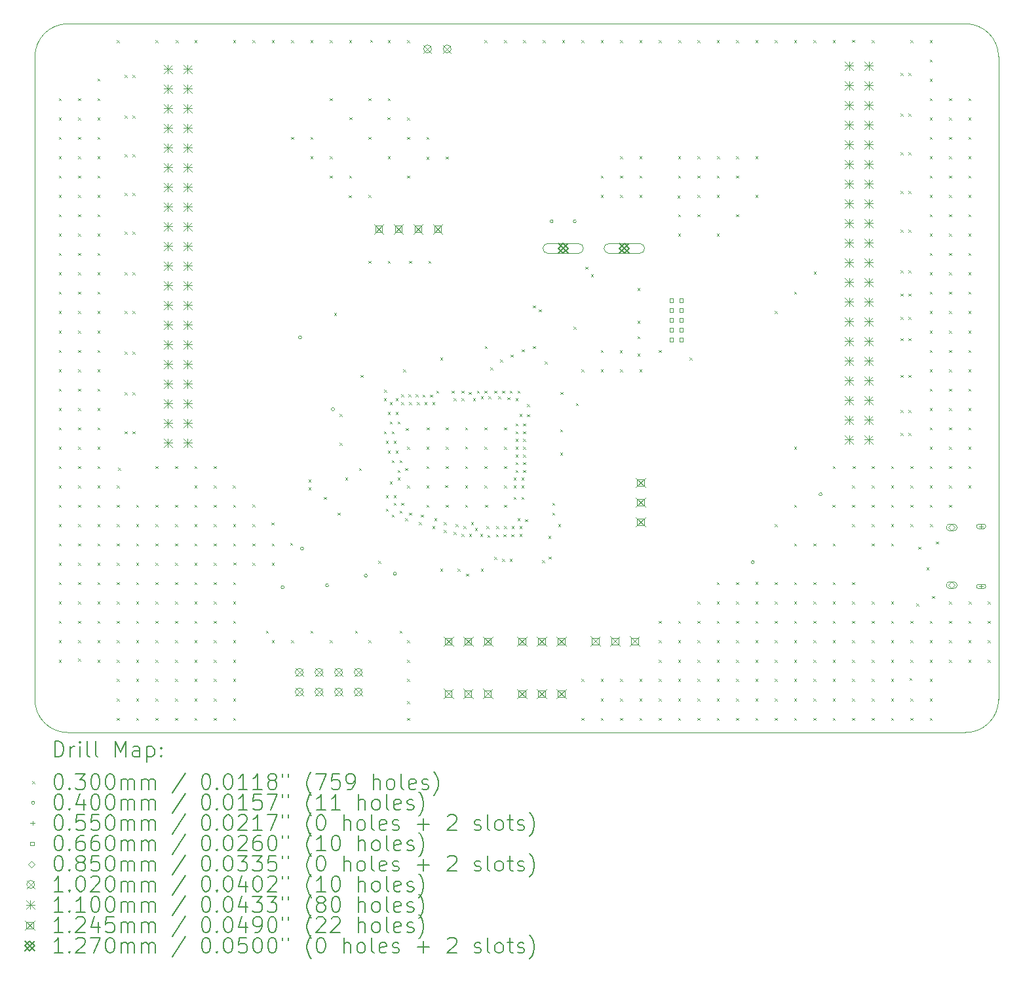
<source format=gbr>
%TF.GenerationSoftware,KiCad,Pcbnew,8.0.8*%
%TF.CreationDate,2025-03-22T16:06:52-05:00*%
%TF.ProjectId,ControllerPCB,436f6e74-726f-46c6-9c65-725043422e6b,rev?*%
%TF.SameCoordinates,Original*%
%TF.FileFunction,Drillmap*%
%TF.FilePolarity,Positive*%
%FSLAX45Y45*%
G04 Gerber Fmt 4.5, Leading zero omitted, Abs format (unit mm)*
G04 Created by KiCad (PCBNEW 8.0.8) date 2025-03-22 16:06:52*
%MOMM*%
%LPD*%
G01*
G04 APERTURE LIST*
%ADD10C,0.050000*%
%ADD11C,0.200000*%
%ADD12C,0.100000*%
%ADD13C,0.102000*%
%ADD14C,0.110000*%
%ADD15C,0.124460*%
%ADD16C,0.127000*%
G04 APERTURE END LIST*
D10*
X20625000Y-14500000D02*
G75*
G02*
X20200000Y-14925000I-425000J0D01*
G01*
X8600000Y-14925000D02*
G75*
G02*
X8175000Y-14500000I0J425000D01*
G01*
X8175000Y-6200000D02*
G75*
G02*
X8600000Y-5775000I425000J0D01*
G01*
X20200000Y-5775000D02*
G75*
G02*
X20625000Y-6200000I0J-425000D01*
G01*
X8600000Y-14925000D02*
X20200000Y-14925000D01*
X8175000Y-6200000D02*
X8175000Y-14500000D01*
X20200000Y-5775000D02*
X8600000Y-5775000D01*
X20625000Y-14500000D02*
X20625000Y-6200000D01*
D11*
D12*
X8485000Y-6735000D02*
X8515000Y-6765000D01*
X8515000Y-6735000D02*
X8485000Y-6765000D01*
X8485000Y-6985000D02*
X8515000Y-7015000D01*
X8515000Y-6985000D02*
X8485000Y-7015000D01*
X8485000Y-7235000D02*
X8515000Y-7265000D01*
X8515000Y-7235000D02*
X8485000Y-7265000D01*
X8485000Y-7485000D02*
X8515000Y-7515000D01*
X8515000Y-7485000D02*
X8485000Y-7515000D01*
X8485000Y-7735000D02*
X8515000Y-7765000D01*
X8515000Y-7735000D02*
X8485000Y-7765000D01*
X8485000Y-7985000D02*
X8515000Y-8015000D01*
X8515000Y-7985000D02*
X8485000Y-8015000D01*
X8485000Y-8235000D02*
X8515000Y-8265000D01*
X8515000Y-8235000D02*
X8485000Y-8265000D01*
X8485000Y-8485000D02*
X8515000Y-8515000D01*
X8515000Y-8485000D02*
X8485000Y-8515000D01*
X8485000Y-8735000D02*
X8515000Y-8765000D01*
X8515000Y-8735000D02*
X8485000Y-8765000D01*
X8485000Y-8985000D02*
X8515000Y-9015000D01*
X8515000Y-8985000D02*
X8485000Y-9015000D01*
X8485000Y-9235000D02*
X8515000Y-9265000D01*
X8515000Y-9235000D02*
X8485000Y-9265000D01*
X8485000Y-9485000D02*
X8515000Y-9515000D01*
X8515000Y-9485000D02*
X8485000Y-9515000D01*
X8485000Y-9735000D02*
X8515000Y-9765000D01*
X8515000Y-9735000D02*
X8485000Y-9765000D01*
X8485000Y-9985000D02*
X8515000Y-10015000D01*
X8515000Y-9985000D02*
X8485000Y-10015000D01*
X8485000Y-10235000D02*
X8515000Y-10265000D01*
X8515000Y-10235000D02*
X8485000Y-10265000D01*
X8485000Y-10485000D02*
X8515000Y-10515000D01*
X8515000Y-10485000D02*
X8485000Y-10515000D01*
X8485000Y-10735000D02*
X8515000Y-10765000D01*
X8515000Y-10735000D02*
X8485000Y-10765000D01*
X8485000Y-10985000D02*
X8515000Y-11015000D01*
X8515000Y-10985000D02*
X8485000Y-11015000D01*
X8485000Y-11235000D02*
X8515000Y-11265000D01*
X8515000Y-11235000D02*
X8485000Y-11265000D01*
X8485000Y-11485000D02*
X8515000Y-11515000D01*
X8515000Y-11485000D02*
X8485000Y-11515000D01*
X8485000Y-11735000D02*
X8515000Y-11765000D01*
X8515000Y-11735000D02*
X8485000Y-11765000D01*
X8485000Y-11985000D02*
X8515000Y-12015000D01*
X8515000Y-11985000D02*
X8485000Y-12015000D01*
X8485000Y-12235000D02*
X8515000Y-12265000D01*
X8515000Y-12235000D02*
X8485000Y-12265000D01*
X8485000Y-12485000D02*
X8515000Y-12515000D01*
X8515000Y-12485000D02*
X8485000Y-12515000D01*
X8485000Y-12735000D02*
X8515000Y-12765000D01*
X8515000Y-12735000D02*
X8485000Y-12765000D01*
X8485000Y-12985000D02*
X8515000Y-13015000D01*
X8515000Y-12985000D02*
X8485000Y-13015000D01*
X8485000Y-13235000D02*
X8515000Y-13265000D01*
X8515000Y-13235000D02*
X8485000Y-13265000D01*
X8485000Y-13485000D02*
X8515000Y-13515000D01*
X8515000Y-13485000D02*
X8485000Y-13515000D01*
X8485000Y-13735000D02*
X8515000Y-13765000D01*
X8515000Y-13735000D02*
X8485000Y-13765000D01*
X8485000Y-13985000D02*
X8515000Y-14015000D01*
X8515000Y-13985000D02*
X8485000Y-14015000D01*
X8734119Y-13971234D02*
X8764119Y-14001234D01*
X8764119Y-13971234D02*
X8734119Y-14001234D01*
X8735000Y-6735000D02*
X8765000Y-6765000D01*
X8765000Y-6735000D02*
X8735000Y-6765000D01*
X8735000Y-6985000D02*
X8765000Y-7015000D01*
X8765000Y-6985000D02*
X8735000Y-7015000D01*
X8735000Y-7235000D02*
X8765000Y-7265000D01*
X8765000Y-7235000D02*
X8735000Y-7265000D01*
X8735000Y-7485000D02*
X8765000Y-7515000D01*
X8765000Y-7485000D02*
X8735000Y-7515000D01*
X8735000Y-7735000D02*
X8765000Y-7765000D01*
X8765000Y-7735000D02*
X8735000Y-7765000D01*
X8735000Y-7985000D02*
X8765000Y-8015000D01*
X8765000Y-7985000D02*
X8735000Y-8015000D01*
X8735000Y-8235000D02*
X8765000Y-8265000D01*
X8765000Y-8235000D02*
X8735000Y-8265000D01*
X8735000Y-8485000D02*
X8765000Y-8515000D01*
X8765000Y-8485000D02*
X8735000Y-8515000D01*
X8735000Y-8735000D02*
X8765000Y-8765000D01*
X8765000Y-8735000D02*
X8735000Y-8765000D01*
X8735000Y-8985000D02*
X8765000Y-9015000D01*
X8765000Y-8985000D02*
X8735000Y-9015000D01*
X8735000Y-9235000D02*
X8765000Y-9265000D01*
X8765000Y-9235000D02*
X8735000Y-9265000D01*
X8735000Y-9485000D02*
X8765000Y-9515000D01*
X8765000Y-9485000D02*
X8735000Y-9515000D01*
X8735000Y-9735000D02*
X8765000Y-9765000D01*
X8765000Y-9735000D02*
X8735000Y-9765000D01*
X8735000Y-9985000D02*
X8765000Y-10015000D01*
X8765000Y-9985000D02*
X8735000Y-10015000D01*
X8735000Y-10235000D02*
X8765000Y-10265000D01*
X8765000Y-10235000D02*
X8735000Y-10265000D01*
X8735000Y-10485000D02*
X8765000Y-10515000D01*
X8765000Y-10485000D02*
X8735000Y-10515000D01*
X8735000Y-10735000D02*
X8765000Y-10765000D01*
X8765000Y-10735000D02*
X8735000Y-10765000D01*
X8735000Y-10985000D02*
X8765000Y-11015000D01*
X8765000Y-10985000D02*
X8735000Y-11015000D01*
X8735000Y-11235000D02*
X8765000Y-11265000D01*
X8765000Y-11235000D02*
X8735000Y-11265000D01*
X8735000Y-11485000D02*
X8765000Y-11515000D01*
X8765000Y-11485000D02*
X8735000Y-11515000D01*
X8735000Y-11735000D02*
X8765000Y-11765000D01*
X8765000Y-11735000D02*
X8735000Y-11765000D01*
X8735000Y-11985000D02*
X8765000Y-12015000D01*
X8765000Y-11985000D02*
X8735000Y-12015000D01*
X8735000Y-12235000D02*
X8765000Y-12265000D01*
X8765000Y-12235000D02*
X8735000Y-12265000D01*
X8735000Y-12485000D02*
X8765000Y-12515000D01*
X8765000Y-12485000D02*
X8735000Y-12515000D01*
X8735000Y-12735000D02*
X8765000Y-12765000D01*
X8765000Y-12735000D02*
X8735000Y-12765000D01*
X8735000Y-12985000D02*
X8765000Y-13015000D01*
X8765000Y-12985000D02*
X8735000Y-13015000D01*
X8735000Y-13235000D02*
X8765000Y-13265000D01*
X8765000Y-13235000D02*
X8735000Y-13265000D01*
X8735000Y-13485000D02*
X8765000Y-13515000D01*
X8765000Y-13485000D02*
X8735000Y-13515000D01*
X8735000Y-13735000D02*
X8765000Y-13765000D01*
X8765000Y-13735000D02*
X8735000Y-13765000D01*
X8983200Y-6483436D02*
X9013200Y-6513436D01*
X9013200Y-6483436D02*
X8983200Y-6513436D01*
X8985000Y-6735000D02*
X9015000Y-6765000D01*
X9015000Y-6735000D02*
X8985000Y-6765000D01*
X8985000Y-6985000D02*
X9015000Y-7015000D01*
X9015000Y-6985000D02*
X8985000Y-7015000D01*
X8985000Y-7235000D02*
X9015000Y-7265000D01*
X9015000Y-7235000D02*
X8985000Y-7265000D01*
X8985000Y-7485000D02*
X9015000Y-7515000D01*
X9015000Y-7485000D02*
X8985000Y-7515000D01*
X8985000Y-7735000D02*
X9015000Y-7765000D01*
X9015000Y-7735000D02*
X8985000Y-7765000D01*
X8985000Y-7985000D02*
X9015000Y-8015000D01*
X9015000Y-7985000D02*
X8985000Y-8015000D01*
X8985000Y-8235000D02*
X9015000Y-8265000D01*
X9015000Y-8235000D02*
X8985000Y-8265000D01*
X8985000Y-8485000D02*
X9015000Y-8515000D01*
X9015000Y-8485000D02*
X8985000Y-8515000D01*
X8985000Y-8735000D02*
X9015000Y-8765000D01*
X9015000Y-8735000D02*
X8985000Y-8765000D01*
X8985000Y-8985000D02*
X9015000Y-9015000D01*
X9015000Y-8985000D02*
X8985000Y-9015000D01*
X8985000Y-9235000D02*
X9015000Y-9265000D01*
X9015000Y-9235000D02*
X8985000Y-9265000D01*
X8985000Y-9485000D02*
X9015000Y-9515000D01*
X9015000Y-9485000D02*
X8985000Y-9515000D01*
X8985000Y-9735000D02*
X9015000Y-9765000D01*
X9015000Y-9735000D02*
X8985000Y-9765000D01*
X8985000Y-9985000D02*
X9015000Y-10015000D01*
X9015000Y-9985000D02*
X8985000Y-10015000D01*
X8985000Y-10235000D02*
X9015000Y-10265000D01*
X9015000Y-10235000D02*
X8985000Y-10265000D01*
X8985000Y-10485000D02*
X9015000Y-10515000D01*
X9015000Y-10485000D02*
X8985000Y-10515000D01*
X8985000Y-10735000D02*
X9015000Y-10765000D01*
X9015000Y-10735000D02*
X8985000Y-10765000D01*
X8985000Y-10985000D02*
X9015000Y-11015000D01*
X9015000Y-10985000D02*
X8985000Y-11015000D01*
X8985000Y-11235000D02*
X9015000Y-11265000D01*
X9015000Y-11235000D02*
X8985000Y-11265000D01*
X8985000Y-11485000D02*
X9015000Y-11515000D01*
X9015000Y-11485000D02*
X8985000Y-11515000D01*
X8985000Y-11735000D02*
X9015000Y-11765000D01*
X9015000Y-11735000D02*
X8985000Y-11765000D01*
X8985000Y-11985000D02*
X9015000Y-12015000D01*
X9015000Y-11985000D02*
X8985000Y-12015000D01*
X8985000Y-12235000D02*
X9015000Y-12265000D01*
X9015000Y-12235000D02*
X8985000Y-12265000D01*
X8985000Y-12485000D02*
X9015000Y-12515000D01*
X9015000Y-12485000D02*
X8985000Y-12515000D01*
X8985000Y-12735000D02*
X9015000Y-12765000D01*
X9015000Y-12735000D02*
X8985000Y-12765000D01*
X8985000Y-12985000D02*
X9015000Y-13015000D01*
X9015000Y-12985000D02*
X8985000Y-13015000D01*
X8985000Y-13235000D02*
X9015000Y-13265000D01*
X9015000Y-13235000D02*
X8985000Y-13265000D01*
X8985000Y-13485000D02*
X9015000Y-13515000D01*
X9015000Y-13485000D02*
X8985000Y-13515000D01*
X8985000Y-13735000D02*
X9015000Y-13765000D01*
X9015000Y-13735000D02*
X8985000Y-13765000D01*
X8985000Y-13985000D02*
X9015000Y-14015000D01*
X9015000Y-13985000D02*
X8985000Y-14015000D01*
X9235000Y-5985000D02*
X9265000Y-6015000D01*
X9265000Y-5985000D02*
X9235000Y-6015000D01*
X9235000Y-11735000D02*
X9265000Y-11765000D01*
X9265000Y-11735000D02*
X9235000Y-11765000D01*
X9235000Y-11985000D02*
X9265000Y-12015000D01*
X9265000Y-11985000D02*
X9235000Y-12015000D01*
X9235000Y-12235000D02*
X9265000Y-12265000D01*
X9265000Y-12235000D02*
X9235000Y-12265000D01*
X9235000Y-12485000D02*
X9265000Y-12515000D01*
X9265000Y-12485000D02*
X9235000Y-12515000D01*
X9235000Y-12735000D02*
X9265000Y-12765000D01*
X9265000Y-12735000D02*
X9235000Y-12765000D01*
X9235000Y-12985000D02*
X9265000Y-13015000D01*
X9265000Y-12985000D02*
X9235000Y-13015000D01*
X9235000Y-13235000D02*
X9265000Y-13265000D01*
X9265000Y-13235000D02*
X9235000Y-13265000D01*
X9235000Y-13485000D02*
X9265000Y-13515000D01*
X9265000Y-13485000D02*
X9235000Y-13515000D01*
X9235000Y-13735000D02*
X9265000Y-13765000D01*
X9265000Y-13735000D02*
X9235000Y-13765000D01*
X9235000Y-13985000D02*
X9265000Y-14015000D01*
X9265000Y-13985000D02*
X9235000Y-14015000D01*
X9235000Y-14235000D02*
X9265000Y-14265000D01*
X9265000Y-14235000D02*
X9235000Y-14265000D01*
X9235000Y-14485000D02*
X9265000Y-14515000D01*
X9265000Y-14485000D02*
X9235000Y-14515000D01*
X9235000Y-14735000D02*
X9265000Y-14765000D01*
X9265000Y-14735000D02*
X9235000Y-14765000D01*
X9252353Y-11508460D02*
X9282353Y-11538460D01*
X9282353Y-11508460D02*
X9252353Y-11538460D01*
X9335000Y-6435000D02*
X9365000Y-6465000D01*
X9365000Y-6435000D02*
X9335000Y-6465000D01*
X9335000Y-6960000D02*
X9365000Y-6990000D01*
X9365000Y-6960000D02*
X9335000Y-6990000D01*
X9335000Y-7460000D02*
X9365000Y-7490000D01*
X9365000Y-7460000D02*
X9335000Y-7490000D01*
X9335000Y-7960000D02*
X9365000Y-7990000D01*
X9365000Y-7960000D02*
X9335000Y-7990000D01*
X9335000Y-8460000D02*
X9365000Y-8490000D01*
X9365000Y-8460000D02*
X9335000Y-8490000D01*
X9335000Y-8985000D02*
X9365000Y-9015000D01*
X9365000Y-8985000D02*
X9335000Y-9015000D01*
X9335000Y-9485000D02*
X9365000Y-9515000D01*
X9365000Y-9485000D02*
X9335000Y-9515000D01*
X9335000Y-10010000D02*
X9365000Y-10040000D01*
X9365000Y-10010000D02*
X9335000Y-10040000D01*
X9335000Y-10535000D02*
X9365000Y-10565000D01*
X9365000Y-10535000D02*
X9335000Y-10565000D01*
X9335000Y-11035000D02*
X9365000Y-11065000D01*
X9365000Y-11035000D02*
X9335000Y-11065000D01*
X9435000Y-6435000D02*
X9465000Y-6465000D01*
X9465000Y-6435000D02*
X9435000Y-6465000D01*
X9435000Y-6960000D02*
X9465000Y-6990000D01*
X9465000Y-6960000D02*
X9435000Y-6990000D01*
X9435000Y-7460000D02*
X9465000Y-7490000D01*
X9465000Y-7460000D02*
X9435000Y-7490000D01*
X9435000Y-7960000D02*
X9465000Y-7990000D01*
X9465000Y-7960000D02*
X9435000Y-7990000D01*
X9435000Y-8460000D02*
X9465000Y-8490000D01*
X9465000Y-8460000D02*
X9435000Y-8490000D01*
X9435000Y-8985000D02*
X9465000Y-9015000D01*
X9465000Y-8985000D02*
X9435000Y-9015000D01*
X9435000Y-9485000D02*
X9465000Y-9515000D01*
X9465000Y-9485000D02*
X9435000Y-9515000D01*
X9435000Y-10010000D02*
X9465000Y-10040000D01*
X9465000Y-10010000D02*
X9435000Y-10040000D01*
X9435000Y-10535000D02*
X9465000Y-10565000D01*
X9465000Y-10535000D02*
X9435000Y-10565000D01*
X9435000Y-11035000D02*
X9465000Y-11065000D01*
X9465000Y-11035000D02*
X9435000Y-11065000D01*
X9485000Y-11985000D02*
X9515000Y-12015000D01*
X9515000Y-11985000D02*
X9485000Y-12015000D01*
X9485000Y-12235000D02*
X9515000Y-12265000D01*
X9515000Y-12235000D02*
X9485000Y-12265000D01*
X9485000Y-12485000D02*
X9515000Y-12515000D01*
X9515000Y-12485000D02*
X9485000Y-12515000D01*
X9485000Y-12735000D02*
X9515000Y-12765000D01*
X9515000Y-12735000D02*
X9485000Y-12765000D01*
X9485000Y-12985000D02*
X9515000Y-13015000D01*
X9515000Y-12985000D02*
X9485000Y-13015000D01*
X9485000Y-13235000D02*
X9515000Y-13265000D01*
X9515000Y-13235000D02*
X9485000Y-13265000D01*
X9485000Y-13485000D02*
X9515000Y-13515000D01*
X9515000Y-13485000D02*
X9485000Y-13515000D01*
X9485000Y-13735000D02*
X9515000Y-13765000D01*
X9515000Y-13735000D02*
X9485000Y-13765000D01*
X9485000Y-13985000D02*
X9515000Y-14015000D01*
X9515000Y-13985000D02*
X9485000Y-14015000D01*
X9485000Y-14235000D02*
X9515000Y-14265000D01*
X9515000Y-14235000D02*
X9485000Y-14265000D01*
X9485000Y-14485000D02*
X9515000Y-14515000D01*
X9515000Y-14485000D02*
X9485000Y-14515000D01*
X9485000Y-14735000D02*
X9515000Y-14765000D01*
X9515000Y-14735000D02*
X9485000Y-14765000D01*
X9733250Y-5985807D02*
X9763250Y-6015807D01*
X9763250Y-5985807D02*
X9733250Y-6015807D01*
X9735000Y-11485000D02*
X9765000Y-11515000D01*
X9765000Y-11485000D02*
X9735000Y-11515000D01*
X9735000Y-11985000D02*
X9765000Y-12015000D01*
X9765000Y-11985000D02*
X9735000Y-12015000D01*
X9735000Y-12235000D02*
X9765000Y-12265000D01*
X9765000Y-12235000D02*
X9735000Y-12265000D01*
X9735000Y-12485000D02*
X9765000Y-12515000D01*
X9765000Y-12485000D02*
X9735000Y-12515000D01*
X9735000Y-12735000D02*
X9765000Y-12765000D01*
X9765000Y-12735000D02*
X9735000Y-12765000D01*
X9735000Y-12985000D02*
X9765000Y-13015000D01*
X9765000Y-12985000D02*
X9735000Y-13015000D01*
X9735000Y-13235000D02*
X9765000Y-13265000D01*
X9765000Y-13235000D02*
X9735000Y-13265000D01*
X9735000Y-13485000D02*
X9765000Y-13515000D01*
X9765000Y-13485000D02*
X9735000Y-13515000D01*
X9735000Y-13735000D02*
X9765000Y-13765000D01*
X9765000Y-13735000D02*
X9735000Y-13765000D01*
X9735000Y-13985000D02*
X9765000Y-14015000D01*
X9765000Y-13985000D02*
X9735000Y-14015000D01*
X9735000Y-14235000D02*
X9765000Y-14265000D01*
X9765000Y-14235000D02*
X9735000Y-14265000D01*
X9735000Y-14485000D02*
X9765000Y-14515000D01*
X9765000Y-14485000D02*
X9735000Y-14515000D01*
X9735000Y-14735000D02*
X9765000Y-14765000D01*
X9765000Y-14735000D02*
X9735000Y-14765000D01*
X9985000Y-11485000D02*
X10015000Y-11515000D01*
X10015000Y-11485000D02*
X9985000Y-11515000D01*
X9985000Y-11985000D02*
X10015000Y-12015000D01*
X10015000Y-11985000D02*
X9985000Y-12015000D01*
X9985000Y-12235000D02*
X10015000Y-12265000D01*
X10015000Y-12235000D02*
X9985000Y-12265000D01*
X9985000Y-12485000D02*
X10015000Y-12515000D01*
X10015000Y-12485000D02*
X9985000Y-12515000D01*
X9985000Y-12735000D02*
X10015000Y-12765000D01*
X10015000Y-12735000D02*
X9985000Y-12765000D01*
X9985000Y-12985000D02*
X10015000Y-13015000D01*
X10015000Y-12985000D02*
X9985000Y-13015000D01*
X9985000Y-13235000D02*
X10015000Y-13265000D01*
X10015000Y-13235000D02*
X9985000Y-13265000D01*
X9985000Y-13485000D02*
X10015000Y-13515000D01*
X10015000Y-13485000D02*
X9985000Y-13515000D01*
X9985000Y-13735000D02*
X10015000Y-13765000D01*
X10015000Y-13735000D02*
X9985000Y-13765000D01*
X9985000Y-13985000D02*
X10015000Y-14015000D01*
X10015000Y-13985000D02*
X9985000Y-14015000D01*
X9985000Y-14235000D02*
X10015000Y-14265000D01*
X10015000Y-14235000D02*
X9985000Y-14265000D01*
X9985000Y-14485000D02*
X10015000Y-14515000D01*
X10015000Y-14485000D02*
X9985000Y-14515000D01*
X9985000Y-14735000D02*
X10015000Y-14765000D01*
X10015000Y-14735000D02*
X9985000Y-14765000D01*
X9993912Y-5987892D02*
X10023912Y-6017892D01*
X10023912Y-5987892D02*
X9993912Y-6017892D01*
X10235000Y-5985000D02*
X10265000Y-6015000D01*
X10265000Y-5985000D02*
X10235000Y-6015000D01*
X10235000Y-11485000D02*
X10265000Y-11515000D01*
X10265000Y-11485000D02*
X10235000Y-11515000D01*
X10235000Y-11735000D02*
X10265000Y-11765000D01*
X10265000Y-11735000D02*
X10235000Y-11765000D01*
X10235000Y-11985000D02*
X10265000Y-12015000D01*
X10265000Y-11985000D02*
X10235000Y-12015000D01*
X10235000Y-12235000D02*
X10265000Y-12265000D01*
X10265000Y-12235000D02*
X10235000Y-12265000D01*
X10235000Y-12485000D02*
X10265000Y-12515000D01*
X10265000Y-12485000D02*
X10235000Y-12515000D01*
X10235000Y-12735000D02*
X10265000Y-12765000D01*
X10265000Y-12735000D02*
X10235000Y-12765000D01*
X10235000Y-12985000D02*
X10265000Y-13015000D01*
X10265000Y-12985000D02*
X10235000Y-13015000D01*
X10235000Y-13235000D02*
X10265000Y-13265000D01*
X10265000Y-13235000D02*
X10235000Y-13265000D01*
X10235000Y-13485000D02*
X10265000Y-13515000D01*
X10265000Y-13485000D02*
X10235000Y-13515000D01*
X10235000Y-13735000D02*
X10265000Y-13765000D01*
X10265000Y-13735000D02*
X10235000Y-13765000D01*
X10235000Y-13985000D02*
X10265000Y-14015000D01*
X10265000Y-13985000D02*
X10235000Y-14015000D01*
X10235000Y-14235000D02*
X10265000Y-14265000D01*
X10265000Y-14235000D02*
X10235000Y-14265000D01*
X10235000Y-14485000D02*
X10265000Y-14515000D01*
X10265000Y-14485000D02*
X10235000Y-14515000D01*
X10235000Y-14735000D02*
X10265000Y-14765000D01*
X10265000Y-14735000D02*
X10235000Y-14765000D01*
X10485000Y-11485000D02*
X10515000Y-11515000D01*
X10515000Y-11485000D02*
X10485000Y-11515000D01*
X10485000Y-11985000D02*
X10515000Y-12015000D01*
X10515000Y-11985000D02*
X10485000Y-12015000D01*
X10485000Y-12235000D02*
X10515000Y-12265000D01*
X10515000Y-12235000D02*
X10485000Y-12265000D01*
X10485000Y-12485000D02*
X10515000Y-12515000D01*
X10515000Y-12485000D02*
X10485000Y-12515000D01*
X10485000Y-12735000D02*
X10515000Y-12765000D01*
X10515000Y-12735000D02*
X10485000Y-12765000D01*
X10485000Y-12985000D02*
X10515000Y-13015000D01*
X10515000Y-12985000D02*
X10485000Y-13015000D01*
X10485000Y-13235000D02*
X10515000Y-13265000D01*
X10515000Y-13235000D02*
X10485000Y-13265000D01*
X10485000Y-13485000D02*
X10515000Y-13515000D01*
X10515000Y-13485000D02*
X10485000Y-13515000D01*
X10485000Y-13735000D02*
X10515000Y-13765000D01*
X10515000Y-13735000D02*
X10485000Y-13765000D01*
X10485000Y-13985000D02*
X10515000Y-14015000D01*
X10515000Y-13985000D02*
X10485000Y-14015000D01*
X10485000Y-14235000D02*
X10515000Y-14265000D01*
X10515000Y-14235000D02*
X10485000Y-14265000D01*
X10485000Y-14485000D02*
X10515000Y-14515000D01*
X10515000Y-14485000D02*
X10485000Y-14515000D01*
X10485000Y-14735000D02*
X10515000Y-14765000D01*
X10515000Y-14735000D02*
X10485000Y-14765000D01*
X10486328Y-11733672D02*
X10516328Y-11763672D01*
X10516328Y-11733672D02*
X10486328Y-11763672D01*
X10732654Y-11736018D02*
X10762654Y-11766018D01*
X10762654Y-11736018D02*
X10732654Y-11766018D01*
X10735000Y-5985000D02*
X10765000Y-6015000D01*
X10765000Y-5985000D02*
X10735000Y-6015000D01*
X10735000Y-11985000D02*
X10765000Y-12015000D01*
X10765000Y-11985000D02*
X10735000Y-12015000D01*
X10735000Y-12235000D02*
X10765000Y-12265000D01*
X10765000Y-12235000D02*
X10735000Y-12265000D01*
X10735000Y-12485000D02*
X10765000Y-12515000D01*
X10765000Y-12485000D02*
X10735000Y-12515000D01*
X10735000Y-12985000D02*
X10765000Y-13015000D01*
X10765000Y-12985000D02*
X10735000Y-13015000D01*
X10735000Y-13235000D02*
X10765000Y-13265000D01*
X10765000Y-13235000D02*
X10735000Y-13265000D01*
X10735000Y-13485000D02*
X10765000Y-13515000D01*
X10765000Y-13485000D02*
X10735000Y-13515000D01*
X10735000Y-13735000D02*
X10765000Y-13765000D01*
X10765000Y-13735000D02*
X10735000Y-13765000D01*
X10735000Y-13985000D02*
X10765000Y-14015000D01*
X10765000Y-13985000D02*
X10735000Y-14015000D01*
X10735000Y-14235000D02*
X10765000Y-14265000D01*
X10765000Y-14235000D02*
X10735000Y-14265000D01*
X10735000Y-14485000D02*
X10765000Y-14515000D01*
X10765000Y-14485000D02*
X10735000Y-14515000D01*
X10735000Y-14735000D02*
X10765000Y-14765000D01*
X10765000Y-14735000D02*
X10735000Y-14765000D01*
X10738777Y-12730705D02*
X10768777Y-12760705D01*
X10768777Y-12730705D02*
X10738777Y-12760705D01*
X10985000Y-5985000D02*
X11015000Y-6015000D01*
X11015000Y-5985000D02*
X10985000Y-6015000D01*
X10985000Y-12235000D02*
X11015000Y-12265000D01*
X11015000Y-12235000D02*
X10985000Y-12265000D01*
X10985000Y-12485000D02*
X11015000Y-12515000D01*
X11015000Y-12485000D02*
X10985000Y-12515000D01*
X10985000Y-12735000D02*
X11015000Y-12765000D01*
X11015000Y-12735000D02*
X10985000Y-12765000D01*
X10986862Y-11981171D02*
X11016862Y-12011171D01*
X11016862Y-11981171D02*
X10986862Y-12011171D01*
X11160000Y-13610000D02*
X11190000Y-13640000D01*
X11190000Y-13610000D02*
X11160000Y-13640000D01*
X11229669Y-12213421D02*
X11259669Y-12243421D01*
X11259669Y-12213421D02*
X11229669Y-12243421D01*
X11235000Y-5985000D02*
X11265000Y-6015000D01*
X11265000Y-5985000D02*
X11235000Y-6015000D01*
X11235000Y-12485000D02*
X11265000Y-12515000D01*
X11265000Y-12485000D02*
X11235000Y-12515000D01*
X11235000Y-12735000D02*
X11265000Y-12765000D01*
X11265000Y-12735000D02*
X11235000Y-12765000D01*
X11235000Y-13735000D02*
X11265000Y-13765000D01*
X11265000Y-13735000D02*
X11235000Y-13765000D01*
X11474598Y-12474598D02*
X11504598Y-12504598D01*
X11504598Y-12474598D02*
X11474598Y-12504598D01*
X11485000Y-5985000D02*
X11515000Y-6015000D01*
X11515000Y-5985000D02*
X11485000Y-6015000D01*
X11485000Y-7235000D02*
X11515000Y-7265000D01*
X11515000Y-7235000D02*
X11485000Y-7265000D01*
X11485000Y-13735000D02*
X11515000Y-13765000D01*
X11515000Y-13735000D02*
X11485000Y-13765000D01*
X11710000Y-11660000D02*
X11740000Y-11690000D01*
X11740000Y-11660000D02*
X11710000Y-11690000D01*
X11710000Y-11760000D02*
X11740000Y-11790000D01*
X11740000Y-11760000D02*
X11710000Y-11790000D01*
X11735000Y-5985000D02*
X11765000Y-6015000D01*
X11765000Y-5985000D02*
X11735000Y-6015000D01*
X11735000Y-7235000D02*
X11765000Y-7265000D01*
X11765000Y-7235000D02*
X11735000Y-7265000D01*
X11735000Y-7485000D02*
X11765000Y-7515000D01*
X11765000Y-7485000D02*
X11735000Y-7515000D01*
X11735000Y-13610000D02*
X11765000Y-13640000D01*
X11765000Y-13610000D02*
X11735000Y-13640000D01*
X11910000Y-11885000D02*
X11940000Y-11915000D01*
X11940000Y-11885000D02*
X11910000Y-11915000D01*
X11985000Y-5985000D02*
X12015000Y-6015000D01*
X12015000Y-5985000D02*
X11985000Y-6015000D01*
X11985000Y-6735000D02*
X12015000Y-6765000D01*
X12015000Y-6735000D02*
X11985000Y-6765000D01*
X11985000Y-7485000D02*
X12015000Y-7515000D01*
X12015000Y-7485000D02*
X11985000Y-7515000D01*
X11985000Y-7735000D02*
X12015000Y-7765000D01*
X12015000Y-7735000D02*
X11985000Y-7765000D01*
X11985000Y-13735000D02*
X12015000Y-13765000D01*
X12015000Y-13735000D02*
X11985000Y-13765000D01*
X12040000Y-9506250D02*
X12070000Y-9536250D01*
X12070000Y-9506250D02*
X12040000Y-9536250D01*
X12085000Y-12085000D02*
X12115000Y-12115000D01*
X12115000Y-12085000D02*
X12085000Y-12115000D01*
X12110000Y-10810000D02*
X12140000Y-10840000D01*
X12140000Y-10810000D02*
X12110000Y-10840000D01*
X12110000Y-11185000D02*
X12140000Y-11215000D01*
X12140000Y-11185000D02*
X12110000Y-11215000D01*
X12185000Y-11635000D02*
X12215000Y-11665000D01*
X12215000Y-11635000D02*
X12185000Y-11665000D01*
X12232567Y-7988053D02*
X12262567Y-8018053D01*
X12262567Y-7988053D02*
X12232567Y-8018053D01*
X12235000Y-5985000D02*
X12265000Y-6015000D01*
X12265000Y-5985000D02*
X12235000Y-6015000D01*
X12235000Y-7735000D02*
X12265000Y-7765000D01*
X12265000Y-7735000D02*
X12235000Y-7765000D01*
X12239605Y-6981636D02*
X12269605Y-7011636D01*
X12269605Y-6981636D02*
X12239605Y-7011636D01*
X12310000Y-13610000D02*
X12340000Y-13640000D01*
X12340000Y-13610000D02*
X12310000Y-13640000D01*
X12360000Y-11510000D02*
X12390000Y-11540000D01*
X12390000Y-11510000D02*
X12360000Y-11540000D01*
X12385000Y-10310000D02*
X12415000Y-10340000D01*
X12415000Y-10310000D02*
X12385000Y-10340000D01*
X12485000Y-6735000D02*
X12515000Y-6765000D01*
X12515000Y-6735000D02*
X12485000Y-6765000D01*
X12485000Y-7235000D02*
X12515000Y-7265000D01*
X12515000Y-7235000D02*
X12485000Y-7265000D01*
X12485000Y-7985000D02*
X12515000Y-8015000D01*
X12515000Y-7985000D02*
X12485000Y-8015000D01*
X12485000Y-8835000D02*
X12515000Y-8865000D01*
X12515000Y-8835000D02*
X12485000Y-8865000D01*
X12485000Y-13735000D02*
X12515000Y-13765000D01*
X12515000Y-13735000D02*
X12485000Y-13765000D01*
X12504717Y-5981636D02*
X12534717Y-6011636D01*
X12534717Y-5981636D02*
X12504717Y-6011636D01*
X12610000Y-12710000D02*
X12640000Y-12740000D01*
X12640000Y-12710000D02*
X12610000Y-12740000D01*
X12685000Y-10610000D02*
X12715000Y-10640000D01*
X12715000Y-10610000D02*
X12685000Y-10640000D01*
X12685000Y-11035000D02*
X12715000Y-11065000D01*
X12715000Y-11035000D02*
X12685000Y-11065000D01*
X12688670Y-10497564D02*
X12718670Y-10527564D01*
X12718670Y-10497564D02*
X12688670Y-10527564D01*
X12710000Y-11160000D02*
X12740000Y-11190000D01*
X12740000Y-11160000D02*
X12710000Y-11190000D01*
X12710000Y-11860000D02*
X12740000Y-11890000D01*
X12740000Y-11860000D02*
X12710000Y-11890000D01*
X12710000Y-12035000D02*
X12740000Y-12065000D01*
X12740000Y-12035000D02*
X12710000Y-12065000D01*
X12728738Y-6981636D02*
X12758738Y-7011636D01*
X12758738Y-6981636D02*
X12728738Y-7011636D01*
X12735000Y-5985000D02*
X12765000Y-6015000D01*
X12765000Y-5985000D02*
X12735000Y-6015000D01*
X12735000Y-6735000D02*
X12765000Y-6765000D01*
X12765000Y-6735000D02*
X12735000Y-6765000D01*
X12735000Y-8835000D02*
X12765000Y-8865000D01*
X12765000Y-8835000D02*
X12735000Y-8865000D01*
X12735000Y-10785000D02*
X12765000Y-10815000D01*
X12765000Y-10785000D02*
X12735000Y-10815000D01*
X12735000Y-11285000D02*
X12765000Y-11315000D01*
X12765000Y-11285000D02*
X12735000Y-11315000D01*
X12735776Y-7484845D02*
X12765776Y-7514845D01*
X12765776Y-7484845D02*
X12735776Y-7514845D01*
X12760000Y-10660000D02*
X12790000Y-10690000D01*
X12790000Y-10660000D02*
X12760000Y-10690000D01*
X12760000Y-10910000D02*
X12790000Y-10940000D01*
X12790000Y-10910000D02*
X12760000Y-10940000D01*
X12760000Y-11682188D02*
X12790000Y-11712188D01*
X12790000Y-11682188D02*
X12760000Y-11712188D01*
X12785000Y-11035000D02*
X12815000Y-11065000D01*
X12815000Y-11035000D02*
X12785000Y-11065000D01*
X12785000Y-11410000D02*
X12815000Y-11440000D01*
X12815000Y-11410000D02*
X12785000Y-11440000D01*
X12785000Y-12110000D02*
X12815000Y-12140000D01*
X12815000Y-12110000D02*
X12785000Y-12140000D01*
X12810000Y-11160000D02*
X12840000Y-11190000D01*
X12840000Y-11160000D02*
X12810000Y-11190000D01*
X12810000Y-11860000D02*
X12840000Y-11890000D01*
X12840000Y-11860000D02*
X12810000Y-11890000D01*
X12810000Y-11960000D02*
X12840000Y-11990000D01*
X12840000Y-11960000D02*
X12810000Y-11990000D01*
X12835000Y-10610000D02*
X12865000Y-10640000D01*
X12865000Y-10610000D02*
X12835000Y-10640000D01*
X12835000Y-10785000D02*
X12865000Y-10815000D01*
X12865000Y-10785000D02*
X12835000Y-10815000D01*
X12835000Y-11285000D02*
X12865000Y-11315000D01*
X12865000Y-11285000D02*
X12835000Y-11315000D01*
X12860000Y-10910000D02*
X12890000Y-10940000D01*
X12890000Y-10910000D02*
X12860000Y-10940000D01*
X12860000Y-11535000D02*
X12890000Y-11565000D01*
X12890000Y-11535000D02*
X12860000Y-11565000D01*
X12860000Y-11635000D02*
X12890000Y-11665000D01*
X12890000Y-11635000D02*
X12860000Y-11665000D01*
X12885000Y-11410000D02*
X12915000Y-11440000D01*
X12915000Y-11410000D02*
X12885000Y-11440000D01*
X12885000Y-12060000D02*
X12915000Y-12090000D01*
X12915000Y-12060000D02*
X12885000Y-12090000D01*
X12885000Y-13610000D02*
X12915000Y-13640000D01*
X12915000Y-13610000D02*
X12885000Y-13640000D01*
X12910000Y-10560000D02*
X12940000Y-10590000D01*
X12940000Y-10560000D02*
X12910000Y-10590000D01*
X12910000Y-10660000D02*
X12940000Y-10690000D01*
X12940000Y-10660000D02*
X12910000Y-10690000D01*
X12910000Y-11960000D02*
X12940000Y-11990000D01*
X12940000Y-11960000D02*
X12910000Y-11990000D01*
X12935000Y-10235000D02*
X12965000Y-10265000D01*
X12965000Y-10235000D02*
X12935000Y-10265000D01*
X12960000Y-11510000D02*
X12990000Y-11540000D01*
X12990000Y-11510000D02*
X12960000Y-11540000D01*
X12960000Y-12160000D02*
X12990000Y-12190000D01*
X12990000Y-12160000D02*
X12960000Y-12190000D01*
X12966853Y-10993763D02*
X12996853Y-11023763D01*
X12996853Y-10993763D02*
X12966853Y-11023763D01*
X12982102Y-14520087D02*
X13012102Y-14550087D01*
X13012102Y-14520087D02*
X12982102Y-14550087D01*
X12985000Y-5985000D02*
X13015000Y-6015000D01*
X13015000Y-5985000D02*
X12985000Y-6015000D01*
X12985000Y-6985000D02*
X13015000Y-7015000D01*
X13015000Y-6985000D02*
X12985000Y-7015000D01*
X12985000Y-7235000D02*
X13015000Y-7265000D01*
X13015000Y-7235000D02*
X12985000Y-7265000D01*
X12985000Y-7735000D02*
X13015000Y-7765000D01*
X13015000Y-7735000D02*
X12985000Y-7765000D01*
X12985000Y-11235000D02*
X13015000Y-11265000D01*
X13015000Y-11235000D02*
X12985000Y-11265000D01*
X12985000Y-11735000D02*
X13015000Y-11765000D01*
X13015000Y-11735000D02*
X12985000Y-11765000D01*
X12985000Y-13735000D02*
X13015000Y-13765000D01*
X13015000Y-13735000D02*
X12985000Y-13765000D01*
X12985000Y-13985000D02*
X13015000Y-14015000D01*
X13015000Y-13985000D02*
X12985000Y-14015000D01*
X12985000Y-14235000D02*
X13015000Y-14265000D01*
X13015000Y-14235000D02*
X12985000Y-14265000D01*
X12985000Y-14735000D02*
X13015000Y-14765000D01*
X13015000Y-14735000D02*
X12985000Y-14765000D01*
X13002449Y-10560063D02*
X13032449Y-10590063D01*
X13032449Y-10560063D02*
X13002449Y-10590063D01*
X13010000Y-8835000D02*
X13040000Y-8865000D01*
X13040000Y-8835000D02*
X13010000Y-8865000D01*
X13010000Y-10660000D02*
X13040000Y-10690000D01*
X13040000Y-10660000D02*
X13010000Y-10690000D01*
X13010000Y-12085000D02*
X13040000Y-12115000D01*
X13040000Y-12085000D02*
X13010000Y-12115000D01*
X13092446Y-10559315D02*
X13122446Y-10589315D01*
X13122446Y-10559315D02*
X13092446Y-10589315D01*
X13110000Y-10660000D02*
X13140000Y-10690000D01*
X13140000Y-10660000D02*
X13110000Y-10690000D01*
X13135000Y-12210000D02*
X13165000Y-12240000D01*
X13165000Y-12210000D02*
X13135000Y-12240000D01*
X13160000Y-12110000D02*
X13190000Y-12140000D01*
X13190000Y-12110000D02*
X13160000Y-12140000D01*
X13182378Y-10562826D02*
X13212378Y-10592826D01*
X13212378Y-10562826D02*
X13182378Y-10592826D01*
X13210000Y-10660000D02*
X13240000Y-10690000D01*
X13240000Y-10660000D02*
X13210000Y-10690000D01*
X13231946Y-7491883D02*
X13261946Y-7521883D01*
X13261946Y-7491883D02*
X13231946Y-7521883D01*
X13235000Y-7235000D02*
X13265000Y-7265000D01*
X13265000Y-7235000D02*
X13235000Y-7265000D01*
X13235000Y-11235000D02*
X13265000Y-11265000D01*
X13265000Y-11235000D02*
X13235000Y-11265000D01*
X13235000Y-11485000D02*
X13265000Y-11515000D01*
X13265000Y-11485000D02*
X13235000Y-11515000D01*
X13235000Y-11735000D02*
X13265000Y-11765000D01*
X13265000Y-11735000D02*
X13235000Y-11765000D01*
X13235000Y-11985000D02*
X13265000Y-12015000D01*
X13265000Y-11985000D02*
X13235000Y-12015000D01*
X13236638Y-10986725D02*
X13266638Y-11016725D01*
X13266638Y-10986725D02*
X13236638Y-11016725D01*
X13260000Y-8835000D02*
X13290000Y-8865000D01*
X13290000Y-8835000D02*
X13260000Y-8865000D01*
X13282047Y-10563500D02*
X13312047Y-10593500D01*
X13312047Y-10563500D02*
X13282047Y-10593500D01*
X13310000Y-10660000D02*
X13340000Y-10690000D01*
X13340000Y-10660000D02*
X13310000Y-10690000D01*
X13310000Y-12260000D02*
X13340000Y-12290000D01*
X13340000Y-12260000D02*
X13310000Y-12290000D01*
X13335000Y-12160000D02*
X13365000Y-12190000D01*
X13365000Y-12160000D02*
X13335000Y-12190000D01*
X13360000Y-10510000D02*
X13390000Y-10540000D01*
X13390000Y-10510000D02*
X13360000Y-10540000D01*
X13410000Y-10085000D02*
X13440000Y-10115000D01*
X13440000Y-10085000D02*
X13410000Y-10115000D01*
X13410000Y-12810000D02*
X13440000Y-12840000D01*
X13440000Y-12810000D02*
X13410000Y-12840000D01*
X13460000Y-12210000D02*
X13490000Y-12240000D01*
X13490000Y-12210000D02*
X13460000Y-12240000D01*
X13460000Y-12310000D02*
X13490000Y-12340000D01*
X13490000Y-12310000D02*
X13460000Y-12340000D01*
X13475926Y-11732741D02*
X13505926Y-11762741D01*
X13505926Y-11732741D02*
X13475926Y-11762741D01*
X13485000Y-11235000D02*
X13515000Y-11265000D01*
X13515000Y-11235000D02*
X13485000Y-11265000D01*
X13485000Y-11485000D02*
X13515000Y-11515000D01*
X13515000Y-11485000D02*
X13485000Y-11515000D01*
X13485000Y-11985000D02*
X13515000Y-12015000D01*
X13515000Y-11985000D02*
X13485000Y-12015000D01*
X13485310Y-7488364D02*
X13515310Y-7518364D01*
X13515310Y-7488364D02*
X13485310Y-7518364D01*
X13485310Y-10984379D02*
X13515310Y-11014379D01*
X13515310Y-10984379D02*
X13485310Y-11014379D01*
X13560000Y-10510000D02*
X13590000Y-10540000D01*
X13590000Y-10510000D02*
X13560000Y-10540000D01*
X13585000Y-10610000D02*
X13615000Y-10640000D01*
X13615000Y-10610000D02*
X13585000Y-10640000D01*
X13585000Y-12335000D02*
X13615000Y-12365000D01*
X13615000Y-12335000D02*
X13585000Y-12365000D01*
X13610000Y-12235000D02*
X13640000Y-12265000D01*
X13640000Y-12235000D02*
X13610000Y-12265000D01*
X13635000Y-12810000D02*
X13665000Y-12840000D01*
X13665000Y-12810000D02*
X13635000Y-12840000D01*
X13685000Y-10510000D02*
X13715000Y-10540000D01*
X13715000Y-10510000D02*
X13685000Y-10540000D01*
X13685000Y-10610000D02*
X13715000Y-10640000D01*
X13715000Y-10610000D02*
X13685000Y-10640000D01*
X13685000Y-12360000D02*
X13715000Y-12390000D01*
X13715000Y-12360000D02*
X13685000Y-12390000D01*
X13710000Y-12260000D02*
X13740000Y-12290000D01*
X13740000Y-12260000D02*
X13710000Y-12290000D01*
X13731636Y-11233051D02*
X13761636Y-11263051D01*
X13761636Y-11233051D02*
X13731636Y-11263051D01*
X13734497Y-10984498D02*
X13764497Y-11014498D01*
X13764497Y-10984498D02*
X13734497Y-11014498D01*
X13735000Y-11485000D02*
X13765000Y-11515000D01*
X13765000Y-11485000D02*
X13735000Y-11515000D01*
X13735000Y-11735000D02*
X13765000Y-11765000D01*
X13765000Y-11735000D02*
X13735000Y-11765000D01*
X13735000Y-11985000D02*
X13765000Y-12015000D01*
X13765000Y-11985000D02*
X13735000Y-12015000D01*
X13747500Y-12872500D02*
X13777500Y-12902500D01*
X13777500Y-12872500D02*
X13747500Y-12902500D01*
X13780000Y-10530000D02*
X13810000Y-10560000D01*
X13810000Y-10530000D02*
X13780000Y-10560000D01*
X13785000Y-12360000D02*
X13815000Y-12390000D01*
X13815000Y-12360000D02*
X13785000Y-12390000D01*
X13810000Y-12210000D02*
X13840000Y-12240000D01*
X13840000Y-12210000D02*
X13810000Y-12240000D01*
X13835000Y-10610000D02*
X13865000Y-10640000D01*
X13865000Y-10610000D02*
X13835000Y-10640000D01*
X13860000Y-12285000D02*
X13890000Y-12315000D01*
X13890000Y-12285000D02*
X13860000Y-12315000D01*
X13885000Y-10510000D02*
X13915000Y-10540000D01*
X13915000Y-10510000D02*
X13885000Y-10540000D01*
X13930000Y-12360000D02*
X13960000Y-12390000D01*
X13960000Y-12360000D02*
X13930000Y-12390000D01*
X13935000Y-10585000D02*
X13965000Y-10615000D01*
X13965000Y-10585000D02*
X13935000Y-10615000D01*
X13935000Y-12810000D02*
X13965000Y-12840000D01*
X13965000Y-12810000D02*
X13935000Y-12840000D01*
X13985000Y-5985000D02*
X14015000Y-6015000D01*
X14015000Y-5985000D02*
X13985000Y-6015000D01*
X13985000Y-10510000D02*
X14015000Y-10540000D01*
X14015000Y-10510000D02*
X13985000Y-10540000D01*
X13985000Y-10985000D02*
X14015000Y-11015000D01*
X14015000Y-10985000D02*
X13985000Y-11015000D01*
X13985000Y-11235000D02*
X14015000Y-11265000D01*
X14015000Y-11235000D02*
X13985000Y-11265000D01*
X13985000Y-11485000D02*
X14015000Y-11515000D01*
X14015000Y-11485000D02*
X13985000Y-11515000D01*
X13985000Y-11735000D02*
X14015000Y-11765000D01*
X14015000Y-11735000D02*
X13985000Y-11765000D01*
X13987500Y-9935000D02*
X14017500Y-9965000D01*
X14017500Y-9935000D02*
X13987500Y-9965000D01*
X13992038Y-11983759D02*
X14022038Y-12013759D01*
X14022038Y-11983759D02*
X13992038Y-12013759D01*
X14010000Y-12260000D02*
X14040000Y-12290000D01*
X14040000Y-12260000D02*
X14010000Y-12290000D01*
X14022500Y-12372500D02*
X14052500Y-12402500D01*
X14052500Y-12372500D02*
X14022500Y-12402500D01*
X14035000Y-10585000D02*
X14065000Y-10615000D01*
X14065000Y-10585000D02*
X14035000Y-10615000D01*
X14060000Y-10210000D02*
X14090000Y-10240000D01*
X14090000Y-10210000D02*
X14060000Y-10240000D01*
X14110000Y-10510000D02*
X14140000Y-10540000D01*
X14140000Y-10510000D02*
X14110000Y-10540000D01*
X14110000Y-12660000D02*
X14140000Y-12690000D01*
X14140000Y-12660000D02*
X14110000Y-12690000D01*
X14130000Y-12365000D02*
X14160000Y-12395000D01*
X14160000Y-12365000D02*
X14130000Y-12395000D01*
X14135000Y-12260000D02*
X14165000Y-12290000D01*
X14165000Y-12260000D02*
X14135000Y-12290000D01*
X14160000Y-10585000D02*
X14190000Y-10615000D01*
X14190000Y-10585000D02*
X14160000Y-10615000D01*
X14185000Y-10110000D02*
X14215000Y-10140000D01*
X14215000Y-10110000D02*
X14185000Y-10140000D01*
X14210000Y-10510000D02*
X14240000Y-10540000D01*
X14240000Y-10510000D02*
X14210000Y-10540000D01*
X14210000Y-12685000D02*
X14240000Y-12715000D01*
X14240000Y-12685000D02*
X14210000Y-12715000D01*
X14230000Y-12365000D02*
X14260000Y-12395000D01*
X14260000Y-12365000D02*
X14230000Y-12395000D01*
X14235000Y-5985000D02*
X14265000Y-6015000D01*
X14265000Y-5985000D02*
X14235000Y-6015000D01*
X14235000Y-10985000D02*
X14265000Y-11015000D01*
X14265000Y-10985000D02*
X14235000Y-11015000D01*
X14235000Y-11235000D02*
X14265000Y-11265000D01*
X14265000Y-11235000D02*
X14235000Y-11265000D01*
X14235000Y-11485000D02*
X14265000Y-11515000D01*
X14265000Y-11485000D02*
X14235000Y-11515000D01*
X14235000Y-11735000D02*
X14265000Y-11765000D01*
X14265000Y-11735000D02*
X14235000Y-11765000D01*
X14235000Y-11985000D02*
X14265000Y-12015000D01*
X14265000Y-11985000D02*
X14235000Y-12015000D01*
X14235000Y-12260000D02*
X14265000Y-12290000D01*
X14265000Y-12260000D02*
X14235000Y-12290000D01*
X14281539Y-10595382D02*
X14311539Y-10625382D01*
X14311539Y-10595382D02*
X14281539Y-10625382D01*
X14310000Y-10510000D02*
X14340000Y-10540000D01*
X14340000Y-10510000D02*
X14310000Y-10540000D01*
X14310000Y-12685000D02*
X14340000Y-12715000D01*
X14340000Y-12685000D02*
X14310000Y-12715000D01*
X14322500Y-10047500D02*
X14352500Y-10077500D01*
X14352500Y-10047500D02*
X14322500Y-10077500D01*
X14330000Y-12365000D02*
X14360000Y-12395000D01*
X14360000Y-12365000D02*
X14330000Y-12395000D01*
X14335000Y-12260000D02*
X14365000Y-12290000D01*
X14365000Y-12260000D02*
X14335000Y-12290000D01*
X14360000Y-11635000D02*
X14390000Y-11665000D01*
X14390000Y-11635000D02*
X14360000Y-11665000D01*
X14360000Y-11735000D02*
X14390000Y-11765000D01*
X14390000Y-11735000D02*
X14360000Y-11765000D01*
X14360000Y-11885000D02*
X14390000Y-11915000D01*
X14390000Y-11885000D02*
X14360000Y-11915000D01*
X14385000Y-10610000D02*
X14415000Y-10640000D01*
X14415000Y-10610000D02*
X14385000Y-10640000D01*
X14385000Y-10935000D02*
X14415000Y-10965000D01*
X14415000Y-10935000D02*
X14385000Y-10965000D01*
X14385000Y-11035000D02*
X14415000Y-11065000D01*
X14415000Y-11035000D02*
X14385000Y-11065000D01*
X14385000Y-11135000D02*
X14415000Y-11165000D01*
X14415000Y-11135000D02*
X14385000Y-11165000D01*
X14385000Y-11235000D02*
X14415000Y-11265000D01*
X14415000Y-11235000D02*
X14385000Y-11265000D01*
X14385000Y-11335000D02*
X14415000Y-11365000D01*
X14415000Y-11335000D02*
X14385000Y-11365000D01*
X14385000Y-11435000D02*
X14415000Y-11465000D01*
X14415000Y-11435000D02*
X14385000Y-11465000D01*
X14385000Y-11535000D02*
X14415000Y-11565000D01*
X14415000Y-11535000D02*
X14385000Y-11565000D01*
X14410000Y-10510000D02*
X14440000Y-10540000D01*
X14440000Y-10510000D02*
X14410000Y-10540000D01*
X14410000Y-12160000D02*
X14440000Y-12190000D01*
X14440000Y-12160000D02*
X14410000Y-12190000D01*
X14435000Y-10810000D02*
X14465000Y-10840000D01*
X14465000Y-10810000D02*
X14435000Y-10840000D01*
X14435000Y-12260000D02*
X14465000Y-12290000D01*
X14465000Y-12260000D02*
X14435000Y-12290000D01*
X14435000Y-12360000D02*
X14465000Y-12390000D01*
X14465000Y-12360000D02*
X14435000Y-12390000D01*
X14460000Y-11635000D02*
X14490000Y-11665000D01*
X14490000Y-11635000D02*
X14460000Y-11665000D01*
X14460000Y-11735000D02*
X14490000Y-11765000D01*
X14490000Y-11735000D02*
X14460000Y-11765000D01*
X14460000Y-11885000D02*
X14490000Y-11915000D01*
X14490000Y-11885000D02*
X14460000Y-11915000D01*
X14465452Y-9979548D02*
X14495452Y-10009548D01*
X14495452Y-9979548D02*
X14465452Y-10009548D01*
X14485000Y-5985000D02*
X14515000Y-6015000D01*
X14515000Y-5985000D02*
X14485000Y-6015000D01*
X14485000Y-10935000D02*
X14515000Y-10965000D01*
X14515000Y-10935000D02*
X14485000Y-10965000D01*
X14485000Y-11035000D02*
X14515000Y-11065000D01*
X14515000Y-11035000D02*
X14485000Y-11065000D01*
X14485000Y-11135000D02*
X14515000Y-11165000D01*
X14515000Y-11135000D02*
X14485000Y-11165000D01*
X14485000Y-11235000D02*
X14515000Y-11265000D01*
X14515000Y-11235000D02*
X14485000Y-11265000D01*
X14485000Y-11335000D02*
X14515000Y-11365000D01*
X14515000Y-11335000D02*
X14485000Y-11365000D01*
X14485000Y-11435000D02*
X14515000Y-11465000D01*
X14515000Y-11435000D02*
X14485000Y-11465000D01*
X14485000Y-11535000D02*
X14515000Y-11565000D01*
X14515000Y-11535000D02*
X14485000Y-11565000D01*
X14510000Y-12170000D02*
X14540000Y-12200000D01*
X14540000Y-12170000D02*
X14510000Y-12200000D01*
X14535000Y-10685000D02*
X14565000Y-10715000D01*
X14565000Y-10685000D02*
X14535000Y-10715000D01*
X14535000Y-10817812D02*
X14565000Y-10847812D01*
X14565000Y-10817812D02*
X14535000Y-10847812D01*
X14610000Y-9410000D02*
X14640000Y-9440000D01*
X14640000Y-9410000D02*
X14610000Y-9440000D01*
X14610000Y-9935000D02*
X14640000Y-9965000D01*
X14640000Y-9935000D02*
X14610000Y-9965000D01*
X14685000Y-9460000D02*
X14715000Y-9490000D01*
X14715000Y-9460000D02*
X14685000Y-9490000D01*
X14727500Y-12702500D02*
X14757500Y-12732500D01*
X14757500Y-12702500D02*
X14727500Y-12732500D01*
X14735000Y-5985000D02*
X14765000Y-6015000D01*
X14765000Y-5985000D02*
X14735000Y-6015000D01*
X14760000Y-10135000D02*
X14790000Y-10165000D01*
X14790000Y-10135000D02*
X14760000Y-10165000D01*
X14810000Y-12385000D02*
X14840000Y-12415000D01*
X14840000Y-12385000D02*
X14810000Y-12415000D01*
X14812500Y-12653000D02*
X14842500Y-12683000D01*
X14842500Y-12653000D02*
X14812500Y-12683000D01*
X14860000Y-11960000D02*
X14890000Y-11990000D01*
X14890000Y-11960000D02*
X14860000Y-11990000D01*
X14860000Y-12085000D02*
X14890000Y-12115000D01*
X14890000Y-12085000D02*
X14860000Y-12115000D01*
X14935000Y-12235000D02*
X14965000Y-12265000D01*
X14965000Y-12235000D02*
X14935000Y-12265000D01*
X14960000Y-11010000D02*
X14990000Y-11040000D01*
X14990000Y-11010000D02*
X14960000Y-11040000D01*
X14960000Y-11310000D02*
X14990000Y-11340000D01*
X14990000Y-11310000D02*
X14960000Y-11340000D01*
X14967500Y-10527500D02*
X14997500Y-10557500D01*
X14997500Y-10527500D02*
X14967500Y-10557500D01*
X14985000Y-5985000D02*
X15015000Y-6015000D01*
X15015000Y-5985000D02*
X14985000Y-6015000D01*
X15135000Y-9685000D02*
X15165000Y-9715000D01*
X15165000Y-9685000D02*
X15135000Y-9715000D01*
X15165000Y-10672500D02*
X15195000Y-10702500D01*
X15195000Y-10672500D02*
X15165000Y-10702500D01*
X15235000Y-5985000D02*
X15265000Y-6015000D01*
X15265000Y-5985000D02*
X15235000Y-6015000D01*
X15235000Y-10235000D02*
X15265000Y-10265000D01*
X15265000Y-10235000D02*
X15235000Y-10265000D01*
X15235000Y-14235000D02*
X15265000Y-14265000D01*
X15265000Y-14235000D02*
X15235000Y-14265000D01*
X15235000Y-14735000D02*
X15265000Y-14765000D01*
X15265000Y-14735000D02*
X15235000Y-14765000D01*
X15285000Y-8910000D02*
X15315000Y-8940000D01*
X15315000Y-8910000D02*
X15285000Y-8940000D01*
X15360000Y-9010000D02*
X15390000Y-9040000D01*
X15390000Y-9010000D02*
X15360000Y-9040000D01*
X15485000Y-5985000D02*
X15515000Y-6015000D01*
X15515000Y-5985000D02*
X15485000Y-6015000D01*
X15485000Y-7735000D02*
X15515000Y-7765000D01*
X15515000Y-7735000D02*
X15485000Y-7765000D01*
X15485000Y-7985000D02*
X15515000Y-8015000D01*
X15515000Y-7985000D02*
X15485000Y-8015000D01*
X15485000Y-9985000D02*
X15515000Y-10015000D01*
X15515000Y-9985000D02*
X15485000Y-10015000D01*
X15485000Y-10235000D02*
X15515000Y-10265000D01*
X15515000Y-10235000D02*
X15485000Y-10265000D01*
X15485000Y-14235000D02*
X15515000Y-14265000D01*
X15515000Y-14235000D02*
X15485000Y-14265000D01*
X15485000Y-14485000D02*
X15515000Y-14515000D01*
X15515000Y-14485000D02*
X15485000Y-14515000D01*
X15485000Y-14735000D02*
X15515000Y-14765000D01*
X15515000Y-14735000D02*
X15485000Y-14765000D01*
X15732964Y-9988674D02*
X15762964Y-10018674D01*
X15762964Y-9988674D02*
X15732964Y-10018674D01*
X15735000Y-5985000D02*
X15765000Y-6015000D01*
X15765000Y-5985000D02*
X15735000Y-6015000D01*
X15735000Y-7485000D02*
X15765000Y-7515000D01*
X15765000Y-7485000D02*
X15735000Y-7515000D01*
X15735000Y-7735000D02*
X15765000Y-7765000D01*
X15765000Y-7735000D02*
X15735000Y-7765000D01*
X15735000Y-7985000D02*
X15765000Y-8015000D01*
X15765000Y-7985000D02*
X15735000Y-8015000D01*
X15735000Y-10235000D02*
X15765000Y-10265000D01*
X15765000Y-10235000D02*
X15735000Y-10265000D01*
X15735000Y-14235000D02*
X15765000Y-14265000D01*
X15765000Y-14235000D02*
X15735000Y-14265000D01*
X15735000Y-14485000D02*
X15765000Y-14515000D01*
X15765000Y-14485000D02*
X15735000Y-14515000D01*
X15735000Y-14735000D02*
X15765000Y-14765000D01*
X15765000Y-14735000D02*
X15735000Y-14765000D01*
X15960000Y-9185000D02*
X15990000Y-9215000D01*
X15990000Y-9185000D02*
X15960000Y-9215000D01*
X15960000Y-9610000D02*
X15990000Y-9640000D01*
X15990000Y-9610000D02*
X15960000Y-9640000D01*
X15960000Y-9810000D02*
X15990000Y-9840000D01*
X15990000Y-9810000D02*
X15960000Y-9840000D01*
X15960000Y-10035000D02*
X15990000Y-10065000D01*
X15990000Y-10035000D02*
X15960000Y-10065000D01*
X15985000Y-5985000D02*
X16015000Y-6015000D01*
X16015000Y-5985000D02*
X15985000Y-6015000D01*
X15985000Y-7485000D02*
X16015000Y-7515000D01*
X16015000Y-7485000D02*
X15985000Y-7515000D01*
X15985000Y-7735000D02*
X16015000Y-7765000D01*
X16015000Y-7735000D02*
X15985000Y-7765000D01*
X15985000Y-7985000D02*
X16015000Y-8015000D01*
X16015000Y-7985000D02*
X15985000Y-8015000D01*
X15985000Y-10235000D02*
X16015000Y-10265000D01*
X16015000Y-10235000D02*
X15985000Y-10265000D01*
X15985000Y-14235000D02*
X16015000Y-14265000D01*
X16015000Y-14235000D02*
X15985000Y-14265000D01*
X15985000Y-14485000D02*
X16015000Y-14515000D01*
X16015000Y-14485000D02*
X15985000Y-14515000D01*
X15985000Y-14735000D02*
X16015000Y-14765000D01*
X16015000Y-14735000D02*
X15985000Y-14765000D01*
X16235000Y-5985000D02*
X16265000Y-6015000D01*
X16265000Y-5985000D02*
X16235000Y-6015000D01*
X16235000Y-9985000D02*
X16265000Y-10015000D01*
X16265000Y-9985000D02*
X16235000Y-10015000D01*
X16235000Y-13485000D02*
X16265000Y-13515000D01*
X16265000Y-13485000D02*
X16235000Y-13515000D01*
X16235000Y-13735000D02*
X16265000Y-13765000D01*
X16265000Y-13735000D02*
X16235000Y-13765000D01*
X16235000Y-13985000D02*
X16265000Y-14015000D01*
X16265000Y-13985000D02*
X16235000Y-14015000D01*
X16235000Y-14235000D02*
X16265000Y-14265000D01*
X16265000Y-14235000D02*
X16235000Y-14265000D01*
X16235000Y-14485000D02*
X16265000Y-14515000D01*
X16265000Y-14485000D02*
X16235000Y-14515000D01*
X16235000Y-14735000D02*
X16265000Y-14765000D01*
X16265000Y-14735000D02*
X16235000Y-14765000D01*
X16476634Y-7994073D02*
X16506634Y-8024073D01*
X16506634Y-7994073D02*
X16476634Y-8024073D01*
X16485000Y-7485000D02*
X16515000Y-7515000D01*
X16515000Y-7485000D02*
X16485000Y-7515000D01*
X16485000Y-7735000D02*
X16515000Y-7765000D01*
X16515000Y-7735000D02*
X16485000Y-7765000D01*
X16485000Y-8235000D02*
X16515000Y-8265000D01*
X16515000Y-8235000D02*
X16485000Y-8265000D01*
X16485000Y-8485000D02*
X16515000Y-8515000D01*
X16515000Y-8485000D02*
X16485000Y-8515000D01*
X16485000Y-13485000D02*
X16515000Y-13515000D01*
X16515000Y-13485000D02*
X16485000Y-13515000D01*
X16485000Y-13735000D02*
X16515000Y-13765000D01*
X16515000Y-13735000D02*
X16485000Y-13765000D01*
X16485000Y-13985000D02*
X16515000Y-14015000D01*
X16515000Y-13985000D02*
X16485000Y-14015000D01*
X16485000Y-14235000D02*
X16515000Y-14265000D01*
X16515000Y-14235000D02*
X16485000Y-14265000D01*
X16485000Y-14485000D02*
X16515000Y-14515000D01*
X16515000Y-14485000D02*
X16485000Y-14515000D01*
X16485000Y-14735000D02*
X16515000Y-14765000D01*
X16515000Y-14735000D02*
X16485000Y-14765000D01*
X16490871Y-5985000D02*
X16520871Y-6015000D01*
X16520871Y-5985000D02*
X16490871Y-6015000D01*
X16635000Y-10083000D02*
X16665000Y-10113000D01*
X16665000Y-10083000D02*
X16635000Y-10113000D01*
X16735000Y-5985000D02*
X16765000Y-6015000D01*
X16765000Y-5985000D02*
X16735000Y-6015000D01*
X16735000Y-7485000D02*
X16765000Y-7515000D01*
X16765000Y-7485000D02*
X16735000Y-7515000D01*
X16735000Y-7735000D02*
X16765000Y-7765000D01*
X16765000Y-7735000D02*
X16735000Y-7765000D01*
X16735000Y-7985000D02*
X16765000Y-8015000D01*
X16765000Y-7985000D02*
X16735000Y-8015000D01*
X16735000Y-8235000D02*
X16765000Y-8265000D01*
X16765000Y-8235000D02*
X16735000Y-8265000D01*
X16735000Y-13235000D02*
X16765000Y-13265000D01*
X16765000Y-13235000D02*
X16735000Y-13265000D01*
X16735000Y-13485000D02*
X16765000Y-13515000D01*
X16765000Y-13485000D02*
X16735000Y-13515000D01*
X16735000Y-13735000D02*
X16765000Y-13765000D01*
X16765000Y-13735000D02*
X16735000Y-13765000D01*
X16735000Y-13985000D02*
X16765000Y-14015000D01*
X16765000Y-13985000D02*
X16735000Y-14015000D01*
X16735000Y-14235000D02*
X16765000Y-14265000D01*
X16765000Y-14235000D02*
X16735000Y-14265000D01*
X16735000Y-14485000D02*
X16765000Y-14515000D01*
X16765000Y-14485000D02*
X16735000Y-14515000D01*
X16735000Y-14735000D02*
X16765000Y-14765000D01*
X16765000Y-14735000D02*
X16735000Y-14765000D01*
X16985000Y-5985000D02*
X17015000Y-6015000D01*
X17015000Y-5985000D02*
X16985000Y-6015000D01*
X16985000Y-7735000D02*
X17015000Y-7765000D01*
X17015000Y-7735000D02*
X16985000Y-7765000D01*
X16985000Y-8485000D02*
X17015000Y-8515000D01*
X17015000Y-8485000D02*
X16985000Y-8515000D01*
X16985000Y-12985000D02*
X17015000Y-13015000D01*
X17015000Y-12985000D02*
X16985000Y-13015000D01*
X16985000Y-13235000D02*
X17015000Y-13265000D01*
X17015000Y-13235000D02*
X16985000Y-13265000D01*
X16985000Y-13485000D02*
X17015000Y-13515000D01*
X17015000Y-13485000D02*
X16985000Y-13515000D01*
X16985000Y-13735000D02*
X17015000Y-13765000D01*
X17015000Y-13735000D02*
X16985000Y-13765000D01*
X16985000Y-13985000D02*
X17015000Y-14015000D01*
X17015000Y-13985000D02*
X16985000Y-14015000D01*
X16985000Y-14235000D02*
X17015000Y-14265000D01*
X17015000Y-14235000D02*
X16985000Y-14265000D01*
X16985000Y-14485000D02*
X17015000Y-14515000D01*
X17015000Y-14485000D02*
X16985000Y-14515000D01*
X16985000Y-14735000D02*
X17015000Y-14765000D01*
X17015000Y-14735000D02*
X16985000Y-14765000D01*
X16985707Y-7984690D02*
X17015707Y-8014690D01*
X17015707Y-7984690D02*
X16985707Y-8014690D01*
X16988053Y-7482654D02*
X17018053Y-7512654D01*
X17018053Y-7482654D02*
X16988053Y-7512654D01*
X17235000Y-5985000D02*
X17265000Y-6015000D01*
X17265000Y-5985000D02*
X17235000Y-6015000D01*
X17235000Y-7485000D02*
X17265000Y-7515000D01*
X17265000Y-7485000D02*
X17235000Y-7515000D01*
X17235000Y-7735000D02*
X17265000Y-7765000D01*
X17265000Y-7735000D02*
X17235000Y-7765000D01*
X17235000Y-8235000D02*
X17265000Y-8265000D01*
X17265000Y-8235000D02*
X17235000Y-8265000D01*
X17235000Y-12985000D02*
X17265000Y-13015000D01*
X17265000Y-12985000D02*
X17235000Y-13015000D01*
X17235000Y-13235000D02*
X17265000Y-13265000D01*
X17265000Y-13235000D02*
X17235000Y-13265000D01*
X17235000Y-13485000D02*
X17265000Y-13515000D01*
X17265000Y-13485000D02*
X17235000Y-13515000D01*
X17235000Y-13735000D02*
X17265000Y-13765000D01*
X17265000Y-13735000D02*
X17235000Y-13765000D01*
X17235000Y-13985000D02*
X17265000Y-14015000D01*
X17265000Y-13985000D02*
X17235000Y-14015000D01*
X17235000Y-14235000D02*
X17265000Y-14265000D01*
X17265000Y-14235000D02*
X17235000Y-14265000D01*
X17235000Y-14485000D02*
X17265000Y-14515000D01*
X17265000Y-14485000D02*
X17235000Y-14515000D01*
X17235000Y-14735000D02*
X17265000Y-14765000D01*
X17265000Y-14735000D02*
X17235000Y-14765000D01*
X17483759Y-12978893D02*
X17513759Y-13008893D01*
X17513759Y-12978893D02*
X17483759Y-13008893D01*
X17485000Y-5985000D02*
X17515000Y-6015000D01*
X17515000Y-5985000D02*
X17485000Y-6015000D01*
X17485000Y-7485000D02*
X17515000Y-7515000D01*
X17515000Y-7485000D02*
X17485000Y-7515000D01*
X17485000Y-7985000D02*
X17515000Y-8015000D01*
X17515000Y-7985000D02*
X17485000Y-8015000D01*
X17485000Y-13235000D02*
X17515000Y-13265000D01*
X17515000Y-13235000D02*
X17485000Y-13265000D01*
X17485000Y-13485000D02*
X17515000Y-13515000D01*
X17515000Y-13485000D02*
X17485000Y-13515000D01*
X17485000Y-13735000D02*
X17515000Y-13765000D01*
X17515000Y-13735000D02*
X17485000Y-13765000D01*
X17485000Y-13985000D02*
X17515000Y-14015000D01*
X17515000Y-13985000D02*
X17485000Y-14015000D01*
X17485000Y-14235000D02*
X17515000Y-14265000D01*
X17515000Y-14235000D02*
X17485000Y-14265000D01*
X17485000Y-14485000D02*
X17515000Y-14515000D01*
X17515000Y-14485000D02*
X17485000Y-14515000D01*
X17485000Y-14735000D02*
X17515000Y-14765000D01*
X17515000Y-14735000D02*
X17485000Y-14765000D01*
X17735000Y-5985000D02*
X17765000Y-6015000D01*
X17765000Y-5985000D02*
X17735000Y-6015000D01*
X17735000Y-9485000D02*
X17765000Y-9515000D01*
X17765000Y-9485000D02*
X17735000Y-9515000D01*
X17735000Y-12235000D02*
X17765000Y-12265000D01*
X17765000Y-12235000D02*
X17735000Y-12265000D01*
X17735000Y-12985000D02*
X17765000Y-13015000D01*
X17765000Y-12985000D02*
X17735000Y-13015000D01*
X17735000Y-13235000D02*
X17765000Y-13265000D01*
X17765000Y-13235000D02*
X17735000Y-13265000D01*
X17735000Y-13485000D02*
X17765000Y-13515000D01*
X17765000Y-13485000D02*
X17735000Y-13515000D01*
X17735000Y-13735000D02*
X17765000Y-13765000D01*
X17765000Y-13735000D02*
X17735000Y-13765000D01*
X17735000Y-13985000D02*
X17765000Y-14015000D01*
X17765000Y-13985000D02*
X17735000Y-14015000D01*
X17735000Y-14235000D02*
X17765000Y-14265000D01*
X17765000Y-14235000D02*
X17735000Y-14265000D01*
X17735000Y-14485000D02*
X17765000Y-14515000D01*
X17765000Y-14485000D02*
X17735000Y-14515000D01*
X17735000Y-14735000D02*
X17765000Y-14765000D01*
X17765000Y-14735000D02*
X17735000Y-14765000D01*
X17985000Y-5985000D02*
X18015000Y-6015000D01*
X18015000Y-5985000D02*
X17985000Y-6015000D01*
X17985000Y-9235000D02*
X18015000Y-9265000D01*
X18015000Y-9235000D02*
X17985000Y-9265000D01*
X17985000Y-11235000D02*
X18015000Y-11265000D01*
X18015000Y-11235000D02*
X17985000Y-11265000D01*
X17985000Y-11985000D02*
X18015000Y-12015000D01*
X18015000Y-11985000D02*
X17985000Y-12015000D01*
X17985000Y-12485000D02*
X18015000Y-12515000D01*
X18015000Y-12485000D02*
X17985000Y-12515000D01*
X17985000Y-12985000D02*
X18015000Y-13015000D01*
X18015000Y-12985000D02*
X17985000Y-13015000D01*
X17985000Y-13235000D02*
X18015000Y-13265000D01*
X18015000Y-13235000D02*
X17985000Y-13265000D01*
X17985000Y-13485000D02*
X18015000Y-13515000D01*
X18015000Y-13485000D02*
X17985000Y-13515000D01*
X17985000Y-13735000D02*
X18015000Y-13765000D01*
X18015000Y-13735000D02*
X17985000Y-13765000D01*
X17985000Y-13985000D02*
X18015000Y-14015000D01*
X18015000Y-13985000D02*
X17985000Y-14015000D01*
X17985000Y-14235000D02*
X18015000Y-14265000D01*
X18015000Y-14235000D02*
X17985000Y-14265000D01*
X17985000Y-14485000D02*
X18015000Y-14515000D01*
X18015000Y-14485000D02*
X17985000Y-14515000D01*
X17985000Y-14735000D02*
X18015000Y-14765000D01*
X18015000Y-14735000D02*
X17985000Y-14765000D01*
X18235000Y-5985000D02*
X18265000Y-6015000D01*
X18265000Y-5985000D02*
X18235000Y-6015000D01*
X18235000Y-12485000D02*
X18265000Y-12515000D01*
X18265000Y-12485000D02*
X18235000Y-12515000D01*
X18235000Y-12985000D02*
X18265000Y-13015000D01*
X18265000Y-12985000D02*
X18235000Y-13015000D01*
X18235000Y-13235000D02*
X18265000Y-13265000D01*
X18265000Y-13235000D02*
X18235000Y-13265000D01*
X18235000Y-13485000D02*
X18265000Y-13515000D01*
X18265000Y-13485000D02*
X18235000Y-13515000D01*
X18235000Y-13735000D02*
X18265000Y-13765000D01*
X18265000Y-13735000D02*
X18235000Y-13765000D01*
X18235000Y-13985000D02*
X18265000Y-14015000D01*
X18265000Y-13985000D02*
X18235000Y-14015000D01*
X18235000Y-14235000D02*
X18265000Y-14265000D01*
X18265000Y-14235000D02*
X18235000Y-14265000D01*
X18235000Y-14485000D02*
X18265000Y-14515000D01*
X18265000Y-14485000D02*
X18235000Y-14515000D01*
X18235000Y-14735000D02*
X18265000Y-14765000D01*
X18265000Y-14735000D02*
X18235000Y-14765000D01*
X18236415Y-8976634D02*
X18266415Y-9006634D01*
X18266415Y-8976634D02*
X18236415Y-9006634D01*
X18478583Y-11982964D02*
X18508583Y-12012964D01*
X18508583Y-11982964D02*
X18478583Y-12012964D01*
X18485000Y-5985000D02*
X18515000Y-6015000D01*
X18515000Y-5985000D02*
X18485000Y-6015000D01*
X18485000Y-11485000D02*
X18515000Y-11515000D01*
X18515000Y-11485000D02*
X18485000Y-11515000D01*
X18485000Y-12485000D02*
X18515000Y-12515000D01*
X18515000Y-12485000D02*
X18485000Y-12515000D01*
X18485000Y-12985000D02*
X18515000Y-13015000D01*
X18515000Y-12985000D02*
X18485000Y-13015000D01*
X18485000Y-13235000D02*
X18515000Y-13265000D01*
X18515000Y-13235000D02*
X18485000Y-13265000D01*
X18485000Y-13485000D02*
X18515000Y-13515000D01*
X18515000Y-13485000D02*
X18485000Y-13515000D01*
X18485000Y-13735000D02*
X18515000Y-13765000D01*
X18515000Y-13735000D02*
X18485000Y-13765000D01*
X18485000Y-13985000D02*
X18515000Y-14015000D01*
X18515000Y-13985000D02*
X18485000Y-14015000D01*
X18485000Y-14235000D02*
X18515000Y-14265000D01*
X18515000Y-14235000D02*
X18485000Y-14265000D01*
X18485000Y-14485000D02*
X18515000Y-14515000D01*
X18515000Y-14485000D02*
X18485000Y-14515000D01*
X18485000Y-14735000D02*
X18515000Y-14765000D01*
X18515000Y-14735000D02*
X18485000Y-14765000D01*
X18735000Y-11735000D02*
X18765000Y-11765000D01*
X18765000Y-11735000D02*
X18735000Y-11765000D01*
X18735000Y-11985000D02*
X18765000Y-12015000D01*
X18765000Y-11985000D02*
X18735000Y-12015000D01*
X18735000Y-12235000D02*
X18765000Y-12265000D01*
X18765000Y-12235000D02*
X18735000Y-12265000D01*
X18735000Y-12985000D02*
X18765000Y-13015000D01*
X18765000Y-12985000D02*
X18735000Y-13015000D01*
X18735000Y-13235000D02*
X18765000Y-13265000D01*
X18765000Y-13235000D02*
X18735000Y-13265000D01*
X18735000Y-13485000D02*
X18765000Y-13515000D01*
X18765000Y-13485000D02*
X18735000Y-13515000D01*
X18735000Y-13735000D02*
X18765000Y-13765000D01*
X18765000Y-13735000D02*
X18735000Y-13765000D01*
X18735000Y-13985000D02*
X18765000Y-14015000D01*
X18765000Y-13985000D02*
X18735000Y-14015000D01*
X18735000Y-14235000D02*
X18765000Y-14265000D01*
X18765000Y-14235000D02*
X18735000Y-14265000D01*
X18735000Y-14485000D02*
X18765000Y-14515000D01*
X18765000Y-14485000D02*
X18735000Y-14515000D01*
X18735000Y-14735000D02*
X18765000Y-14765000D01*
X18765000Y-14735000D02*
X18735000Y-14765000D01*
X18735174Y-5983436D02*
X18765174Y-6013436D01*
X18765174Y-5983436D02*
X18735174Y-6013436D01*
X18742038Y-11483982D02*
X18772038Y-11513982D01*
X18772038Y-11483982D02*
X18742038Y-11513982D01*
X18985000Y-5985000D02*
X19015000Y-6015000D01*
X19015000Y-5985000D02*
X18985000Y-6015000D01*
X18985000Y-11485000D02*
X19015000Y-11515000D01*
X19015000Y-11485000D02*
X18985000Y-11515000D01*
X18985000Y-11735000D02*
X19015000Y-11765000D01*
X19015000Y-11735000D02*
X18985000Y-11765000D01*
X18985000Y-11985000D02*
X19015000Y-12015000D01*
X19015000Y-11985000D02*
X18985000Y-12015000D01*
X18985000Y-12235000D02*
X19015000Y-12265000D01*
X19015000Y-12235000D02*
X18985000Y-12265000D01*
X18985000Y-12485000D02*
X19015000Y-12515000D01*
X19015000Y-12485000D02*
X18985000Y-12515000D01*
X18985000Y-13235000D02*
X19015000Y-13265000D01*
X19015000Y-13235000D02*
X18985000Y-13265000D01*
X18985000Y-13485000D02*
X19015000Y-13515000D01*
X19015000Y-13485000D02*
X18985000Y-13515000D01*
X18985000Y-13735000D02*
X19015000Y-13765000D01*
X19015000Y-13735000D02*
X18985000Y-13765000D01*
X18985000Y-13985000D02*
X19015000Y-14015000D01*
X19015000Y-13985000D02*
X18985000Y-14015000D01*
X18985000Y-14235000D02*
X19015000Y-14265000D01*
X19015000Y-14235000D02*
X18985000Y-14265000D01*
X18985000Y-14485000D02*
X19015000Y-14515000D01*
X19015000Y-14485000D02*
X18985000Y-14515000D01*
X18985000Y-14735000D02*
X19015000Y-14765000D01*
X19015000Y-14735000D02*
X18985000Y-14765000D01*
X19235000Y-11485000D02*
X19265000Y-11515000D01*
X19265000Y-11485000D02*
X19235000Y-11515000D01*
X19235000Y-11735000D02*
X19265000Y-11765000D01*
X19265000Y-11735000D02*
X19235000Y-11765000D01*
X19235000Y-11985000D02*
X19265000Y-12015000D01*
X19265000Y-11985000D02*
X19235000Y-12015000D01*
X19235000Y-12235000D02*
X19265000Y-12265000D01*
X19265000Y-12235000D02*
X19235000Y-12265000D01*
X19235000Y-12485000D02*
X19265000Y-12515000D01*
X19265000Y-12485000D02*
X19235000Y-12515000D01*
X19235000Y-13235000D02*
X19265000Y-13265000D01*
X19265000Y-13235000D02*
X19235000Y-13265000D01*
X19235000Y-13485000D02*
X19265000Y-13515000D01*
X19265000Y-13485000D02*
X19235000Y-13515000D01*
X19235000Y-13735000D02*
X19265000Y-13765000D01*
X19265000Y-13735000D02*
X19235000Y-13765000D01*
X19235000Y-13985000D02*
X19265000Y-14015000D01*
X19265000Y-13985000D02*
X19235000Y-14015000D01*
X19235000Y-14235000D02*
X19265000Y-14265000D01*
X19265000Y-14235000D02*
X19235000Y-14265000D01*
X19235000Y-14485000D02*
X19265000Y-14515000D01*
X19265000Y-14485000D02*
X19235000Y-14515000D01*
X19235000Y-14735000D02*
X19265000Y-14765000D01*
X19265000Y-14735000D02*
X19235000Y-14765000D01*
X19360000Y-6410000D02*
X19390000Y-6440000D01*
X19390000Y-6410000D02*
X19360000Y-6440000D01*
X19360000Y-6935000D02*
X19390000Y-6965000D01*
X19390000Y-6935000D02*
X19360000Y-6965000D01*
X19360000Y-7435000D02*
X19390000Y-7465000D01*
X19390000Y-7435000D02*
X19360000Y-7465000D01*
X19360000Y-7935000D02*
X19390000Y-7965000D01*
X19390000Y-7935000D02*
X19360000Y-7965000D01*
X19360000Y-8435000D02*
X19390000Y-8465000D01*
X19390000Y-8435000D02*
X19360000Y-8465000D01*
X19360000Y-8960000D02*
X19390000Y-8990000D01*
X19390000Y-8960000D02*
X19360000Y-8990000D01*
X19360000Y-9260000D02*
X19390000Y-9290000D01*
X19390000Y-9260000D02*
X19360000Y-9290000D01*
X19360000Y-9560000D02*
X19390000Y-9590000D01*
X19390000Y-9560000D02*
X19360000Y-9590000D01*
X19360000Y-9835000D02*
X19390000Y-9865000D01*
X19390000Y-9835000D02*
X19360000Y-9865000D01*
X19360000Y-10310000D02*
X19390000Y-10340000D01*
X19390000Y-10310000D02*
X19360000Y-10340000D01*
X19360000Y-10760000D02*
X19390000Y-10790000D01*
X19390000Y-10760000D02*
X19360000Y-10790000D01*
X19360000Y-11060000D02*
X19390000Y-11090000D01*
X19390000Y-11060000D02*
X19360000Y-11090000D01*
X19460000Y-6410000D02*
X19490000Y-6440000D01*
X19490000Y-6410000D02*
X19460000Y-6440000D01*
X19460000Y-6935000D02*
X19490000Y-6965000D01*
X19490000Y-6935000D02*
X19460000Y-6965000D01*
X19460000Y-7435000D02*
X19490000Y-7465000D01*
X19490000Y-7435000D02*
X19460000Y-7465000D01*
X19460000Y-7935000D02*
X19490000Y-7965000D01*
X19490000Y-7935000D02*
X19460000Y-7965000D01*
X19460000Y-8435000D02*
X19490000Y-8465000D01*
X19490000Y-8435000D02*
X19460000Y-8465000D01*
X19460000Y-8960000D02*
X19490000Y-8990000D01*
X19490000Y-8960000D02*
X19460000Y-8990000D01*
X19460000Y-9260000D02*
X19490000Y-9290000D01*
X19490000Y-9260000D02*
X19460000Y-9290000D01*
X19460000Y-9560000D02*
X19490000Y-9590000D01*
X19490000Y-9560000D02*
X19460000Y-9590000D01*
X19460000Y-9835000D02*
X19490000Y-9865000D01*
X19490000Y-9835000D02*
X19460000Y-9865000D01*
X19460000Y-10310000D02*
X19490000Y-10340000D01*
X19490000Y-10310000D02*
X19460000Y-10340000D01*
X19460000Y-10760000D02*
X19490000Y-10790000D01*
X19490000Y-10760000D02*
X19460000Y-10790000D01*
X19460000Y-11060000D02*
X19490000Y-11090000D01*
X19490000Y-11060000D02*
X19460000Y-11090000D01*
X19474437Y-14219360D02*
X19504437Y-14249360D01*
X19504437Y-14219360D02*
X19474437Y-14249360D01*
X19485000Y-5985000D02*
X19515000Y-6015000D01*
X19515000Y-5985000D02*
X19485000Y-6015000D01*
X19485000Y-11485000D02*
X19515000Y-11515000D01*
X19515000Y-11485000D02*
X19485000Y-11515000D01*
X19485000Y-11735000D02*
X19515000Y-11765000D01*
X19515000Y-11735000D02*
X19485000Y-11765000D01*
X19485000Y-11985000D02*
X19515000Y-12015000D01*
X19515000Y-11985000D02*
X19485000Y-12015000D01*
X19485000Y-12235000D02*
X19515000Y-12265000D01*
X19515000Y-12235000D02*
X19485000Y-12265000D01*
X19485000Y-13485000D02*
X19515000Y-13515000D01*
X19515000Y-13485000D02*
X19485000Y-13515000D01*
X19485000Y-13735000D02*
X19515000Y-13765000D01*
X19515000Y-13735000D02*
X19485000Y-13765000D01*
X19485000Y-13985000D02*
X19515000Y-14015000D01*
X19515000Y-13985000D02*
X19485000Y-14015000D01*
X19485000Y-14485000D02*
X19515000Y-14515000D01*
X19515000Y-14485000D02*
X19485000Y-14515000D01*
X19485000Y-14735000D02*
X19515000Y-14765000D01*
X19515000Y-14735000D02*
X19485000Y-14765000D01*
X19565000Y-13260500D02*
X19595000Y-13290500D01*
X19595000Y-13260500D02*
X19565000Y-13290500D01*
X19590000Y-12527500D02*
X19620000Y-12557500D01*
X19620000Y-12527500D02*
X19590000Y-12557500D01*
X19692500Y-12795000D02*
X19722500Y-12825000D01*
X19722500Y-12795000D02*
X19692500Y-12825000D01*
X19735000Y-5985000D02*
X19765000Y-6015000D01*
X19765000Y-5985000D02*
X19735000Y-6015000D01*
X19735000Y-6235000D02*
X19765000Y-6265000D01*
X19765000Y-6235000D02*
X19735000Y-6265000D01*
X19735000Y-6485000D02*
X19765000Y-6515000D01*
X19765000Y-6485000D02*
X19735000Y-6515000D01*
X19735000Y-6735000D02*
X19765000Y-6765000D01*
X19765000Y-6735000D02*
X19735000Y-6765000D01*
X19735000Y-6985000D02*
X19765000Y-7015000D01*
X19765000Y-6985000D02*
X19735000Y-7015000D01*
X19735000Y-7235000D02*
X19765000Y-7265000D01*
X19765000Y-7235000D02*
X19735000Y-7265000D01*
X19735000Y-7485000D02*
X19765000Y-7515000D01*
X19765000Y-7485000D02*
X19735000Y-7515000D01*
X19735000Y-7735000D02*
X19765000Y-7765000D01*
X19765000Y-7735000D02*
X19735000Y-7765000D01*
X19735000Y-7985000D02*
X19765000Y-8015000D01*
X19765000Y-7985000D02*
X19735000Y-8015000D01*
X19735000Y-8235000D02*
X19765000Y-8265000D01*
X19765000Y-8235000D02*
X19735000Y-8265000D01*
X19735000Y-8485000D02*
X19765000Y-8515000D01*
X19765000Y-8485000D02*
X19735000Y-8515000D01*
X19735000Y-8735000D02*
X19765000Y-8765000D01*
X19765000Y-8735000D02*
X19735000Y-8765000D01*
X19735000Y-8985000D02*
X19765000Y-9015000D01*
X19765000Y-8985000D02*
X19735000Y-9015000D01*
X19735000Y-9235000D02*
X19765000Y-9265000D01*
X19765000Y-9235000D02*
X19735000Y-9265000D01*
X19735000Y-9485000D02*
X19765000Y-9515000D01*
X19765000Y-9485000D02*
X19735000Y-9515000D01*
X19735000Y-9735000D02*
X19765000Y-9765000D01*
X19765000Y-9735000D02*
X19735000Y-9765000D01*
X19735000Y-9985000D02*
X19765000Y-10015000D01*
X19765000Y-9985000D02*
X19735000Y-10015000D01*
X19735000Y-10235000D02*
X19765000Y-10265000D01*
X19765000Y-10235000D02*
X19735000Y-10265000D01*
X19735000Y-10485000D02*
X19765000Y-10515000D01*
X19765000Y-10485000D02*
X19735000Y-10515000D01*
X19735000Y-10735000D02*
X19765000Y-10765000D01*
X19765000Y-10735000D02*
X19735000Y-10765000D01*
X19735000Y-10985000D02*
X19765000Y-11015000D01*
X19765000Y-10985000D02*
X19735000Y-11015000D01*
X19735000Y-11235000D02*
X19765000Y-11265000D01*
X19765000Y-11235000D02*
X19735000Y-11265000D01*
X19735000Y-11485000D02*
X19765000Y-11515000D01*
X19765000Y-11485000D02*
X19735000Y-11515000D01*
X19735000Y-11735000D02*
X19765000Y-11765000D01*
X19765000Y-11735000D02*
X19735000Y-11765000D01*
X19735000Y-11985000D02*
X19765000Y-12015000D01*
X19765000Y-11985000D02*
X19735000Y-12015000D01*
X19735000Y-13485000D02*
X19765000Y-13515000D01*
X19765000Y-13485000D02*
X19735000Y-13515000D01*
X19735000Y-13735000D02*
X19765000Y-13765000D01*
X19765000Y-13735000D02*
X19735000Y-13765000D01*
X19735000Y-13985000D02*
X19765000Y-14015000D01*
X19765000Y-13985000D02*
X19735000Y-14015000D01*
X19735000Y-14235000D02*
X19765000Y-14265000D01*
X19765000Y-14235000D02*
X19735000Y-14265000D01*
X19735000Y-14485000D02*
X19765000Y-14515000D01*
X19765000Y-14485000D02*
X19735000Y-14515000D01*
X19735000Y-14735000D02*
X19765000Y-14765000D01*
X19765000Y-14735000D02*
X19735000Y-14765000D01*
X19740710Y-12236328D02*
X19770710Y-12266328D01*
X19770710Y-12236328D02*
X19740710Y-12266328D01*
X19765500Y-13160500D02*
X19795500Y-13190500D01*
X19795500Y-13160500D02*
X19765500Y-13190500D01*
X19815000Y-12460500D02*
X19845000Y-12490500D01*
X19845000Y-12460500D02*
X19815000Y-12490500D01*
X19985000Y-6735000D02*
X20015000Y-6765000D01*
X20015000Y-6735000D02*
X19985000Y-6765000D01*
X19985000Y-6985000D02*
X20015000Y-7015000D01*
X20015000Y-6985000D02*
X19985000Y-7015000D01*
X19985000Y-7235000D02*
X20015000Y-7265000D01*
X20015000Y-7235000D02*
X19985000Y-7265000D01*
X19985000Y-7485000D02*
X20015000Y-7515000D01*
X20015000Y-7485000D02*
X19985000Y-7515000D01*
X19985000Y-7735000D02*
X20015000Y-7765000D01*
X20015000Y-7735000D02*
X19985000Y-7765000D01*
X19985000Y-7985000D02*
X20015000Y-8015000D01*
X20015000Y-7985000D02*
X19985000Y-8015000D01*
X19985000Y-8235000D02*
X20015000Y-8265000D01*
X20015000Y-8235000D02*
X19985000Y-8265000D01*
X19985000Y-8485000D02*
X20015000Y-8515000D01*
X20015000Y-8485000D02*
X19985000Y-8515000D01*
X19985000Y-8735000D02*
X20015000Y-8765000D01*
X20015000Y-8735000D02*
X19985000Y-8765000D01*
X19985000Y-8985000D02*
X20015000Y-9015000D01*
X20015000Y-8985000D02*
X19985000Y-9015000D01*
X19985000Y-9235000D02*
X20015000Y-9265000D01*
X20015000Y-9235000D02*
X19985000Y-9265000D01*
X19985000Y-9485000D02*
X20015000Y-9515000D01*
X20015000Y-9485000D02*
X19985000Y-9515000D01*
X19985000Y-9735000D02*
X20015000Y-9765000D01*
X20015000Y-9735000D02*
X19985000Y-9765000D01*
X19985000Y-9985000D02*
X20015000Y-10015000D01*
X20015000Y-9985000D02*
X19985000Y-10015000D01*
X19985000Y-10235000D02*
X20015000Y-10265000D01*
X20015000Y-10235000D02*
X19985000Y-10265000D01*
X19985000Y-10485000D02*
X20015000Y-10515000D01*
X20015000Y-10485000D02*
X19985000Y-10515000D01*
X19985000Y-10735000D02*
X20015000Y-10765000D01*
X20015000Y-10735000D02*
X19985000Y-10765000D01*
X19985000Y-10985000D02*
X20015000Y-11015000D01*
X20015000Y-10985000D02*
X19985000Y-11015000D01*
X19985000Y-11235000D02*
X20015000Y-11265000D01*
X20015000Y-11235000D02*
X19985000Y-11265000D01*
X19985000Y-11485000D02*
X20015000Y-11515000D01*
X20015000Y-11485000D02*
X19985000Y-11515000D01*
X19985000Y-11735000D02*
X20015000Y-11765000D01*
X20015000Y-11735000D02*
X19985000Y-11765000D01*
X19985000Y-11985000D02*
X20015000Y-12015000D01*
X20015000Y-11985000D02*
X19985000Y-12015000D01*
X19985000Y-13235000D02*
X20015000Y-13265000D01*
X20015000Y-13235000D02*
X19985000Y-13265000D01*
X19985000Y-13485000D02*
X20015000Y-13515000D01*
X20015000Y-13485000D02*
X19985000Y-13515000D01*
X19985000Y-13735000D02*
X20015000Y-13765000D01*
X20015000Y-13735000D02*
X19985000Y-13765000D01*
X19985000Y-13985000D02*
X20015000Y-14015000D01*
X20015000Y-13985000D02*
X19985000Y-14015000D01*
X20235000Y-6735000D02*
X20265000Y-6765000D01*
X20265000Y-6735000D02*
X20235000Y-6765000D01*
X20235000Y-6985000D02*
X20265000Y-7015000D01*
X20265000Y-6985000D02*
X20235000Y-7015000D01*
X20235000Y-7235000D02*
X20265000Y-7265000D01*
X20265000Y-7235000D02*
X20235000Y-7265000D01*
X20235000Y-7485000D02*
X20265000Y-7515000D01*
X20265000Y-7485000D02*
X20235000Y-7515000D01*
X20235000Y-7735000D02*
X20265000Y-7765000D01*
X20265000Y-7735000D02*
X20235000Y-7765000D01*
X20235000Y-7985000D02*
X20265000Y-8015000D01*
X20265000Y-7985000D02*
X20235000Y-8015000D01*
X20235000Y-8235000D02*
X20265000Y-8265000D01*
X20265000Y-8235000D02*
X20235000Y-8265000D01*
X20235000Y-8485000D02*
X20265000Y-8515000D01*
X20265000Y-8485000D02*
X20235000Y-8515000D01*
X20235000Y-8735000D02*
X20265000Y-8765000D01*
X20265000Y-8735000D02*
X20235000Y-8765000D01*
X20235000Y-8985000D02*
X20265000Y-9015000D01*
X20265000Y-8985000D02*
X20235000Y-9015000D01*
X20235000Y-9235000D02*
X20265000Y-9265000D01*
X20265000Y-9235000D02*
X20235000Y-9265000D01*
X20235000Y-9485000D02*
X20265000Y-9515000D01*
X20265000Y-9485000D02*
X20235000Y-9515000D01*
X20235000Y-9735000D02*
X20265000Y-9765000D01*
X20265000Y-9735000D02*
X20235000Y-9765000D01*
X20235000Y-9985000D02*
X20265000Y-10015000D01*
X20265000Y-9985000D02*
X20235000Y-10015000D01*
X20235000Y-10235000D02*
X20265000Y-10265000D01*
X20265000Y-10235000D02*
X20235000Y-10265000D01*
X20235000Y-10485000D02*
X20265000Y-10515000D01*
X20265000Y-10485000D02*
X20235000Y-10515000D01*
X20235000Y-10735000D02*
X20265000Y-10765000D01*
X20265000Y-10735000D02*
X20235000Y-10765000D01*
X20235000Y-10985000D02*
X20265000Y-11015000D01*
X20265000Y-10985000D02*
X20235000Y-11015000D01*
X20235000Y-11235000D02*
X20265000Y-11265000D01*
X20265000Y-11235000D02*
X20235000Y-11265000D01*
X20235000Y-11485000D02*
X20265000Y-11515000D01*
X20265000Y-11485000D02*
X20235000Y-11515000D01*
X20235000Y-11735000D02*
X20265000Y-11765000D01*
X20265000Y-11735000D02*
X20235000Y-11765000D01*
X20235000Y-13485000D02*
X20265000Y-13515000D01*
X20265000Y-13485000D02*
X20235000Y-13515000D01*
X20235000Y-13735000D02*
X20265000Y-13765000D01*
X20265000Y-13735000D02*
X20235000Y-13765000D01*
X20235000Y-13985000D02*
X20265000Y-14015000D01*
X20265000Y-13985000D02*
X20235000Y-14015000D01*
X20240399Y-13233436D02*
X20270399Y-13263436D01*
X20270399Y-13233436D02*
X20240399Y-13263436D01*
X20485000Y-13235000D02*
X20515000Y-13265000D01*
X20515000Y-13235000D02*
X20485000Y-13265000D01*
X20485000Y-13485000D02*
X20515000Y-13515000D01*
X20515000Y-13485000D02*
X20485000Y-13515000D01*
X20485000Y-13735000D02*
X20515000Y-13765000D01*
X20515000Y-13735000D02*
X20485000Y-13765000D01*
X20485000Y-13985000D02*
X20515000Y-14015000D01*
X20515000Y-13985000D02*
X20485000Y-14015000D01*
X11395000Y-13050000D02*
G75*
G02*
X11355000Y-13050000I-20000J0D01*
G01*
X11355000Y-13050000D02*
G75*
G02*
X11395000Y-13050000I20000J0D01*
G01*
X11620000Y-9825000D02*
G75*
G02*
X11580000Y-9825000I-20000J0D01*
G01*
X11580000Y-9825000D02*
G75*
G02*
X11620000Y-9825000I20000J0D01*
G01*
X11645000Y-12550000D02*
G75*
G02*
X11605000Y-12550000I-20000J0D01*
G01*
X11605000Y-12550000D02*
G75*
G02*
X11645000Y-12550000I20000J0D01*
G01*
X11970000Y-13025000D02*
G75*
G02*
X11930000Y-13025000I-20000J0D01*
G01*
X11930000Y-13025000D02*
G75*
G02*
X11970000Y-13025000I20000J0D01*
G01*
X12045000Y-10750000D02*
G75*
G02*
X12005000Y-10750000I-20000J0D01*
G01*
X12005000Y-10750000D02*
G75*
G02*
X12045000Y-10750000I20000J0D01*
G01*
X12470000Y-12900000D02*
G75*
G02*
X12430000Y-12900000I-20000J0D01*
G01*
X12430000Y-12900000D02*
G75*
G02*
X12470000Y-12900000I20000J0D01*
G01*
X12845000Y-12875000D02*
G75*
G02*
X12805000Y-12875000I-20000J0D01*
G01*
X12805000Y-12875000D02*
G75*
G02*
X12845000Y-12875000I20000J0D01*
G01*
X14870000Y-8325000D02*
G75*
G02*
X14830000Y-8325000I-20000J0D01*
G01*
X14830000Y-8325000D02*
G75*
G02*
X14870000Y-8325000I20000J0D01*
G01*
X15170000Y-8325000D02*
G75*
G02*
X15130000Y-8325000I-20000J0D01*
G01*
X15130000Y-8325000D02*
G75*
G02*
X15170000Y-8325000I20000J0D01*
G01*
X17470000Y-12725000D02*
G75*
G02*
X17430000Y-12725000I-20000J0D01*
G01*
X17430000Y-12725000D02*
G75*
G02*
X17470000Y-12725000I20000J0D01*
G01*
X18345000Y-11850000D02*
G75*
G02*
X18305000Y-11850000I-20000J0D01*
G01*
X18305000Y-11850000D02*
G75*
G02*
X18345000Y-11850000I20000J0D01*
G01*
X20400000Y-12235500D02*
X20400000Y-12290500D01*
X20372500Y-12263000D02*
X20427500Y-12263000D01*
X20367500Y-12290500D02*
X20432500Y-12290500D01*
X20432500Y-12235500D02*
G75*
G02*
X20432500Y-12290500I0J-27500D01*
G01*
X20432500Y-12235500D02*
X20367500Y-12235500D01*
X20367500Y-12235500D02*
G75*
G03*
X20367500Y-12290500I0J-27500D01*
G01*
X20400000Y-13010500D02*
X20400000Y-13065500D01*
X20372500Y-13038000D02*
X20427500Y-13038000D01*
X20367500Y-13065500D02*
X20432500Y-13065500D01*
X20432500Y-13010500D02*
G75*
G02*
X20432500Y-13065500I0J-27500D01*
G01*
X20432500Y-13010500D02*
X20367500Y-13010500D01*
X20367500Y-13010500D02*
G75*
G03*
X20367500Y-13065500I0J-27500D01*
G01*
X16421335Y-9369335D02*
X16421335Y-9322665D01*
X16374665Y-9322665D01*
X16374665Y-9369335D01*
X16421335Y-9369335D01*
X16421335Y-9496335D02*
X16421335Y-9449665D01*
X16374665Y-9449665D01*
X16374665Y-9496335D01*
X16421335Y-9496335D01*
X16421335Y-9623335D02*
X16421335Y-9576665D01*
X16374665Y-9576665D01*
X16374665Y-9623335D01*
X16421335Y-9623335D01*
X16421335Y-9750335D02*
X16421335Y-9703665D01*
X16374665Y-9703665D01*
X16374665Y-9750335D01*
X16421335Y-9750335D01*
X16421335Y-9877335D02*
X16421335Y-9830665D01*
X16374665Y-9830665D01*
X16374665Y-9877335D01*
X16421335Y-9877335D01*
X16548335Y-9369335D02*
X16548335Y-9322665D01*
X16501665Y-9322665D01*
X16501665Y-9369335D01*
X16548335Y-9369335D01*
X16548335Y-9496335D02*
X16548335Y-9449665D01*
X16501665Y-9449665D01*
X16501665Y-9496335D01*
X16548335Y-9496335D01*
X16548335Y-9623335D02*
X16548335Y-9576665D01*
X16501665Y-9576665D01*
X16501665Y-9623335D01*
X16548335Y-9623335D01*
X16548335Y-9750335D02*
X16548335Y-9703665D01*
X16501665Y-9703665D01*
X16501665Y-9750335D01*
X16548335Y-9750335D01*
X16548335Y-9877335D02*
X16548335Y-9830665D01*
X16501665Y-9830665D01*
X16501665Y-9877335D01*
X16548335Y-9877335D01*
X20020000Y-12320500D02*
X20062500Y-12278000D01*
X20020000Y-12235500D01*
X19977500Y-12278000D01*
X20020000Y-12320500D01*
X19992500Y-12320500D02*
X20047500Y-12320500D01*
X20047500Y-12235500D02*
G75*
G02*
X20047500Y-12320500I0J-42500D01*
G01*
X20047500Y-12235500D02*
X19992500Y-12235500D01*
X19992500Y-12235500D02*
G75*
G03*
X19992500Y-12320500I0J-42500D01*
G01*
X20020000Y-13065500D02*
X20062500Y-13023000D01*
X20020000Y-12980500D01*
X19977500Y-13023000D01*
X20020000Y-13065500D01*
X19992500Y-13065500D02*
X20047500Y-13065500D01*
X20047500Y-12980500D02*
G75*
G02*
X20047500Y-13065500I0J-42500D01*
G01*
X20047500Y-12980500D02*
X19992500Y-12980500D01*
X19992500Y-12980500D02*
G75*
G03*
X19992500Y-13065500I0J-42500D01*
G01*
D13*
X11540000Y-14097440D02*
X11642000Y-14199440D01*
X11642000Y-14097440D02*
X11540000Y-14199440D01*
X11642000Y-14148440D02*
G75*
G02*
X11540000Y-14148440I-51000J0D01*
G01*
X11540000Y-14148440D02*
G75*
G02*
X11642000Y-14148440I51000J0D01*
G01*
X11540000Y-14351440D02*
X11642000Y-14453440D01*
X11642000Y-14351440D02*
X11540000Y-14453440D01*
X11642000Y-14402440D02*
G75*
G02*
X11540000Y-14402440I-51000J0D01*
G01*
X11540000Y-14402440D02*
G75*
G02*
X11642000Y-14402440I51000J0D01*
G01*
X11794000Y-14097440D02*
X11896000Y-14199440D01*
X11896000Y-14097440D02*
X11794000Y-14199440D01*
X11896000Y-14148440D02*
G75*
G02*
X11794000Y-14148440I-51000J0D01*
G01*
X11794000Y-14148440D02*
G75*
G02*
X11896000Y-14148440I51000J0D01*
G01*
X11794000Y-14351440D02*
X11896000Y-14453440D01*
X11896000Y-14351440D02*
X11794000Y-14453440D01*
X11896000Y-14402440D02*
G75*
G02*
X11794000Y-14402440I-51000J0D01*
G01*
X11794000Y-14402440D02*
G75*
G02*
X11896000Y-14402440I51000J0D01*
G01*
X12048000Y-14097440D02*
X12150000Y-14199440D01*
X12150000Y-14097440D02*
X12048000Y-14199440D01*
X12150000Y-14148440D02*
G75*
G02*
X12048000Y-14148440I-51000J0D01*
G01*
X12048000Y-14148440D02*
G75*
G02*
X12150000Y-14148440I51000J0D01*
G01*
X12048000Y-14351440D02*
X12150000Y-14453440D01*
X12150000Y-14351440D02*
X12048000Y-14453440D01*
X12150000Y-14402440D02*
G75*
G02*
X12048000Y-14402440I-51000J0D01*
G01*
X12048000Y-14402440D02*
G75*
G02*
X12150000Y-14402440I51000J0D01*
G01*
X12302000Y-14097440D02*
X12404000Y-14199440D01*
X12404000Y-14097440D02*
X12302000Y-14199440D01*
X12404000Y-14148440D02*
G75*
G02*
X12302000Y-14148440I-51000J0D01*
G01*
X12302000Y-14148440D02*
G75*
G02*
X12404000Y-14148440I51000J0D01*
G01*
X12302000Y-14351440D02*
X12404000Y-14453440D01*
X12404000Y-14351440D02*
X12302000Y-14453440D01*
X12404000Y-14402440D02*
G75*
G02*
X12302000Y-14402440I-51000J0D01*
G01*
X12302000Y-14402440D02*
G75*
G02*
X12404000Y-14402440I51000J0D01*
G01*
X13197000Y-6049000D02*
X13299000Y-6151000D01*
X13299000Y-6049000D02*
X13197000Y-6151000D01*
X13299000Y-6100000D02*
G75*
G02*
X13197000Y-6100000I-51000J0D01*
G01*
X13197000Y-6100000D02*
G75*
G02*
X13299000Y-6100000I51000J0D01*
G01*
X13451000Y-6049000D02*
X13553000Y-6151000D01*
X13553000Y-6049000D02*
X13451000Y-6151000D01*
X13553000Y-6100000D02*
G75*
G02*
X13451000Y-6100000I-51000J0D01*
G01*
X13451000Y-6100000D02*
G75*
G02*
X13553000Y-6100000I51000J0D01*
G01*
D14*
X9841000Y-6304000D02*
X9951000Y-6414000D01*
X9951000Y-6304000D02*
X9841000Y-6414000D01*
X9896000Y-6304000D02*
X9896000Y-6414000D01*
X9841000Y-6359000D02*
X9951000Y-6359000D01*
X9841000Y-6558000D02*
X9951000Y-6668000D01*
X9951000Y-6558000D02*
X9841000Y-6668000D01*
X9896000Y-6558000D02*
X9896000Y-6668000D01*
X9841000Y-6613000D02*
X9951000Y-6613000D01*
X9841000Y-6812000D02*
X9951000Y-6922000D01*
X9951000Y-6812000D02*
X9841000Y-6922000D01*
X9896000Y-6812000D02*
X9896000Y-6922000D01*
X9841000Y-6867000D02*
X9951000Y-6867000D01*
X9841000Y-7066000D02*
X9951000Y-7176000D01*
X9951000Y-7066000D02*
X9841000Y-7176000D01*
X9896000Y-7066000D02*
X9896000Y-7176000D01*
X9841000Y-7121000D02*
X9951000Y-7121000D01*
X9841000Y-7320000D02*
X9951000Y-7430000D01*
X9951000Y-7320000D02*
X9841000Y-7430000D01*
X9896000Y-7320000D02*
X9896000Y-7430000D01*
X9841000Y-7375000D02*
X9951000Y-7375000D01*
X9841000Y-7574000D02*
X9951000Y-7684000D01*
X9951000Y-7574000D02*
X9841000Y-7684000D01*
X9896000Y-7574000D02*
X9896000Y-7684000D01*
X9841000Y-7629000D02*
X9951000Y-7629000D01*
X9841000Y-7828000D02*
X9951000Y-7938000D01*
X9951000Y-7828000D02*
X9841000Y-7938000D01*
X9896000Y-7828000D02*
X9896000Y-7938000D01*
X9841000Y-7883000D02*
X9951000Y-7883000D01*
X9841000Y-8082000D02*
X9951000Y-8192000D01*
X9951000Y-8082000D02*
X9841000Y-8192000D01*
X9896000Y-8082000D02*
X9896000Y-8192000D01*
X9841000Y-8137000D02*
X9951000Y-8137000D01*
X9841000Y-8336000D02*
X9951000Y-8446000D01*
X9951000Y-8336000D02*
X9841000Y-8446000D01*
X9896000Y-8336000D02*
X9896000Y-8446000D01*
X9841000Y-8391000D02*
X9951000Y-8391000D01*
X9841000Y-8590000D02*
X9951000Y-8700000D01*
X9951000Y-8590000D02*
X9841000Y-8700000D01*
X9896000Y-8590000D02*
X9896000Y-8700000D01*
X9841000Y-8645000D02*
X9951000Y-8645000D01*
X9841000Y-8844000D02*
X9951000Y-8954000D01*
X9951000Y-8844000D02*
X9841000Y-8954000D01*
X9896000Y-8844000D02*
X9896000Y-8954000D01*
X9841000Y-8899000D02*
X9951000Y-8899000D01*
X9841000Y-9098000D02*
X9951000Y-9208000D01*
X9951000Y-9098000D02*
X9841000Y-9208000D01*
X9896000Y-9098000D02*
X9896000Y-9208000D01*
X9841000Y-9153000D02*
X9951000Y-9153000D01*
X9841000Y-9352000D02*
X9951000Y-9462000D01*
X9951000Y-9352000D02*
X9841000Y-9462000D01*
X9896000Y-9352000D02*
X9896000Y-9462000D01*
X9841000Y-9407000D02*
X9951000Y-9407000D01*
X9841000Y-9606000D02*
X9951000Y-9716000D01*
X9951000Y-9606000D02*
X9841000Y-9716000D01*
X9896000Y-9606000D02*
X9896000Y-9716000D01*
X9841000Y-9661000D02*
X9951000Y-9661000D01*
X9841000Y-9860000D02*
X9951000Y-9970000D01*
X9951000Y-9860000D02*
X9841000Y-9970000D01*
X9896000Y-9860000D02*
X9896000Y-9970000D01*
X9841000Y-9915000D02*
X9951000Y-9915000D01*
X9841000Y-10114000D02*
X9951000Y-10224000D01*
X9951000Y-10114000D02*
X9841000Y-10224000D01*
X9896000Y-10114000D02*
X9896000Y-10224000D01*
X9841000Y-10169000D02*
X9951000Y-10169000D01*
X9841000Y-10368000D02*
X9951000Y-10478000D01*
X9951000Y-10368000D02*
X9841000Y-10478000D01*
X9896000Y-10368000D02*
X9896000Y-10478000D01*
X9841000Y-10423000D02*
X9951000Y-10423000D01*
X9841000Y-10622000D02*
X9951000Y-10732000D01*
X9951000Y-10622000D02*
X9841000Y-10732000D01*
X9896000Y-10622000D02*
X9896000Y-10732000D01*
X9841000Y-10677000D02*
X9951000Y-10677000D01*
X9841000Y-10876000D02*
X9951000Y-10986000D01*
X9951000Y-10876000D02*
X9841000Y-10986000D01*
X9896000Y-10876000D02*
X9896000Y-10986000D01*
X9841000Y-10931000D02*
X9951000Y-10931000D01*
X9841000Y-11130000D02*
X9951000Y-11240000D01*
X9951000Y-11130000D02*
X9841000Y-11240000D01*
X9896000Y-11130000D02*
X9896000Y-11240000D01*
X9841000Y-11185000D02*
X9951000Y-11185000D01*
X10095000Y-6304000D02*
X10205000Y-6414000D01*
X10205000Y-6304000D02*
X10095000Y-6414000D01*
X10150000Y-6304000D02*
X10150000Y-6414000D01*
X10095000Y-6359000D02*
X10205000Y-6359000D01*
X10095000Y-6558000D02*
X10205000Y-6668000D01*
X10205000Y-6558000D02*
X10095000Y-6668000D01*
X10150000Y-6558000D02*
X10150000Y-6668000D01*
X10095000Y-6613000D02*
X10205000Y-6613000D01*
X10095000Y-6812000D02*
X10205000Y-6922000D01*
X10205000Y-6812000D02*
X10095000Y-6922000D01*
X10150000Y-6812000D02*
X10150000Y-6922000D01*
X10095000Y-6867000D02*
X10205000Y-6867000D01*
X10095000Y-7066000D02*
X10205000Y-7176000D01*
X10205000Y-7066000D02*
X10095000Y-7176000D01*
X10150000Y-7066000D02*
X10150000Y-7176000D01*
X10095000Y-7121000D02*
X10205000Y-7121000D01*
X10095000Y-7320000D02*
X10205000Y-7430000D01*
X10205000Y-7320000D02*
X10095000Y-7430000D01*
X10150000Y-7320000D02*
X10150000Y-7430000D01*
X10095000Y-7375000D02*
X10205000Y-7375000D01*
X10095000Y-7574000D02*
X10205000Y-7684000D01*
X10205000Y-7574000D02*
X10095000Y-7684000D01*
X10150000Y-7574000D02*
X10150000Y-7684000D01*
X10095000Y-7629000D02*
X10205000Y-7629000D01*
X10095000Y-7828000D02*
X10205000Y-7938000D01*
X10205000Y-7828000D02*
X10095000Y-7938000D01*
X10150000Y-7828000D02*
X10150000Y-7938000D01*
X10095000Y-7883000D02*
X10205000Y-7883000D01*
X10095000Y-8082000D02*
X10205000Y-8192000D01*
X10205000Y-8082000D02*
X10095000Y-8192000D01*
X10150000Y-8082000D02*
X10150000Y-8192000D01*
X10095000Y-8137000D02*
X10205000Y-8137000D01*
X10095000Y-8336000D02*
X10205000Y-8446000D01*
X10205000Y-8336000D02*
X10095000Y-8446000D01*
X10150000Y-8336000D02*
X10150000Y-8446000D01*
X10095000Y-8391000D02*
X10205000Y-8391000D01*
X10095000Y-8590000D02*
X10205000Y-8700000D01*
X10205000Y-8590000D02*
X10095000Y-8700000D01*
X10150000Y-8590000D02*
X10150000Y-8700000D01*
X10095000Y-8645000D02*
X10205000Y-8645000D01*
X10095000Y-8844000D02*
X10205000Y-8954000D01*
X10205000Y-8844000D02*
X10095000Y-8954000D01*
X10150000Y-8844000D02*
X10150000Y-8954000D01*
X10095000Y-8899000D02*
X10205000Y-8899000D01*
X10095000Y-9098000D02*
X10205000Y-9208000D01*
X10205000Y-9098000D02*
X10095000Y-9208000D01*
X10150000Y-9098000D02*
X10150000Y-9208000D01*
X10095000Y-9153000D02*
X10205000Y-9153000D01*
X10095000Y-9352000D02*
X10205000Y-9462000D01*
X10205000Y-9352000D02*
X10095000Y-9462000D01*
X10150000Y-9352000D02*
X10150000Y-9462000D01*
X10095000Y-9407000D02*
X10205000Y-9407000D01*
X10095000Y-9606000D02*
X10205000Y-9716000D01*
X10205000Y-9606000D02*
X10095000Y-9716000D01*
X10150000Y-9606000D02*
X10150000Y-9716000D01*
X10095000Y-9661000D02*
X10205000Y-9661000D01*
X10095000Y-9860000D02*
X10205000Y-9970000D01*
X10205000Y-9860000D02*
X10095000Y-9970000D01*
X10150000Y-9860000D02*
X10150000Y-9970000D01*
X10095000Y-9915000D02*
X10205000Y-9915000D01*
X10095000Y-10114000D02*
X10205000Y-10224000D01*
X10205000Y-10114000D02*
X10095000Y-10224000D01*
X10150000Y-10114000D02*
X10150000Y-10224000D01*
X10095000Y-10169000D02*
X10205000Y-10169000D01*
X10095000Y-10368000D02*
X10205000Y-10478000D01*
X10205000Y-10368000D02*
X10095000Y-10478000D01*
X10150000Y-10368000D02*
X10150000Y-10478000D01*
X10095000Y-10423000D02*
X10205000Y-10423000D01*
X10095000Y-10622000D02*
X10205000Y-10732000D01*
X10205000Y-10622000D02*
X10095000Y-10732000D01*
X10150000Y-10622000D02*
X10150000Y-10732000D01*
X10095000Y-10677000D02*
X10205000Y-10677000D01*
X10095000Y-10876000D02*
X10205000Y-10986000D01*
X10205000Y-10876000D02*
X10095000Y-10986000D01*
X10150000Y-10876000D02*
X10150000Y-10986000D01*
X10095000Y-10931000D02*
X10205000Y-10931000D01*
X10095000Y-11130000D02*
X10205000Y-11240000D01*
X10205000Y-11130000D02*
X10095000Y-11240000D01*
X10150000Y-11130000D02*
X10150000Y-11240000D01*
X10095000Y-11185000D02*
X10205000Y-11185000D01*
X18641000Y-6263000D02*
X18751000Y-6373000D01*
X18751000Y-6263000D02*
X18641000Y-6373000D01*
X18696000Y-6263000D02*
X18696000Y-6373000D01*
X18641000Y-6318000D02*
X18751000Y-6318000D01*
X18641000Y-6517000D02*
X18751000Y-6627000D01*
X18751000Y-6517000D02*
X18641000Y-6627000D01*
X18696000Y-6517000D02*
X18696000Y-6627000D01*
X18641000Y-6572000D02*
X18751000Y-6572000D01*
X18641000Y-6771000D02*
X18751000Y-6881000D01*
X18751000Y-6771000D02*
X18641000Y-6881000D01*
X18696000Y-6771000D02*
X18696000Y-6881000D01*
X18641000Y-6826000D02*
X18751000Y-6826000D01*
X18641000Y-7025000D02*
X18751000Y-7135000D01*
X18751000Y-7025000D02*
X18641000Y-7135000D01*
X18696000Y-7025000D02*
X18696000Y-7135000D01*
X18641000Y-7080000D02*
X18751000Y-7080000D01*
X18641000Y-7279000D02*
X18751000Y-7389000D01*
X18751000Y-7279000D02*
X18641000Y-7389000D01*
X18696000Y-7279000D02*
X18696000Y-7389000D01*
X18641000Y-7334000D02*
X18751000Y-7334000D01*
X18641000Y-7533000D02*
X18751000Y-7643000D01*
X18751000Y-7533000D02*
X18641000Y-7643000D01*
X18696000Y-7533000D02*
X18696000Y-7643000D01*
X18641000Y-7588000D02*
X18751000Y-7588000D01*
X18641000Y-7787000D02*
X18751000Y-7897000D01*
X18751000Y-7787000D02*
X18641000Y-7897000D01*
X18696000Y-7787000D02*
X18696000Y-7897000D01*
X18641000Y-7842000D02*
X18751000Y-7842000D01*
X18641000Y-8041000D02*
X18751000Y-8151000D01*
X18751000Y-8041000D02*
X18641000Y-8151000D01*
X18696000Y-8041000D02*
X18696000Y-8151000D01*
X18641000Y-8096000D02*
X18751000Y-8096000D01*
X18641000Y-8295000D02*
X18751000Y-8405000D01*
X18751000Y-8295000D02*
X18641000Y-8405000D01*
X18696000Y-8295000D02*
X18696000Y-8405000D01*
X18641000Y-8350000D02*
X18751000Y-8350000D01*
X18641000Y-8549000D02*
X18751000Y-8659000D01*
X18751000Y-8549000D02*
X18641000Y-8659000D01*
X18696000Y-8549000D02*
X18696000Y-8659000D01*
X18641000Y-8604000D02*
X18751000Y-8604000D01*
X18641000Y-8803000D02*
X18751000Y-8913000D01*
X18751000Y-8803000D02*
X18641000Y-8913000D01*
X18696000Y-8803000D02*
X18696000Y-8913000D01*
X18641000Y-8858000D02*
X18751000Y-8858000D01*
X18641000Y-9057000D02*
X18751000Y-9167000D01*
X18751000Y-9057000D02*
X18641000Y-9167000D01*
X18696000Y-9057000D02*
X18696000Y-9167000D01*
X18641000Y-9112000D02*
X18751000Y-9112000D01*
X18641000Y-9311000D02*
X18751000Y-9421000D01*
X18751000Y-9311000D02*
X18641000Y-9421000D01*
X18696000Y-9311000D02*
X18696000Y-9421000D01*
X18641000Y-9366000D02*
X18751000Y-9366000D01*
X18641000Y-9565000D02*
X18751000Y-9675000D01*
X18751000Y-9565000D02*
X18641000Y-9675000D01*
X18696000Y-9565000D02*
X18696000Y-9675000D01*
X18641000Y-9620000D02*
X18751000Y-9620000D01*
X18641000Y-9819000D02*
X18751000Y-9929000D01*
X18751000Y-9819000D02*
X18641000Y-9929000D01*
X18696000Y-9819000D02*
X18696000Y-9929000D01*
X18641000Y-9874000D02*
X18751000Y-9874000D01*
X18641000Y-10073000D02*
X18751000Y-10183000D01*
X18751000Y-10073000D02*
X18641000Y-10183000D01*
X18696000Y-10073000D02*
X18696000Y-10183000D01*
X18641000Y-10128000D02*
X18751000Y-10128000D01*
X18641000Y-10327000D02*
X18751000Y-10437000D01*
X18751000Y-10327000D02*
X18641000Y-10437000D01*
X18696000Y-10327000D02*
X18696000Y-10437000D01*
X18641000Y-10382000D02*
X18751000Y-10382000D01*
X18641000Y-10581000D02*
X18751000Y-10691000D01*
X18751000Y-10581000D02*
X18641000Y-10691000D01*
X18696000Y-10581000D02*
X18696000Y-10691000D01*
X18641000Y-10636000D02*
X18751000Y-10636000D01*
X18641000Y-10835000D02*
X18751000Y-10945000D01*
X18751000Y-10835000D02*
X18641000Y-10945000D01*
X18696000Y-10835000D02*
X18696000Y-10945000D01*
X18641000Y-10890000D02*
X18751000Y-10890000D01*
X18641000Y-11089000D02*
X18751000Y-11199000D01*
X18751000Y-11089000D02*
X18641000Y-11199000D01*
X18696000Y-11089000D02*
X18696000Y-11199000D01*
X18641000Y-11144000D02*
X18751000Y-11144000D01*
X18895000Y-6263000D02*
X19005000Y-6373000D01*
X19005000Y-6263000D02*
X18895000Y-6373000D01*
X18950000Y-6263000D02*
X18950000Y-6373000D01*
X18895000Y-6318000D02*
X19005000Y-6318000D01*
X18895000Y-6517000D02*
X19005000Y-6627000D01*
X19005000Y-6517000D02*
X18895000Y-6627000D01*
X18950000Y-6517000D02*
X18950000Y-6627000D01*
X18895000Y-6572000D02*
X19005000Y-6572000D01*
X18895000Y-6771000D02*
X19005000Y-6881000D01*
X19005000Y-6771000D02*
X18895000Y-6881000D01*
X18950000Y-6771000D02*
X18950000Y-6881000D01*
X18895000Y-6826000D02*
X19005000Y-6826000D01*
X18895000Y-7025000D02*
X19005000Y-7135000D01*
X19005000Y-7025000D02*
X18895000Y-7135000D01*
X18950000Y-7025000D02*
X18950000Y-7135000D01*
X18895000Y-7080000D02*
X19005000Y-7080000D01*
X18895000Y-7279000D02*
X19005000Y-7389000D01*
X19005000Y-7279000D02*
X18895000Y-7389000D01*
X18950000Y-7279000D02*
X18950000Y-7389000D01*
X18895000Y-7334000D02*
X19005000Y-7334000D01*
X18895000Y-7533000D02*
X19005000Y-7643000D01*
X19005000Y-7533000D02*
X18895000Y-7643000D01*
X18950000Y-7533000D02*
X18950000Y-7643000D01*
X18895000Y-7588000D02*
X19005000Y-7588000D01*
X18895000Y-7787000D02*
X19005000Y-7897000D01*
X19005000Y-7787000D02*
X18895000Y-7897000D01*
X18950000Y-7787000D02*
X18950000Y-7897000D01*
X18895000Y-7842000D02*
X19005000Y-7842000D01*
X18895000Y-8041000D02*
X19005000Y-8151000D01*
X19005000Y-8041000D02*
X18895000Y-8151000D01*
X18950000Y-8041000D02*
X18950000Y-8151000D01*
X18895000Y-8096000D02*
X19005000Y-8096000D01*
X18895000Y-8295000D02*
X19005000Y-8405000D01*
X19005000Y-8295000D02*
X18895000Y-8405000D01*
X18950000Y-8295000D02*
X18950000Y-8405000D01*
X18895000Y-8350000D02*
X19005000Y-8350000D01*
X18895000Y-8549000D02*
X19005000Y-8659000D01*
X19005000Y-8549000D02*
X18895000Y-8659000D01*
X18950000Y-8549000D02*
X18950000Y-8659000D01*
X18895000Y-8604000D02*
X19005000Y-8604000D01*
X18895000Y-8803000D02*
X19005000Y-8913000D01*
X19005000Y-8803000D02*
X18895000Y-8913000D01*
X18950000Y-8803000D02*
X18950000Y-8913000D01*
X18895000Y-8858000D02*
X19005000Y-8858000D01*
X18895000Y-9057000D02*
X19005000Y-9167000D01*
X19005000Y-9057000D02*
X18895000Y-9167000D01*
X18950000Y-9057000D02*
X18950000Y-9167000D01*
X18895000Y-9112000D02*
X19005000Y-9112000D01*
X18895000Y-9311000D02*
X19005000Y-9421000D01*
X19005000Y-9311000D02*
X18895000Y-9421000D01*
X18950000Y-9311000D02*
X18950000Y-9421000D01*
X18895000Y-9366000D02*
X19005000Y-9366000D01*
X18895000Y-9565000D02*
X19005000Y-9675000D01*
X19005000Y-9565000D02*
X18895000Y-9675000D01*
X18950000Y-9565000D02*
X18950000Y-9675000D01*
X18895000Y-9620000D02*
X19005000Y-9620000D01*
X18895000Y-9819000D02*
X19005000Y-9929000D01*
X19005000Y-9819000D02*
X18895000Y-9929000D01*
X18950000Y-9819000D02*
X18950000Y-9929000D01*
X18895000Y-9874000D02*
X19005000Y-9874000D01*
X18895000Y-10073000D02*
X19005000Y-10183000D01*
X19005000Y-10073000D02*
X18895000Y-10183000D01*
X18950000Y-10073000D02*
X18950000Y-10183000D01*
X18895000Y-10128000D02*
X19005000Y-10128000D01*
X18895000Y-10327000D02*
X19005000Y-10437000D01*
X19005000Y-10327000D02*
X18895000Y-10437000D01*
X18950000Y-10327000D02*
X18950000Y-10437000D01*
X18895000Y-10382000D02*
X19005000Y-10382000D01*
X18895000Y-10581000D02*
X19005000Y-10691000D01*
X19005000Y-10581000D02*
X18895000Y-10691000D01*
X18950000Y-10581000D02*
X18950000Y-10691000D01*
X18895000Y-10636000D02*
X19005000Y-10636000D01*
X18895000Y-10835000D02*
X19005000Y-10945000D01*
X19005000Y-10835000D02*
X18895000Y-10945000D01*
X18950000Y-10835000D02*
X18950000Y-10945000D01*
X18895000Y-10890000D02*
X19005000Y-10890000D01*
X18895000Y-11089000D02*
X19005000Y-11199000D01*
X19005000Y-11089000D02*
X18895000Y-11199000D01*
X18950000Y-11089000D02*
X18950000Y-11199000D01*
X18895000Y-11144000D02*
X19005000Y-11144000D01*
D15*
X12554770Y-8362770D02*
X12679230Y-8487230D01*
X12679230Y-8362770D02*
X12554770Y-8487230D01*
X12661004Y-8469004D02*
X12661004Y-8380996D01*
X12572996Y-8380996D01*
X12572996Y-8469004D01*
X12661004Y-8469004D01*
X12808770Y-8362770D02*
X12933230Y-8487230D01*
X12933230Y-8362770D02*
X12808770Y-8487230D01*
X12915004Y-8469004D02*
X12915004Y-8380996D01*
X12826996Y-8380996D01*
X12826996Y-8469004D01*
X12915004Y-8469004D01*
X13062770Y-8362770D02*
X13187230Y-8487230D01*
X13187230Y-8362770D02*
X13062770Y-8487230D01*
X13169004Y-8469004D02*
X13169004Y-8380996D01*
X13080996Y-8380996D01*
X13080996Y-8469004D01*
X13169004Y-8469004D01*
X13316770Y-8362770D02*
X13441230Y-8487230D01*
X13441230Y-8362770D02*
X13316770Y-8487230D01*
X13423004Y-8469004D02*
X13423004Y-8380996D01*
X13334996Y-8380996D01*
X13334996Y-8469004D01*
X13423004Y-8469004D01*
X13455430Y-13686210D02*
X13579890Y-13810670D01*
X13579890Y-13686210D02*
X13455430Y-13810670D01*
X13561664Y-13792444D02*
X13561664Y-13704436D01*
X13473656Y-13704436D01*
X13473656Y-13792444D01*
X13561664Y-13792444D01*
X13455430Y-14361210D02*
X13579890Y-14485670D01*
X13579890Y-14361210D02*
X13455430Y-14485670D01*
X13561664Y-14467444D02*
X13561664Y-14379436D01*
X13473656Y-14379436D01*
X13473656Y-14467444D01*
X13561664Y-14467444D01*
X13709430Y-13686210D02*
X13833890Y-13810670D01*
X13833890Y-13686210D02*
X13709430Y-13810670D01*
X13815664Y-13792444D02*
X13815664Y-13704436D01*
X13727656Y-13704436D01*
X13727656Y-13792444D01*
X13815664Y-13792444D01*
X13709430Y-14361210D02*
X13833890Y-14485670D01*
X13833890Y-14361210D02*
X13709430Y-14485670D01*
X13815664Y-14467444D02*
X13815664Y-14379436D01*
X13727656Y-14379436D01*
X13727656Y-14467444D01*
X13815664Y-14467444D01*
X13963430Y-13686210D02*
X14087890Y-13810670D01*
X14087890Y-13686210D02*
X13963430Y-13810670D01*
X14069664Y-13792444D02*
X14069664Y-13704436D01*
X13981656Y-13704436D01*
X13981656Y-13792444D01*
X14069664Y-13792444D01*
X13963430Y-14361210D02*
X14087890Y-14485670D01*
X14087890Y-14361210D02*
X13963430Y-14485670D01*
X14069664Y-14467444D02*
X14069664Y-14379436D01*
X13981656Y-14379436D01*
X13981656Y-14467444D01*
X14069664Y-14467444D01*
X14404770Y-13686210D02*
X14529230Y-13810670D01*
X14529230Y-13686210D02*
X14404770Y-13810670D01*
X14511004Y-13792444D02*
X14511004Y-13704436D01*
X14422996Y-13704436D01*
X14422996Y-13792444D01*
X14511004Y-13792444D01*
X14404770Y-14362770D02*
X14529230Y-14487230D01*
X14529230Y-14362770D02*
X14404770Y-14487230D01*
X14511004Y-14469004D02*
X14511004Y-14380996D01*
X14422996Y-14380996D01*
X14422996Y-14469004D01*
X14511004Y-14469004D01*
X14658770Y-13686210D02*
X14783230Y-13810670D01*
X14783230Y-13686210D02*
X14658770Y-13810670D01*
X14765004Y-13792444D02*
X14765004Y-13704436D01*
X14676996Y-13704436D01*
X14676996Y-13792444D01*
X14765004Y-13792444D01*
X14658770Y-14362770D02*
X14783230Y-14487230D01*
X14783230Y-14362770D02*
X14658770Y-14487230D01*
X14765004Y-14469004D02*
X14765004Y-14380996D01*
X14676996Y-14380996D01*
X14676996Y-14469004D01*
X14765004Y-14469004D01*
X14912770Y-13686210D02*
X15037230Y-13810670D01*
X15037230Y-13686210D02*
X14912770Y-13810670D01*
X15019004Y-13792444D02*
X15019004Y-13704436D01*
X14930996Y-13704436D01*
X14930996Y-13792444D01*
X15019004Y-13792444D01*
X14912770Y-14362770D02*
X15037230Y-14487230D01*
X15037230Y-14362770D02*
X14912770Y-14487230D01*
X15019004Y-14469004D02*
X15019004Y-14380996D01*
X14930996Y-14380996D01*
X14930996Y-14469004D01*
X15019004Y-14469004D01*
X15355430Y-13684650D02*
X15479890Y-13809110D01*
X15479890Y-13684650D02*
X15355430Y-13809110D01*
X15461664Y-13790883D02*
X15461664Y-13702876D01*
X15373656Y-13702876D01*
X15373656Y-13790883D01*
X15461664Y-13790883D01*
X15609430Y-13684650D02*
X15733890Y-13809110D01*
X15733890Y-13684650D02*
X15609430Y-13809110D01*
X15715664Y-13790883D02*
X15715664Y-13702876D01*
X15627656Y-13702876D01*
X15627656Y-13790883D01*
X15715664Y-13790883D01*
X15863430Y-13684650D02*
X15987890Y-13809110D01*
X15987890Y-13684650D02*
X15863430Y-13809110D01*
X15969664Y-13790883D02*
X15969664Y-13702876D01*
X15881656Y-13702876D01*
X15881656Y-13790883D01*
X15969664Y-13790883D01*
X15937770Y-11637770D02*
X16062230Y-11762230D01*
X16062230Y-11637770D02*
X15937770Y-11762230D01*
X16044004Y-11744004D02*
X16044004Y-11655996D01*
X15955996Y-11655996D01*
X15955996Y-11744004D01*
X16044004Y-11744004D01*
X15937770Y-11891770D02*
X16062230Y-12016230D01*
X16062230Y-11891770D02*
X15937770Y-12016230D01*
X16044004Y-11998004D02*
X16044004Y-11909996D01*
X15955996Y-11909996D01*
X15955996Y-11998004D01*
X16044004Y-11998004D01*
X15937770Y-12145770D02*
X16062230Y-12270230D01*
X16062230Y-12145770D02*
X15937770Y-12270230D01*
X16044004Y-12252004D02*
X16044004Y-12163996D01*
X15955996Y-12163996D01*
X15955996Y-12252004D01*
X16044004Y-12252004D01*
D16*
X14936500Y-8612000D02*
X15063500Y-8739000D01*
X15063500Y-8612000D02*
X14936500Y-8739000D01*
X15000000Y-8739000D02*
X15063500Y-8675500D01*
X15000000Y-8612000D01*
X14936500Y-8675500D01*
X15000000Y-8739000D01*
D12*
X14802000Y-8739000D02*
X15198000Y-8739000D01*
X15198000Y-8612000D02*
G75*
G02*
X15198000Y-8739000I0J-63500D01*
G01*
X15198000Y-8612000D02*
X14802000Y-8612000D01*
X14802000Y-8612000D02*
G75*
G03*
X14802000Y-8739000I0J-63500D01*
G01*
D16*
X15726500Y-8612000D02*
X15853500Y-8739000D01*
X15853500Y-8612000D02*
X15726500Y-8739000D01*
X15790000Y-8739000D02*
X15853500Y-8675500D01*
X15790000Y-8612000D01*
X15726500Y-8675500D01*
X15790000Y-8739000D01*
D12*
X15592000Y-8739000D02*
X15988000Y-8739000D01*
X15988000Y-8612000D02*
G75*
G02*
X15988000Y-8739000I0J-63500D01*
G01*
X15988000Y-8612000D02*
X15592000Y-8612000D01*
X15592000Y-8612000D02*
G75*
G03*
X15592000Y-8739000I0J-63500D01*
G01*
D11*
X8433277Y-15238984D02*
X8433277Y-15038984D01*
X8433277Y-15038984D02*
X8480896Y-15038984D01*
X8480896Y-15038984D02*
X8509467Y-15048508D01*
X8509467Y-15048508D02*
X8528515Y-15067555D01*
X8528515Y-15067555D02*
X8538039Y-15086603D01*
X8538039Y-15086603D02*
X8547563Y-15124698D01*
X8547563Y-15124698D02*
X8547563Y-15153269D01*
X8547563Y-15153269D02*
X8538039Y-15191365D01*
X8538039Y-15191365D02*
X8528515Y-15210412D01*
X8528515Y-15210412D02*
X8509467Y-15229460D01*
X8509467Y-15229460D02*
X8480896Y-15238984D01*
X8480896Y-15238984D02*
X8433277Y-15238984D01*
X8633277Y-15238984D02*
X8633277Y-15105650D01*
X8633277Y-15143746D02*
X8642801Y-15124698D01*
X8642801Y-15124698D02*
X8652324Y-15115174D01*
X8652324Y-15115174D02*
X8671372Y-15105650D01*
X8671372Y-15105650D02*
X8690420Y-15105650D01*
X8757086Y-15238984D02*
X8757086Y-15105650D01*
X8757086Y-15038984D02*
X8747563Y-15048508D01*
X8747563Y-15048508D02*
X8757086Y-15058031D01*
X8757086Y-15058031D02*
X8766610Y-15048508D01*
X8766610Y-15048508D02*
X8757086Y-15038984D01*
X8757086Y-15038984D02*
X8757086Y-15058031D01*
X8880896Y-15238984D02*
X8861848Y-15229460D01*
X8861848Y-15229460D02*
X8852324Y-15210412D01*
X8852324Y-15210412D02*
X8852324Y-15038984D01*
X8985658Y-15238984D02*
X8966610Y-15229460D01*
X8966610Y-15229460D02*
X8957086Y-15210412D01*
X8957086Y-15210412D02*
X8957086Y-15038984D01*
X9214229Y-15238984D02*
X9214229Y-15038984D01*
X9214229Y-15038984D02*
X9280896Y-15181841D01*
X9280896Y-15181841D02*
X9347563Y-15038984D01*
X9347563Y-15038984D02*
X9347563Y-15238984D01*
X9528515Y-15238984D02*
X9528515Y-15134222D01*
X9528515Y-15134222D02*
X9518991Y-15115174D01*
X9518991Y-15115174D02*
X9499944Y-15105650D01*
X9499944Y-15105650D02*
X9461848Y-15105650D01*
X9461848Y-15105650D02*
X9442801Y-15115174D01*
X9528515Y-15229460D02*
X9509467Y-15238984D01*
X9509467Y-15238984D02*
X9461848Y-15238984D01*
X9461848Y-15238984D02*
X9442801Y-15229460D01*
X9442801Y-15229460D02*
X9433277Y-15210412D01*
X9433277Y-15210412D02*
X9433277Y-15191365D01*
X9433277Y-15191365D02*
X9442801Y-15172317D01*
X9442801Y-15172317D02*
X9461848Y-15162793D01*
X9461848Y-15162793D02*
X9509467Y-15162793D01*
X9509467Y-15162793D02*
X9528515Y-15153269D01*
X9623753Y-15105650D02*
X9623753Y-15305650D01*
X9623753Y-15115174D02*
X9642801Y-15105650D01*
X9642801Y-15105650D02*
X9680896Y-15105650D01*
X9680896Y-15105650D02*
X9699944Y-15115174D01*
X9699944Y-15115174D02*
X9709467Y-15124698D01*
X9709467Y-15124698D02*
X9718991Y-15143746D01*
X9718991Y-15143746D02*
X9718991Y-15200888D01*
X9718991Y-15200888D02*
X9709467Y-15219936D01*
X9709467Y-15219936D02*
X9699944Y-15229460D01*
X9699944Y-15229460D02*
X9680896Y-15238984D01*
X9680896Y-15238984D02*
X9642801Y-15238984D01*
X9642801Y-15238984D02*
X9623753Y-15229460D01*
X9804705Y-15219936D02*
X9814229Y-15229460D01*
X9814229Y-15229460D02*
X9804705Y-15238984D01*
X9804705Y-15238984D02*
X9795182Y-15229460D01*
X9795182Y-15229460D02*
X9804705Y-15219936D01*
X9804705Y-15219936D02*
X9804705Y-15238984D01*
X9804705Y-15115174D02*
X9814229Y-15124698D01*
X9814229Y-15124698D02*
X9804705Y-15134222D01*
X9804705Y-15134222D02*
X9795182Y-15124698D01*
X9795182Y-15124698D02*
X9804705Y-15115174D01*
X9804705Y-15115174D02*
X9804705Y-15134222D01*
D12*
X8142500Y-15552500D02*
X8172500Y-15582500D01*
X8172500Y-15552500D02*
X8142500Y-15582500D01*
D11*
X8471372Y-15458984D02*
X8490420Y-15458984D01*
X8490420Y-15458984D02*
X8509467Y-15468508D01*
X8509467Y-15468508D02*
X8518991Y-15478031D01*
X8518991Y-15478031D02*
X8528515Y-15497079D01*
X8528515Y-15497079D02*
X8538039Y-15535174D01*
X8538039Y-15535174D02*
X8538039Y-15582793D01*
X8538039Y-15582793D02*
X8528515Y-15620888D01*
X8528515Y-15620888D02*
X8518991Y-15639936D01*
X8518991Y-15639936D02*
X8509467Y-15649460D01*
X8509467Y-15649460D02*
X8490420Y-15658984D01*
X8490420Y-15658984D02*
X8471372Y-15658984D01*
X8471372Y-15658984D02*
X8452324Y-15649460D01*
X8452324Y-15649460D02*
X8442801Y-15639936D01*
X8442801Y-15639936D02*
X8433277Y-15620888D01*
X8433277Y-15620888D02*
X8423753Y-15582793D01*
X8423753Y-15582793D02*
X8423753Y-15535174D01*
X8423753Y-15535174D02*
X8433277Y-15497079D01*
X8433277Y-15497079D02*
X8442801Y-15478031D01*
X8442801Y-15478031D02*
X8452324Y-15468508D01*
X8452324Y-15468508D02*
X8471372Y-15458984D01*
X8623753Y-15639936D02*
X8633277Y-15649460D01*
X8633277Y-15649460D02*
X8623753Y-15658984D01*
X8623753Y-15658984D02*
X8614229Y-15649460D01*
X8614229Y-15649460D02*
X8623753Y-15639936D01*
X8623753Y-15639936D02*
X8623753Y-15658984D01*
X8699944Y-15458984D02*
X8823753Y-15458984D01*
X8823753Y-15458984D02*
X8757086Y-15535174D01*
X8757086Y-15535174D02*
X8785658Y-15535174D01*
X8785658Y-15535174D02*
X8804705Y-15544698D01*
X8804705Y-15544698D02*
X8814229Y-15554222D01*
X8814229Y-15554222D02*
X8823753Y-15573269D01*
X8823753Y-15573269D02*
X8823753Y-15620888D01*
X8823753Y-15620888D02*
X8814229Y-15639936D01*
X8814229Y-15639936D02*
X8804705Y-15649460D01*
X8804705Y-15649460D02*
X8785658Y-15658984D01*
X8785658Y-15658984D02*
X8728515Y-15658984D01*
X8728515Y-15658984D02*
X8709467Y-15649460D01*
X8709467Y-15649460D02*
X8699944Y-15639936D01*
X8947563Y-15458984D02*
X8966610Y-15458984D01*
X8966610Y-15458984D02*
X8985658Y-15468508D01*
X8985658Y-15468508D02*
X8995182Y-15478031D01*
X8995182Y-15478031D02*
X9004705Y-15497079D01*
X9004705Y-15497079D02*
X9014229Y-15535174D01*
X9014229Y-15535174D02*
X9014229Y-15582793D01*
X9014229Y-15582793D02*
X9004705Y-15620888D01*
X9004705Y-15620888D02*
X8995182Y-15639936D01*
X8995182Y-15639936D02*
X8985658Y-15649460D01*
X8985658Y-15649460D02*
X8966610Y-15658984D01*
X8966610Y-15658984D02*
X8947563Y-15658984D01*
X8947563Y-15658984D02*
X8928515Y-15649460D01*
X8928515Y-15649460D02*
X8918991Y-15639936D01*
X8918991Y-15639936D02*
X8909467Y-15620888D01*
X8909467Y-15620888D02*
X8899944Y-15582793D01*
X8899944Y-15582793D02*
X8899944Y-15535174D01*
X8899944Y-15535174D02*
X8909467Y-15497079D01*
X8909467Y-15497079D02*
X8918991Y-15478031D01*
X8918991Y-15478031D02*
X8928515Y-15468508D01*
X8928515Y-15468508D02*
X8947563Y-15458984D01*
X9138039Y-15458984D02*
X9157086Y-15458984D01*
X9157086Y-15458984D02*
X9176134Y-15468508D01*
X9176134Y-15468508D02*
X9185658Y-15478031D01*
X9185658Y-15478031D02*
X9195182Y-15497079D01*
X9195182Y-15497079D02*
X9204705Y-15535174D01*
X9204705Y-15535174D02*
X9204705Y-15582793D01*
X9204705Y-15582793D02*
X9195182Y-15620888D01*
X9195182Y-15620888D02*
X9185658Y-15639936D01*
X9185658Y-15639936D02*
X9176134Y-15649460D01*
X9176134Y-15649460D02*
X9157086Y-15658984D01*
X9157086Y-15658984D02*
X9138039Y-15658984D01*
X9138039Y-15658984D02*
X9118991Y-15649460D01*
X9118991Y-15649460D02*
X9109467Y-15639936D01*
X9109467Y-15639936D02*
X9099944Y-15620888D01*
X9099944Y-15620888D02*
X9090420Y-15582793D01*
X9090420Y-15582793D02*
X9090420Y-15535174D01*
X9090420Y-15535174D02*
X9099944Y-15497079D01*
X9099944Y-15497079D02*
X9109467Y-15478031D01*
X9109467Y-15478031D02*
X9118991Y-15468508D01*
X9118991Y-15468508D02*
X9138039Y-15458984D01*
X9290420Y-15658984D02*
X9290420Y-15525650D01*
X9290420Y-15544698D02*
X9299944Y-15535174D01*
X9299944Y-15535174D02*
X9318991Y-15525650D01*
X9318991Y-15525650D02*
X9347563Y-15525650D01*
X9347563Y-15525650D02*
X9366610Y-15535174D01*
X9366610Y-15535174D02*
X9376134Y-15554222D01*
X9376134Y-15554222D02*
X9376134Y-15658984D01*
X9376134Y-15554222D02*
X9385658Y-15535174D01*
X9385658Y-15535174D02*
X9404705Y-15525650D01*
X9404705Y-15525650D02*
X9433277Y-15525650D01*
X9433277Y-15525650D02*
X9452325Y-15535174D01*
X9452325Y-15535174D02*
X9461848Y-15554222D01*
X9461848Y-15554222D02*
X9461848Y-15658984D01*
X9557086Y-15658984D02*
X9557086Y-15525650D01*
X9557086Y-15544698D02*
X9566610Y-15535174D01*
X9566610Y-15535174D02*
X9585658Y-15525650D01*
X9585658Y-15525650D02*
X9614229Y-15525650D01*
X9614229Y-15525650D02*
X9633277Y-15535174D01*
X9633277Y-15535174D02*
X9642801Y-15554222D01*
X9642801Y-15554222D02*
X9642801Y-15658984D01*
X9642801Y-15554222D02*
X9652325Y-15535174D01*
X9652325Y-15535174D02*
X9671372Y-15525650D01*
X9671372Y-15525650D02*
X9699944Y-15525650D01*
X9699944Y-15525650D02*
X9718991Y-15535174D01*
X9718991Y-15535174D02*
X9728515Y-15554222D01*
X9728515Y-15554222D02*
X9728515Y-15658984D01*
X10118991Y-15449460D02*
X9947563Y-15706603D01*
X10376134Y-15458984D02*
X10395182Y-15458984D01*
X10395182Y-15458984D02*
X10414229Y-15468508D01*
X10414229Y-15468508D02*
X10423753Y-15478031D01*
X10423753Y-15478031D02*
X10433277Y-15497079D01*
X10433277Y-15497079D02*
X10442801Y-15535174D01*
X10442801Y-15535174D02*
X10442801Y-15582793D01*
X10442801Y-15582793D02*
X10433277Y-15620888D01*
X10433277Y-15620888D02*
X10423753Y-15639936D01*
X10423753Y-15639936D02*
X10414229Y-15649460D01*
X10414229Y-15649460D02*
X10395182Y-15658984D01*
X10395182Y-15658984D02*
X10376134Y-15658984D01*
X10376134Y-15658984D02*
X10357087Y-15649460D01*
X10357087Y-15649460D02*
X10347563Y-15639936D01*
X10347563Y-15639936D02*
X10338039Y-15620888D01*
X10338039Y-15620888D02*
X10328515Y-15582793D01*
X10328515Y-15582793D02*
X10328515Y-15535174D01*
X10328515Y-15535174D02*
X10338039Y-15497079D01*
X10338039Y-15497079D02*
X10347563Y-15478031D01*
X10347563Y-15478031D02*
X10357087Y-15468508D01*
X10357087Y-15468508D02*
X10376134Y-15458984D01*
X10528515Y-15639936D02*
X10538039Y-15649460D01*
X10538039Y-15649460D02*
X10528515Y-15658984D01*
X10528515Y-15658984D02*
X10518991Y-15649460D01*
X10518991Y-15649460D02*
X10528515Y-15639936D01*
X10528515Y-15639936D02*
X10528515Y-15658984D01*
X10661848Y-15458984D02*
X10680896Y-15458984D01*
X10680896Y-15458984D02*
X10699944Y-15468508D01*
X10699944Y-15468508D02*
X10709468Y-15478031D01*
X10709468Y-15478031D02*
X10718991Y-15497079D01*
X10718991Y-15497079D02*
X10728515Y-15535174D01*
X10728515Y-15535174D02*
X10728515Y-15582793D01*
X10728515Y-15582793D02*
X10718991Y-15620888D01*
X10718991Y-15620888D02*
X10709468Y-15639936D01*
X10709468Y-15639936D02*
X10699944Y-15649460D01*
X10699944Y-15649460D02*
X10680896Y-15658984D01*
X10680896Y-15658984D02*
X10661848Y-15658984D01*
X10661848Y-15658984D02*
X10642801Y-15649460D01*
X10642801Y-15649460D02*
X10633277Y-15639936D01*
X10633277Y-15639936D02*
X10623753Y-15620888D01*
X10623753Y-15620888D02*
X10614229Y-15582793D01*
X10614229Y-15582793D02*
X10614229Y-15535174D01*
X10614229Y-15535174D02*
X10623753Y-15497079D01*
X10623753Y-15497079D02*
X10633277Y-15478031D01*
X10633277Y-15478031D02*
X10642801Y-15468508D01*
X10642801Y-15468508D02*
X10661848Y-15458984D01*
X10918991Y-15658984D02*
X10804706Y-15658984D01*
X10861848Y-15658984D02*
X10861848Y-15458984D01*
X10861848Y-15458984D02*
X10842801Y-15487555D01*
X10842801Y-15487555D02*
X10823753Y-15506603D01*
X10823753Y-15506603D02*
X10804706Y-15516127D01*
X11109468Y-15658984D02*
X10995182Y-15658984D01*
X11052325Y-15658984D02*
X11052325Y-15458984D01*
X11052325Y-15458984D02*
X11033277Y-15487555D01*
X11033277Y-15487555D02*
X11014229Y-15506603D01*
X11014229Y-15506603D02*
X10995182Y-15516127D01*
X11223753Y-15544698D02*
X11204706Y-15535174D01*
X11204706Y-15535174D02*
X11195182Y-15525650D01*
X11195182Y-15525650D02*
X11185658Y-15506603D01*
X11185658Y-15506603D02*
X11185658Y-15497079D01*
X11185658Y-15497079D02*
X11195182Y-15478031D01*
X11195182Y-15478031D02*
X11204706Y-15468508D01*
X11204706Y-15468508D02*
X11223753Y-15458984D01*
X11223753Y-15458984D02*
X11261848Y-15458984D01*
X11261848Y-15458984D02*
X11280896Y-15468508D01*
X11280896Y-15468508D02*
X11290420Y-15478031D01*
X11290420Y-15478031D02*
X11299944Y-15497079D01*
X11299944Y-15497079D02*
X11299944Y-15506603D01*
X11299944Y-15506603D02*
X11290420Y-15525650D01*
X11290420Y-15525650D02*
X11280896Y-15535174D01*
X11280896Y-15535174D02*
X11261848Y-15544698D01*
X11261848Y-15544698D02*
X11223753Y-15544698D01*
X11223753Y-15544698D02*
X11204706Y-15554222D01*
X11204706Y-15554222D02*
X11195182Y-15563746D01*
X11195182Y-15563746D02*
X11185658Y-15582793D01*
X11185658Y-15582793D02*
X11185658Y-15620888D01*
X11185658Y-15620888D02*
X11195182Y-15639936D01*
X11195182Y-15639936D02*
X11204706Y-15649460D01*
X11204706Y-15649460D02*
X11223753Y-15658984D01*
X11223753Y-15658984D02*
X11261848Y-15658984D01*
X11261848Y-15658984D02*
X11280896Y-15649460D01*
X11280896Y-15649460D02*
X11290420Y-15639936D01*
X11290420Y-15639936D02*
X11299944Y-15620888D01*
X11299944Y-15620888D02*
X11299944Y-15582793D01*
X11299944Y-15582793D02*
X11290420Y-15563746D01*
X11290420Y-15563746D02*
X11280896Y-15554222D01*
X11280896Y-15554222D02*
X11261848Y-15544698D01*
X11376134Y-15458984D02*
X11376134Y-15497079D01*
X11452325Y-15458984D02*
X11452325Y-15497079D01*
X11747563Y-15735174D02*
X11738039Y-15725650D01*
X11738039Y-15725650D02*
X11718991Y-15697079D01*
X11718991Y-15697079D02*
X11709468Y-15678031D01*
X11709468Y-15678031D02*
X11699944Y-15649460D01*
X11699944Y-15649460D02*
X11690420Y-15601841D01*
X11690420Y-15601841D02*
X11690420Y-15563746D01*
X11690420Y-15563746D02*
X11699944Y-15516127D01*
X11699944Y-15516127D02*
X11709468Y-15487555D01*
X11709468Y-15487555D02*
X11718991Y-15468508D01*
X11718991Y-15468508D02*
X11738039Y-15439936D01*
X11738039Y-15439936D02*
X11747563Y-15430412D01*
X11804706Y-15458984D02*
X11938039Y-15458984D01*
X11938039Y-15458984D02*
X11852325Y-15658984D01*
X12109468Y-15458984D02*
X12014229Y-15458984D01*
X12014229Y-15458984D02*
X12004706Y-15554222D01*
X12004706Y-15554222D02*
X12014229Y-15544698D01*
X12014229Y-15544698D02*
X12033277Y-15535174D01*
X12033277Y-15535174D02*
X12080896Y-15535174D01*
X12080896Y-15535174D02*
X12099944Y-15544698D01*
X12099944Y-15544698D02*
X12109468Y-15554222D01*
X12109468Y-15554222D02*
X12118991Y-15573269D01*
X12118991Y-15573269D02*
X12118991Y-15620888D01*
X12118991Y-15620888D02*
X12109468Y-15639936D01*
X12109468Y-15639936D02*
X12099944Y-15649460D01*
X12099944Y-15649460D02*
X12080896Y-15658984D01*
X12080896Y-15658984D02*
X12033277Y-15658984D01*
X12033277Y-15658984D02*
X12014229Y-15649460D01*
X12014229Y-15649460D02*
X12004706Y-15639936D01*
X12214229Y-15658984D02*
X12252325Y-15658984D01*
X12252325Y-15658984D02*
X12271372Y-15649460D01*
X12271372Y-15649460D02*
X12280896Y-15639936D01*
X12280896Y-15639936D02*
X12299944Y-15611365D01*
X12299944Y-15611365D02*
X12309468Y-15573269D01*
X12309468Y-15573269D02*
X12309468Y-15497079D01*
X12309468Y-15497079D02*
X12299944Y-15478031D01*
X12299944Y-15478031D02*
X12290420Y-15468508D01*
X12290420Y-15468508D02*
X12271372Y-15458984D01*
X12271372Y-15458984D02*
X12233277Y-15458984D01*
X12233277Y-15458984D02*
X12214229Y-15468508D01*
X12214229Y-15468508D02*
X12204706Y-15478031D01*
X12204706Y-15478031D02*
X12195182Y-15497079D01*
X12195182Y-15497079D02*
X12195182Y-15544698D01*
X12195182Y-15544698D02*
X12204706Y-15563746D01*
X12204706Y-15563746D02*
X12214229Y-15573269D01*
X12214229Y-15573269D02*
X12233277Y-15582793D01*
X12233277Y-15582793D02*
X12271372Y-15582793D01*
X12271372Y-15582793D02*
X12290420Y-15573269D01*
X12290420Y-15573269D02*
X12299944Y-15563746D01*
X12299944Y-15563746D02*
X12309468Y-15544698D01*
X12547563Y-15658984D02*
X12547563Y-15458984D01*
X12633277Y-15658984D02*
X12633277Y-15554222D01*
X12633277Y-15554222D02*
X12623753Y-15535174D01*
X12623753Y-15535174D02*
X12604706Y-15525650D01*
X12604706Y-15525650D02*
X12576134Y-15525650D01*
X12576134Y-15525650D02*
X12557087Y-15535174D01*
X12557087Y-15535174D02*
X12547563Y-15544698D01*
X12757087Y-15658984D02*
X12738039Y-15649460D01*
X12738039Y-15649460D02*
X12728515Y-15639936D01*
X12728515Y-15639936D02*
X12718991Y-15620888D01*
X12718991Y-15620888D02*
X12718991Y-15563746D01*
X12718991Y-15563746D02*
X12728515Y-15544698D01*
X12728515Y-15544698D02*
X12738039Y-15535174D01*
X12738039Y-15535174D02*
X12757087Y-15525650D01*
X12757087Y-15525650D02*
X12785658Y-15525650D01*
X12785658Y-15525650D02*
X12804706Y-15535174D01*
X12804706Y-15535174D02*
X12814230Y-15544698D01*
X12814230Y-15544698D02*
X12823753Y-15563746D01*
X12823753Y-15563746D02*
X12823753Y-15620888D01*
X12823753Y-15620888D02*
X12814230Y-15639936D01*
X12814230Y-15639936D02*
X12804706Y-15649460D01*
X12804706Y-15649460D02*
X12785658Y-15658984D01*
X12785658Y-15658984D02*
X12757087Y-15658984D01*
X12938039Y-15658984D02*
X12918991Y-15649460D01*
X12918991Y-15649460D02*
X12909468Y-15630412D01*
X12909468Y-15630412D02*
X12909468Y-15458984D01*
X13090420Y-15649460D02*
X13071372Y-15658984D01*
X13071372Y-15658984D02*
X13033277Y-15658984D01*
X13033277Y-15658984D02*
X13014230Y-15649460D01*
X13014230Y-15649460D02*
X13004706Y-15630412D01*
X13004706Y-15630412D02*
X13004706Y-15554222D01*
X13004706Y-15554222D02*
X13014230Y-15535174D01*
X13014230Y-15535174D02*
X13033277Y-15525650D01*
X13033277Y-15525650D02*
X13071372Y-15525650D01*
X13071372Y-15525650D02*
X13090420Y-15535174D01*
X13090420Y-15535174D02*
X13099944Y-15554222D01*
X13099944Y-15554222D02*
X13099944Y-15573269D01*
X13099944Y-15573269D02*
X13004706Y-15592317D01*
X13176134Y-15649460D02*
X13195182Y-15658984D01*
X13195182Y-15658984D02*
X13233277Y-15658984D01*
X13233277Y-15658984D02*
X13252325Y-15649460D01*
X13252325Y-15649460D02*
X13261849Y-15630412D01*
X13261849Y-15630412D02*
X13261849Y-15620888D01*
X13261849Y-15620888D02*
X13252325Y-15601841D01*
X13252325Y-15601841D02*
X13233277Y-15592317D01*
X13233277Y-15592317D02*
X13204706Y-15592317D01*
X13204706Y-15592317D02*
X13185658Y-15582793D01*
X13185658Y-15582793D02*
X13176134Y-15563746D01*
X13176134Y-15563746D02*
X13176134Y-15554222D01*
X13176134Y-15554222D02*
X13185658Y-15535174D01*
X13185658Y-15535174D02*
X13204706Y-15525650D01*
X13204706Y-15525650D02*
X13233277Y-15525650D01*
X13233277Y-15525650D02*
X13252325Y-15535174D01*
X13328515Y-15735174D02*
X13338039Y-15725650D01*
X13338039Y-15725650D02*
X13357087Y-15697079D01*
X13357087Y-15697079D02*
X13366611Y-15678031D01*
X13366611Y-15678031D02*
X13376134Y-15649460D01*
X13376134Y-15649460D02*
X13385658Y-15601841D01*
X13385658Y-15601841D02*
X13385658Y-15563746D01*
X13385658Y-15563746D02*
X13376134Y-15516127D01*
X13376134Y-15516127D02*
X13366611Y-15487555D01*
X13366611Y-15487555D02*
X13357087Y-15468508D01*
X13357087Y-15468508D02*
X13338039Y-15439936D01*
X13338039Y-15439936D02*
X13328515Y-15430412D01*
D12*
X8172500Y-15831500D02*
G75*
G02*
X8132500Y-15831500I-20000J0D01*
G01*
X8132500Y-15831500D02*
G75*
G02*
X8172500Y-15831500I20000J0D01*
G01*
D11*
X8471372Y-15722984D02*
X8490420Y-15722984D01*
X8490420Y-15722984D02*
X8509467Y-15732508D01*
X8509467Y-15732508D02*
X8518991Y-15742031D01*
X8518991Y-15742031D02*
X8528515Y-15761079D01*
X8528515Y-15761079D02*
X8538039Y-15799174D01*
X8538039Y-15799174D02*
X8538039Y-15846793D01*
X8538039Y-15846793D02*
X8528515Y-15884888D01*
X8528515Y-15884888D02*
X8518991Y-15903936D01*
X8518991Y-15903936D02*
X8509467Y-15913460D01*
X8509467Y-15913460D02*
X8490420Y-15922984D01*
X8490420Y-15922984D02*
X8471372Y-15922984D01*
X8471372Y-15922984D02*
X8452324Y-15913460D01*
X8452324Y-15913460D02*
X8442801Y-15903936D01*
X8442801Y-15903936D02*
X8433277Y-15884888D01*
X8433277Y-15884888D02*
X8423753Y-15846793D01*
X8423753Y-15846793D02*
X8423753Y-15799174D01*
X8423753Y-15799174D02*
X8433277Y-15761079D01*
X8433277Y-15761079D02*
X8442801Y-15742031D01*
X8442801Y-15742031D02*
X8452324Y-15732508D01*
X8452324Y-15732508D02*
X8471372Y-15722984D01*
X8623753Y-15903936D02*
X8633277Y-15913460D01*
X8633277Y-15913460D02*
X8623753Y-15922984D01*
X8623753Y-15922984D02*
X8614229Y-15913460D01*
X8614229Y-15913460D02*
X8623753Y-15903936D01*
X8623753Y-15903936D02*
X8623753Y-15922984D01*
X8804705Y-15789650D02*
X8804705Y-15922984D01*
X8757086Y-15713460D02*
X8709467Y-15856317D01*
X8709467Y-15856317D02*
X8833277Y-15856317D01*
X8947563Y-15722984D02*
X8966610Y-15722984D01*
X8966610Y-15722984D02*
X8985658Y-15732508D01*
X8985658Y-15732508D02*
X8995182Y-15742031D01*
X8995182Y-15742031D02*
X9004705Y-15761079D01*
X9004705Y-15761079D02*
X9014229Y-15799174D01*
X9014229Y-15799174D02*
X9014229Y-15846793D01*
X9014229Y-15846793D02*
X9004705Y-15884888D01*
X9004705Y-15884888D02*
X8995182Y-15903936D01*
X8995182Y-15903936D02*
X8985658Y-15913460D01*
X8985658Y-15913460D02*
X8966610Y-15922984D01*
X8966610Y-15922984D02*
X8947563Y-15922984D01*
X8947563Y-15922984D02*
X8928515Y-15913460D01*
X8928515Y-15913460D02*
X8918991Y-15903936D01*
X8918991Y-15903936D02*
X8909467Y-15884888D01*
X8909467Y-15884888D02*
X8899944Y-15846793D01*
X8899944Y-15846793D02*
X8899944Y-15799174D01*
X8899944Y-15799174D02*
X8909467Y-15761079D01*
X8909467Y-15761079D02*
X8918991Y-15742031D01*
X8918991Y-15742031D02*
X8928515Y-15732508D01*
X8928515Y-15732508D02*
X8947563Y-15722984D01*
X9138039Y-15722984D02*
X9157086Y-15722984D01*
X9157086Y-15722984D02*
X9176134Y-15732508D01*
X9176134Y-15732508D02*
X9185658Y-15742031D01*
X9185658Y-15742031D02*
X9195182Y-15761079D01*
X9195182Y-15761079D02*
X9204705Y-15799174D01*
X9204705Y-15799174D02*
X9204705Y-15846793D01*
X9204705Y-15846793D02*
X9195182Y-15884888D01*
X9195182Y-15884888D02*
X9185658Y-15903936D01*
X9185658Y-15903936D02*
X9176134Y-15913460D01*
X9176134Y-15913460D02*
X9157086Y-15922984D01*
X9157086Y-15922984D02*
X9138039Y-15922984D01*
X9138039Y-15922984D02*
X9118991Y-15913460D01*
X9118991Y-15913460D02*
X9109467Y-15903936D01*
X9109467Y-15903936D02*
X9099944Y-15884888D01*
X9099944Y-15884888D02*
X9090420Y-15846793D01*
X9090420Y-15846793D02*
X9090420Y-15799174D01*
X9090420Y-15799174D02*
X9099944Y-15761079D01*
X9099944Y-15761079D02*
X9109467Y-15742031D01*
X9109467Y-15742031D02*
X9118991Y-15732508D01*
X9118991Y-15732508D02*
X9138039Y-15722984D01*
X9290420Y-15922984D02*
X9290420Y-15789650D01*
X9290420Y-15808698D02*
X9299944Y-15799174D01*
X9299944Y-15799174D02*
X9318991Y-15789650D01*
X9318991Y-15789650D02*
X9347563Y-15789650D01*
X9347563Y-15789650D02*
X9366610Y-15799174D01*
X9366610Y-15799174D02*
X9376134Y-15818222D01*
X9376134Y-15818222D02*
X9376134Y-15922984D01*
X9376134Y-15818222D02*
X9385658Y-15799174D01*
X9385658Y-15799174D02*
X9404705Y-15789650D01*
X9404705Y-15789650D02*
X9433277Y-15789650D01*
X9433277Y-15789650D02*
X9452325Y-15799174D01*
X9452325Y-15799174D02*
X9461848Y-15818222D01*
X9461848Y-15818222D02*
X9461848Y-15922984D01*
X9557086Y-15922984D02*
X9557086Y-15789650D01*
X9557086Y-15808698D02*
X9566610Y-15799174D01*
X9566610Y-15799174D02*
X9585658Y-15789650D01*
X9585658Y-15789650D02*
X9614229Y-15789650D01*
X9614229Y-15789650D02*
X9633277Y-15799174D01*
X9633277Y-15799174D02*
X9642801Y-15818222D01*
X9642801Y-15818222D02*
X9642801Y-15922984D01*
X9642801Y-15818222D02*
X9652325Y-15799174D01*
X9652325Y-15799174D02*
X9671372Y-15789650D01*
X9671372Y-15789650D02*
X9699944Y-15789650D01*
X9699944Y-15789650D02*
X9718991Y-15799174D01*
X9718991Y-15799174D02*
X9728515Y-15818222D01*
X9728515Y-15818222D02*
X9728515Y-15922984D01*
X10118991Y-15713460D02*
X9947563Y-15970603D01*
X10376134Y-15722984D02*
X10395182Y-15722984D01*
X10395182Y-15722984D02*
X10414229Y-15732508D01*
X10414229Y-15732508D02*
X10423753Y-15742031D01*
X10423753Y-15742031D02*
X10433277Y-15761079D01*
X10433277Y-15761079D02*
X10442801Y-15799174D01*
X10442801Y-15799174D02*
X10442801Y-15846793D01*
X10442801Y-15846793D02*
X10433277Y-15884888D01*
X10433277Y-15884888D02*
X10423753Y-15903936D01*
X10423753Y-15903936D02*
X10414229Y-15913460D01*
X10414229Y-15913460D02*
X10395182Y-15922984D01*
X10395182Y-15922984D02*
X10376134Y-15922984D01*
X10376134Y-15922984D02*
X10357087Y-15913460D01*
X10357087Y-15913460D02*
X10347563Y-15903936D01*
X10347563Y-15903936D02*
X10338039Y-15884888D01*
X10338039Y-15884888D02*
X10328515Y-15846793D01*
X10328515Y-15846793D02*
X10328515Y-15799174D01*
X10328515Y-15799174D02*
X10338039Y-15761079D01*
X10338039Y-15761079D02*
X10347563Y-15742031D01*
X10347563Y-15742031D02*
X10357087Y-15732508D01*
X10357087Y-15732508D02*
X10376134Y-15722984D01*
X10528515Y-15903936D02*
X10538039Y-15913460D01*
X10538039Y-15913460D02*
X10528515Y-15922984D01*
X10528515Y-15922984D02*
X10518991Y-15913460D01*
X10518991Y-15913460D02*
X10528515Y-15903936D01*
X10528515Y-15903936D02*
X10528515Y-15922984D01*
X10661848Y-15722984D02*
X10680896Y-15722984D01*
X10680896Y-15722984D02*
X10699944Y-15732508D01*
X10699944Y-15732508D02*
X10709468Y-15742031D01*
X10709468Y-15742031D02*
X10718991Y-15761079D01*
X10718991Y-15761079D02*
X10728515Y-15799174D01*
X10728515Y-15799174D02*
X10728515Y-15846793D01*
X10728515Y-15846793D02*
X10718991Y-15884888D01*
X10718991Y-15884888D02*
X10709468Y-15903936D01*
X10709468Y-15903936D02*
X10699944Y-15913460D01*
X10699944Y-15913460D02*
X10680896Y-15922984D01*
X10680896Y-15922984D02*
X10661848Y-15922984D01*
X10661848Y-15922984D02*
X10642801Y-15913460D01*
X10642801Y-15913460D02*
X10633277Y-15903936D01*
X10633277Y-15903936D02*
X10623753Y-15884888D01*
X10623753Y-15884888D02*
X10614229Y-15846793D01*
X10614229Y-15846793D02*
X10614229Y-15799174D01*
X10614229Y-15799174D02*
X10623753Y-15761079D01*
X10623753Y-15761079D02*
X10633277Y-15742031D01*
X10633277Y-15742031D02*
X10642801Y-15732508D01*
X10642801Y-15732508D02*
X10661848Y-15722984D01*
X10918991Y-15922984D02*
X10804706Y-15922984D01*
X10861848Y-15922984D02*
X10861848Y-15722984D01*
X10861848Y-15722984D02*
X10842801Y-15751555D01*
X10842801Y-15751555D02*
X10823753Y-15770603D01*
X10823753Y-15770603D02*
X10804706Y-15780127D01*
X11099944Y-15722984D02*
X11004706Y-15722984D01*
X11004706Y-15722984D02*
X10995182Y-15818222D01*
X10995182Y-15818222D02*
X11004706Y-15808698D01*
X11004706Y-15808698D02*
X11023753Y-15799174D01*
X11023753Y-15799174D02*
X11071372Y-15799174D01*
X11071372Y-15799174D02*
X11090420Y-15808698D01*
X11090420Y-15808698D02*
X11099944Y-15818222D01*
X11099944Y-15818222D02*
X11109468Y-15837269D01*
X11109468Y-15837269D02*
X11109468Y-15884888D01*
X11109468Y-15884888D02*
X11099944Y-15903936D01*
X11099944Y-15903936D02*
X11090420Y-15913460D01*
X11090420Y-15913460D02*
X11071372Y-15922984D01*
X11071372Y-15922984D02*
X11023753Y-15922984D01*
X11023753Y-15922984D02*
X11004706Y-15913460D01*
X11004706Y-15913460D02*
X10995182Y-15903936D01*
X11176134Y-15722984D02*
X11309467Y-15722984D01*
X11309467Y-15722984D02*
X11223753Y-15922984D01*
X11376134Y-15722984D02*
X11376134Y-15761079D01*
X11452325Y-15722984D02*
X11452325Y-15761079D01*
X11747563Y-15999174D02*
X11738039Y-15989650D01*
X11738039Y-15989650D02*
X11718991Y-15961079D01*
X11718991Y-15961079D02*
X11709468Y-15942031D01*
X11709468Y-15942031D02*
X11699944Y-15913460D01*
X11699944Y-15913460D02*
X11690420Y-15865841D01*
X11690420Y-15865841D02*
X11690420Y-15827746D01*
X11690420Y-15827746D02*
X11699944Y-15780127D01*
X11699944Y-15780127D02*
X11709468Y-15751555D01*
X11709468Y-15751555D02*
X11718991Y-15732508D01*
X11718991Y-15732508D02*
X11738039Y-15703936D01*
X11738039Y-15703936D02*
X11747563Y-15694412D01*
X11928515Y-15922984D02*
X11814229Y-15922984D01*
X11871372Y-15922984D02*
X11871372Y-15722984D01*
X11871372Y-15722984D02*
X11852325Y-15751555D01*
X11852325Y-15751555D02*
X11833277Y-15770603D01*
X11833277Y-15770603D02*
X11814229Y-15780127D01*
X12118991Y-15922984D02*
X12004706Y-15922984D01*
X12061848Y-15922984D02*
X12061848Y-15722984D01*
X12061848Y-15722984D02*
X12042801Y-15751555D01*
X12042801Y-15751555D02*
X12023753Y-15770603D01*
X12023753Y-15770603D02*
X12004706Y-15780127D01*
X12357087Y-15922984D02*
X12357087Y-15722984D01*
X12442801Y-15922984D02*
X12442801Y-15818222D01*
X12442801Y-15818222D02*
X12433277Y-15799174D01*
X12433277Y-15799174D02*
X12414230Y-15789650D01*
X12414230Y-15789650D02*
X12385658Y-15789650D01*
X12385658Y-15789650D02*
X12366610Y-15799174D01*
X12366610Y-15799174D02*
X12357087Y-15808698D01*
X12566610Y-15922984D02*
X12547563Y-15913460D01*
X12547563Y-15913460D02*
X12538039Y-15903936D01*
X12538039Y-15903936D02*
X12528515Y-15884888D01*
X12528515Y-15884888D02*
X12528515Y-15827746D01*
X12528515Y-15827746D02*
X12538039Y-15808698D01*
X12538039Y-15808698D02*
X12547563Y-15799174D01*
X12547563Y-15799174D02*
X12566610Y-15789650D01*
X12566610Y-15789650D02*
X12595182Y-15789650D01*
X12595182Y-15789650D02*
X12614230Y-15799174D01*
X12614230Y-15799174D02*
X12623753Y-15808698D01*
X12623753Y-15808698D02*
X12633277Y-15827746D01*
X12633277Y-15827746D02*
X12633277Y-15884888D01*
X12633277Y-15884888D02*
X12623753Y-15903936D01*
X12623753Y-15903936D02*
X12614230Y-15913460D01*
X12614230Y-15913460D02*
X12595182Y-15922984D01*
X12595182Y-15922984D02*
X12566610Y-15922984D01*
X12747563Y-15922984D02*
X12728515Y-15913460D01*
X12728515Y-15913460D02*
X12718991Y-15894412D01*
X12718991Y-15894412D02*
X12718991Y-15722984D01*
X12899944Y-15913460D02*
X12880896Y-15922984D01*
X12880896Y-15922984D02*
X12842801Y-15922984D01*
X12842801Y-15922984D02*
X12823753Y-15913460D01*
X12823753Y-15913460D02*
X12814230Y-15894412D01*
X12814230Y-15894412D02*
X12814230Y-15818222D01*
X12814230Y-15818222D02*
X12823753Y-15799174D01*
X12823753Y-15799174D02*
X12842801Y-15789650D01*
X12842801Y-15789650D02*
X12880896Y-15789650D01*
X12880896Y-15789650D02*
X12899944Y-15799174D01*
X12899944Y-15799174D02*
X12909468Y-15818222D01*
X12909468Y-15818222D02*
X12909468Y-15837269D01*
X12909468Y-15837269D02*
X12814230Y-15856317D01*
X12985658Y-15913460D02*
X13004706Y-15922984D01*
X13004706Y-15922984D02*
X13042801Y-15922984D01*
X13042801Y-15922984D02*
X13061849Y-15913460D01*
X13061849Y-15913460D02*
X13071372Y-15894412D01*
X13071372Y-15894412D02*
X13071372Y-15884888D01*
X13071372Y-15884888D02*
X13061849Y-15865841D01*
X13061849Y-15865841D02*
X13042801Y-15856317D01*
X13042801Y-15856317D02*
X13014230Y-15856317D01*
X13014230Y-15856317D02*
X12995182Y-15846793D01*
X12995182Y-15846793D02*
X12985658Y-15827746D01*
X12985658Y-15827746D02*
X12985658Y-15818222D01*
X12985658Y-15818222D02*
X12995182Y-15799174D01*
X12995182Y-15799174D02*
X13014230Y-15789650D01*
X13014230Y-15789650D02*
X13042801Y-15789650D01*
X13042801Y-15789650D02*
X13061849Y-15799174D01*
X13138039Y-15999174D02*
X13147563Y-15989650D01*
X13147563Y-15989650D02*
X13166611Y-15961079D01*
X13166611Y-15961079D02*
X13176134Y-15942031D01*
X13176134Y-15942031D02*
X13185658Y-15913460D01*
X13185658Y-15913460D02*
X13195182Y-15865841D01*
X13195182Y-15865841D02*
X13195182Y-15827746D01*
X13195182Y-15827746D02*
X13185658Y-15780127D01*
X13185658Y-15780127D02*
X13176134Y-15751555D01*
X13176134Y-15751555D02*
X13166611Y-15732508D01*
X13166611Y-15732508D02*
X13147563Y-15703936D01*
X13147563Y-15703936D02*
X13138039Y-15694412D01*
D12*
X8145000Y-16068000D02*
X8145000Y-16123000D01*
X8117500Y-16095500D02*
X8172500Y-16095500D01*
D11*
X8471372Y-15986984D02*
X8490420Y-15986984D01*
X8490420Y-15986984D02*
X8509467Y-15996508D01*
X8509467Y-15996508D02*
X8518991Y-16006031D01*
X8518991Y-16006031D02*
X8528515Y-16025079D01*
X8528515Y-16025079D02*
X8538039Y-16063174D01*
X8538039Y-16063174D02*
X8538039Y-16110793D01*
X8538039Y-16110793D02*
X8528515Y-16148888D01*
X8528515Y-16148888D02*
X8518991Y-16167936D01*
X8518991Y-16167936D02*
X8509467Y-16177460D01*
X8509467Y-16177460D02*
X8490420Y-16186984D01*
X8490420Y-16186984D02*
X8471372Y-16186984D01*
X8471372Y-16186984D02*
X8452324Y-16177460D01*
X8452324Y-16177460D02*
X8442801Y-16167936D01*
X8442801Y-16167936D02*
X8433277Y-16148888D01*
X8433277Y-16148888D02*
X8423753Y-16110793D01*
X8423753Y-16110793D02*
X8423753Y-16063174D01*
X8423753Y-16063174D02*
X8433277Y-16025079D01*
X8433277Y-16025079D02*
X8442801Y-16006031D01*
X8442801Y-16006031D02*
X8452324Y-15996508D01*
X8452324Y-15996508D02*
X8471372Y-15986984D01*
X8623753Y-16167936D02*
X8633277Y-16177460D01*
X8633277Y-16177460D02*
X8623753Y-16186984D01*
X8623753Y-16186984D02*
X8614229Y-16177460D01*
X8614229Y-16177460D02*
X8623753Y-16167936D01*
X8623753Y-16167936D02*
X8623753Y-16186984D01*
X8814229Y-15986984D02*
X8718991Y-15986984D01*
X8718991Y-15986984D02*
X8709467Y-16082222D01*
X8709467Y-16082222D02*
X8718991Y-16072698D01*
X8718991Y-16072698D02*
X8738039Y-16063174D01*
X8738039Y-16063174D02*
X8785658Y-16063174D01*
X8785658Y-16063174D02*
X8804705Y-16072698D01*
X8804705Y-16072698D02*
X8814229Y-16082222D01*
X8814229Y-16082222D02*
X8823753Y-16101269D01*
X8823753Y-16101269D02*
X8823753Y-16148888D01*
X8823753Y-16148888D02*
X8814229Y-16167936D01*
X8814229Y-16167936D02*
X8804705Y-16177460D01*
X8804705Y-16177460D02*
X8785658Y-16186984D01*
X8785658Y-16186984D02*
X8738039Y-16186984D01*
X8738039Y-16186984D02*
X8718991Y-16177460D01*
X8718991Y-16177460D02*
X8709467Y-16167936D01*
X9004705Y-15986984D02*
X8909467Y-15986984D01*
X8909467Y-15986984D02*
X8899944Y-16082222D01*
X8899944Y-16082222D02*
X8909467Y-16072698D01*
X8909467Y-16072698D02*
X8928515Y-16063174D01*
X8928515Y-16063174D02*
X8976134Y-16063174D01*
X8976134Y-16063174D02*
X8995182Y-16072698D01*
X8995182Y-16072698D02*
X9004705Y-16082222D01*
X9004705Y-16082222D02*
X9014229Y-16101269D01*
X9014229Y-16101269D02*
X9014229Y-16148888D01*
X9014229Y-16148888D02*
X9004705Y-16167936D01*
X9004705Y-16167936D02*
X8995182Y-16177460D01*
X8995182Y-16177460D02*
X8976134Y-16186984D01*
X8976134Y-16186984D02*
X8928515Y-16186984D01*
X8928515Y-16186984D02*
X8909467Y-16177460D01*
X8909467Y-16177460D02*
X8899944Y-16167936D01*
X9138039Y-15986984D02*
X9157086Y-15986984D01*
X9157086Y-15986984D02*
X9176134Y-15996508D01*
X9176134Y-15996508D02*
X9185658Y-16006031D01*
X9185658Y-16006031D02*
X9195182Y-16025079D01*
X9195182Y-16025079D02*
X9204705Y-16063174D01*
X9204705Y-16063174D02*
X9204705Y-16110793D01*
X9204705Y-16110793D02*
X9195182Y-16148888D01*
X9195182Y-16148888D02*
X9185658Y-16167936D01*
X9185658Y-16167936D02*
X9176134Y-16177460D01*
X9176134Y-16177460D02*
X9157086Y-16186984D01*
X9157086Y-16186984D02*
X9138039Y-16186984D01*
X9138039Y-16186984D02*
X9118991Y-16177460D01*
X9118991Y-16177460D02*
X9109467Y-16167936D01*
X9109467Y-16167936D02*
X9099944Y-16148888D01*
X9099944Y-16148888D02*
X9090420Y-16110793D01*
X9090420Y-16110793D02*
X9090420Y-16063174D01*
X9090420Y-16063174D02*
X9099944Y-16025079D01*
X9099944Y-16025079D02*
X9109467Y-16006031D01*
X9109467Y-16006031D02*
X9118991Y-15996508D01*
X9118991Y-15996508D02*
X9138039Y-15986984D01*
X9290420Y-16186984D02*
X9290420Y-16053650D01*
X9290420Y-16072698D02*
X9299944Y-16063174D01*
X9299944Y-16063174D02*
X9318991Y-16053650D01*
X9318991Y-16053650D02*
X9347563Y-16053650D01*
X9347563Y-16053650D02*
X9366610Y-16063174D01*
X9366610Y-16063174D02*
X9376134Y-16082222D01*
X9376134Y-16082222D02*
X9376134Y-16186984D01*
X9376134Y-16082222D02*
X9385658Y-16063174D01*
X9385658Y-16063174D02*
X9404705Y-16053650D01*
X9404705Y-16053650D02*
X9433277Y-16053650D01*
X9433277Y-16053650D02*
X9452325Y-16063174D01*
X9452325Y-16063174D02*
X9461848Y-16082222D01*
X9461848Y-16082222D02*
X9461848Y-16186984D01*
X9557086Y-16186984D02*
X9557086Y-16053650D01*
X9557086Y-16072698D02*
X9566610Y-16063174D01*
X9566610Y-16063174D02*
X9585658Y-16053650D01*
X9585658Y-16053650D02*
X9614229Y-16053650D01*
X9614229Y-16053650D02*
X9633277Y-16063174D01*
X9633277Y-16063174D02*
X9642801Y-16082222D01*
X9642801Y-16082222D02*
X9642801Y-16186984D01*
X9642801Y-16082222D02*
X9652325Y-16063174D01*
X9652325Y-16063174D02*
X9671372Y-16053650D01*
X9671372Y-16053650D02*
X9699944Y-16053650D01*
X9699944Y-16053650D02*
X9718991Y-16063174D01*
X9718991Y-16063174D02*
X9728515Y-16082222D01*
X9728515Y-16082222D02*
X9728515Y-16186984D01*
X10118991Y-15977460D02*
X9947563Y-16234603D01*
X10376134Y-15986984D02*
X10395182Y-15986984D01*
X10395182Y-15986984D02*
X10414229Y-15996508D01*
X10414229Y-15996508D02*
X10423753Y-16006031D01*
X10423753Y-16006031D02*
X10433277Y-16025079D01*
X10433277Y-16025079D02*
X10442801Y-16063174D01*
X10442801Y-16063174D02*
X10442801Y-16110793D01*
X10442801Y-16110793D02*
X10433277Y-16148888D01*
X10433277Y-16148888D02*
X10423753Y-16167936D01*
X10423753Y-16167936D02*
X10414229Y-16177460D01*
X10414229Y-16177460D02*
X10395182Y-16186984D01*
X10395182Y-16186984D02*
X10376134Y-16186984D01*
X10376134Y-16186984D02*
X10357087Y-16177460D01*
X10357087Y-16177460D02*
X10347563Y-16167936D01*
X10347563Y-16167936D02*
X10338039Y-16148888D01*
X10338039Y-16148888D02*
X10328515Y-16110793D01*
X10328515Y-16110793D02*
X10328515Y-16063174D01*
X10328515Y-16063174D02*
X10338039Y-16025079D01*
X10338039Y-16025079D02*
X10347563Y-16006031D01*
X10347563Y-16006031D02*
X10357087Y-15996508D01*
X10357087Y-15996508D02*
X10376134Y-15986984D01*
X10528515Y-16167936D02*
X10538039Y-16177460D01*
X10538039Y-16177460D02*
X10528515Y-16186984D01*
X10528515Y-16186984D02*
X10518991Y-16177460D01*
X10518991Y-16177460D02*
X10528515Y-16167936D01*
X10528515Y-16167936D02*
X10528515Y-16186984D01*
X10661848Y-15986984D02*
X10680896Y-15986984D01*
X10680896Y-15986984D02*
X10699944Y-15996508D01*
X10699944Y-15996508D02*
X10709468Y-16006031D01*
X10709468Y-16006031D02*
X10718991Y-16025079D01*
X10718991Y-16025079D02*
X10728515Y-16063174D01*
X10728515Y-16063174D02*
X10728515Y-16110793D01*
X10728515Y-16110793D02*
X10718991Y-16148888D01*
X10718991Y-16148888D02*
X10709468Y-16167936D01*
X10709468Y-16167936D02*
X10699944Y-16177460D01*
X10699944Y-16177460D02*
X10680896Y-16186984D01*
X10680896Y-16186984D02*
X10661848Y-16186984D01*
X10661848Y-16186984D02*
X10642801Y-16177460D01*
X10642801Y-16177460D02*
X10633277Y-16167936D01*
X10633277Y-16167936D02*
X10623753Y-16148888D01*
X10623753Y-16148888D02*
X10614229Y-16110793D01*
X10614229Y-16110793D02*
X10614229Y-16063174D01*
X10614229Y-16063174D02*
X10623753Y-16025079D01*
X10623753Y-16025079D02*
X10633277Y-16006031D01*
X10633277Y-16006031D02*
X10642801Y-15996508D01*
X10642801Y-15996508D02*
X10661848Y-15986984D01*
X10804706Y-16006031D02*
X10814229Y-15996508D01*
X10814229Y-15996508D02*
X10833277Y-15986984D01*
X10833277Y-15986984D02*
X10880896Y-15986984D01*
X10880896Y-15986984D02*
X10899944Y-15996508D01*
X10899944Y-15996508D02*
X10909468Y-16006031D01*
X10909468Y-16006031D02*
X10918991Y-16025079D01*
X10918991Y-16025079D02*
X10918991Y-16044127D01*
X10918991Y-16044127D02*
X10909468Y-16072698D01*
X10909468Y-16072698D02*
X10795182Y-16186984D01*
X10795182Y-16186984D02*
X10918991Y-16186984D01*
X11109468Y-16186984D02*
X10995182Y-16186984D01*
X11052325Y-16186984D02*
X11052325Y-15986984D01*
X11052325Y-15986984D02*
X11033277Y-16015555D01*
X11033277Y-16015555D02*
X11014229Y-16034603D01*
X11014229Y-16034603D02*
X10995182Y-16044127D01*
X11176134Y-15986984D02*
X11309467Y-15986984D01*
X11309467Y-15986984D02*
X11223753Y-16186984D01*
X11376134Y-15986984D02*
X11376134Y-16025079D01*
X11452325Y-15986984D02*
X11452325Y-16025079D01*
X11747563Y-16263174D02*
X11738039Y-16253650D01*
X11738039Y-16253650D02*
X11718991Y-16225079D01*
X11718991Y-16225079D02*
X11709468Y-16206031D01*
X11709468Y-16206031D02*
X11699944Y-16177460D01*
X11699944Y-16177460D02*
X11690420Y-16129841D01*
X11690420Y-16129841D02*
X11690420Y-16091746D01*
X11690420Y-16091746D02*
X11699944Y-16044127D01*
X11699944Y-16044127D02*
X11709468Y-16015555D01*
X11709468Y-16015555D02*
X11718991Y-15996508D01*
X11718991Y-15996508D02*
X11738039Y-15967936D01*
X11738039Y-15967936D02*
X11747563Y-15958412D01*
X11861848Y-15986984D02*
X11880896Y-15986984D01*
X11880896Y-15986984D02*
X11899944Y-15996508D01*
X11899944Y-15996508D02*
X11909468Y-16006031D01*
X11909468Y-16006031D02*
X11918991Y-16025079D01*
X11918991Y-16025079D02*
X11928515Y-16063174D01*
X11928515Y-16063174D02*
X11928515Y-16110793D01*
X11928515Y-16110793D02*
X11918991Y-16148888D01*
X11918991Y-16148888D02*
X11909468Y-16167936D01*
X11909468Y-16167936D02*
X11899944Y-16177460D01*
X11899944Y-16177460D02*
X11880896Y-16186984D01*
X11880896Y-16186984D02*
X11861848Y-16186984D01*
X11861848Y-16186984D02*
X11842801Y-16177460D01*
X11842801Y-16177460D02*
X11833277Y-16167936D01*
X11833277Y-16167936D02*
X11823753Y-16148888D01*
X11823753Y-16148888D02*
X11814229Y-16110793D01*
X11814229Y-16110793D02*
X11814229Y-16063174D01*
X11814229Y-16063174D02*
X11823753Y-16025079D01*
X11823753Y-16025079D02*
X11833277Y-16006031D01*
X11833277Y-16006031D02*
X11842801Y-15996508D01*
X11842801Y-15996508D02*
X11861848Y-15986984D01*
X12166610Y-16186984D02*
X12166610Y-15986984D01*
X12252325Y-16186984D02*
X12252325Y-16082222D01*
X12252325Y-16082222D02*
X12242801Y-16063174D01*
X12242801Y-16063174D02*
X12223753Y-16053650D01*
X12223753Y-16053650D02*
X12195182Y-16053650D01*
X12195182Y-16053650D02*
X12176134Y-16063174D01*
X12176134Y-16063174D02*
X12166610Y-16072698D01*
X12376134Y-16186984D02*
X12357087Y-16177460D01*
X12357087Y-16177460D02*
X12347563Y-16167936D01*
X12347563Y-16167936D02*
X12338039Y-16148888D01*
X12338039Y-16148888D02*
X12338039Y-16091746D01*
X12338039Y-16091746D02*
X12347563Y-16072698D01*
X12347563Y-16072698D02*
X12357087Y-16063174D01*
X12357087Y-16063174D02*
X12376134Y-16053650D01*
X12376134Y-16053650D02*
X12404706Y-16053650D01*
X12404706Y-16053650D02*
X12423753Y-16063174D01*
X12423753Y-16063174D02*
X12433277Y-16072698D01*
X12433277Y-16072698D02*
X12442801Y-16091746D01*
X12442801Y-16091746D02*
X12442801Y-16148888D01*
X12442801Y-16148888D02*
X12433277Y-16167936D01*
X12433277Y-16167936D02*
X12423753Y-16177460D01*
X12423753Y-16177460D02*
X12404706Y-16186984D01*
X12404706Y-16186984D02*
X12376134Y-16186984D01*
X12557087Y-16186984D02*
X12538039Y-16177460D01*
X12538039Y-16177460D02*
X12528515Y-16158412D01*
X12528515Y-16158412D02*
X12528515Y-15986984D01*
X12709468Y-16177460D02*
X12690420Y-16186984D01*
X12690420Y-16186984D02*
X12652325Y-16186984D01*
X12652325Y-16186984D02*
X12633277Y-16177460D01*
X12633277Y-16177460D02*
X12623753Y-16158412D01*
X12623753Y-16158412D02*
X12623753Y-16082222D01*
X12623753Y-16082222D02*
X12633277Y-16063174D01*
X12633277Y-16063174D02*
X12652325Y-16053650D01*
X12652325Y-16053650D02*
X12690420Y-16053650D01*
X12690420Y-16053650D02*
X12709468Y-16063174D01*
X12709468Y-16063174D02*
X12718991Y-16082222D01*
X12718991Y-16082222D02*
X12718991Y-16101269D01*
X12718991Y-16101269D02*
X12623753Y-16120317D01*
X12795182Y-16177460D02*
X12814230Y-16186984D01*
X12814230Y-16186984D02*
X12852325Y-16186984D01*
X12852325Y-16186984D02*
X12871372Y-16177460D01*
X12871372Y-16177460D02*
X12880896Y-16158412D01*
X12880896Y-16158412D02*
X12880896Y-16148888D01*
X12880896Y-16148888D02*
X12871372Y-16129841D01*
X12871372Y-16129841D02*
X12852325Y-16120317D01*
X12852325Y-16120317D02*
X12823753Y-16120317D01*
X12823753Y-16120317D02*
X12804706Y-16110793D01*
X12804706Y-16110793D02*
X12795182Y-16091746D01*
X12795182Y-16091746D02*
X12795182Y-16082222D01*
X12795182Y-16082222D02*
X12804706Y-16063174D01*
X12804706Y-16063174D02*
X12823753Y-16053650D01*
X12823753Y-16053650D02*
X12852325Y-16053650D01*
X12852325Y-16053650D02*
X12871372Y-16063174D01*
X13118992Y-16110793D02*
X13271373Y-16110793D01*
X13195182Y-16186984D02*
X13195182Y-16034603D01*
X13509468Y-16006031D02*
X13518992Y-15996508D01*
X13518992Y-15996508D02*
X13538039Y-15986984D01*
X13538039Y-15986984D02*
X13585658Y-15986984D01*
X13585658Y-15986984D02*
X13604706Y-15996508D01*
X13604706Y-15996508D02*
X13614230Y-16006031D01*
X13614230Y-16006031D02*
X13623753Y-16025079D01*
X13623753Y-16025079D02*
X13623753Y-16044127D01*
X13623753Y-16044127D02*
X13614230Y-16072698D01*
X13614230Y-16072698D02*
X13499944Y-16186984D01*
X13499944Y-16186984D02*
X13623753Y-16186984D01*
X13852325Y-16177460D02*
X13871373Y-16186984D01*
X13871373Y-16186984D02*
X13909468Y-16186984D01*
X13909468Y-16186984D02*
X13928515Y-16177460D01*
X13928515Y-16177460D02*
X13938039Y-16158412D01*
X13938039Y-16158412D02*
X13938039Y-16148888D01*
X13938039Y-16148888D02*
X13928515Y-16129841D01*
X13928515Y-16129841D02*
X13909468Y-16120317D01*
X13909468Y-16120317D02*
X13880896Y-16120317D01*
X13880896Y-16120317D02*
X13861849Y-16110793D01*
X13861849Y-16110793D02*
X13852325Y-16091746D01*
X13852325Y-16091746D02*
X13852325Y-16082222D01*
X13852325Y-16082222D02*
X13861849Y-16063174D01*
X13861849Y-16063174D02*
X13880896Y-16053650D01*
X13880896Y-16053650D02*
X13909468Y-16053650D01*
X13909468Y-16053650D02*
X13928515Y-16063174D01*
X14052325Y-16186984D02*
X14033277Y-16177460D01*
X14033277Y-16177460D02*
X14023754Y-16158412D01*
X14023754Y-16158412D02*
X14023754Y-15986984D01*
X14157087Y-16186984D02*
X14138039Y-16177460D01*
X14138039Y-16177460D02*
X14128515Y-16167936D01*
X14128515Y-16167936D02*
X14118992Y-16148888D01*
X14118992Y-16148888D02*
X14118992Y-16091746D01*
X14118992Y-16091746D02*
X14128515Y-16072698D01*
X14128515Y-16072698D02*
X14138039Y-16063174D01*
X14138039Y-16063174D02*
X14157087Y-16053650D01*
X14157087Y-16053650D02*
X14185658Y-16053650D01*
X14185658Y-16053650D02*
X14204706Y-16063174D01*
X14204706Y-16063174D02*
X14214230Y-16072698D01*
X14214230Y-16072698D02*
X14223754Y-16091746D01*
X14223754Y-16091746D02*
X14223754Y-16148888D01*
X14223754Y-16148888D02*
X14214230Y-16167936D01*
X14214230Y-16167936D02*
X14204706Y-16177460D01*
X14204706Y-16177460D02*
X14185658Y-16186984D01*
X14185658Y-16186984D02*
X14157087Y-16186984D01*
X14280896Y-16053650D02*
X14357087Y-16053650D01*
X14309468Y-15986984D02*
X14309468Y-16158412D01*
X14309468Y-16158412D02*
X14318992Y-16177460D01*
X14318992Y-16177460D02*
X14338039Y-16186984D01*
X14338039Y-16186984D02*
X14357087Y-16186984D01*
X14414230Y-16177460D02*
X14433277Y-16186984D01*
X14433277Y-16186984D02*
X14471373Y-16186984D01*
X14471373Y-16186984D02*
X14490420Y-16177460D01*
X14490420Y-16177460D02*
X14499944Y-16158412D01*
X14499944Y-16158412D02*
X14499944Y-16148888D01*
X14499944Y-16148888D02*
X14490420Y-16129841D01*
X14490420Y-16129841D02*
X14471373Y-16120317D01*
X14471373Y-16120317D02*
X14442801Y-16120317D01*
X14442801Y-16120317D02*
X14423754Y-16110793D01*
X14423754Y-16110793D02*
X14414230Y-16091746D01*
X14414230Y-16091746D02*
X14414230Y-16082222D01*
X14414230Y-16082222D02*
X14423754Y-16063174D01*
X14423754Y-16063174D02*
X14442801Y-16053650D01*
X14442801Y-16053650D02*
X14471373Y-16053650D01*
X14471373Y-16053650D02*
X14490420Y-16063174D01*
X14566611Y-16263174D02*
X14576135Y-16253650D01*
X14576135Y-16253650D02*
X14595182Y-16225079D01*
X14595182Y-16225079D02*
X14604706Y-16206031D01*
X14604706Y-16206031D02*
X14614230Y-16177460D01*
X14614230Y-16177460D02*
X14623754Y-16129841D01*
X14623754Y-16129841D02*
X14623754Y-16091746D01*
X14623754Y-16091746D02*
X14614230Y-16044127D01*
X14614230Y-16044127D02*
X14604706Y-16015555D01*
X14604706Y-16015555D02*
X14595182Y-15996508D01*
X14595182Y-15996508D02*
X14576135Y-15967936D01*
X14576135Y-15967936D02*
X14566611Y-15958412D01*
D12*
X8162835Y-16382835D02*
X8162835Y-16336165D01*
X8116165Y-16336165D01*
X8116165Y-16382835D01*
X8162835Y-16382835D01*
D11*
X8471372Y-16250984D02*
X8490420Y-16250984D01*
X8490420Y-16250984D02*
X8509467Y-16260508D01*
X8509467Y-16260508D02*
X8518991Y-16270031D01*
X8518991Y-16270031D02*
X8528515Y-16289079D01*
X8528515Y-16289079D02*
X8538039Y-16327174D01*
X8538039Y-16327174D02*
X8538039Y-16374793D01*
X8538039Y-16374793D02*
X8528515Y-16412888D01*
X8528515Y-16412888D02*
X8518991Y-16431936D01*
X8518991Y-16431936D02*
X8509467Y-16441460D01*
X8509467Y-16441460D02*
X8490420Y-16450984D01*
X8490420Y-16450984D02*
X8471372Y-16450984D01*
X8471372Y-16450984D02*
X8452324Y-16441460D01*
X8452324Y-16441460D02*
X8442801Y-16431936D01*
X8442801Y-16431936D02*
X8433277Y-16412888D01*
X8433277Y-16412888D02*
X8423753Y-16374793D01*
X8423753Y-16374793D02*
X8423753Y-16327174D01*
X8423753Y-16327174D02*
X8433277Y-16289079D01*
X8433277Y-16289079D02*
X8442801Y-16270031D01*
X8442801Y-16270031D02*
X8452324Y-16260508D01*
X8452324Y-16260508D02*
X8471372Y-16250984D01*
X8623753Y-16431936D02*
X8633277Y-16441460D01*
X8633277Y-16441460D02*
X8623753Y-16450984D01*
X8623753Y-16450984D02*
X8614229Y-16441460D01*
X8614229Y-16441460D02*
X8623753Y-16431936D01*
X8623753Y-16431936D02*
X8623753Y-16450984D01*
X8804705Y-16250984D02*
X8766610Y-16250984D01*
X8766610Y-16250984D02*
X8747563Y-16260508D01*
X8747563Y-16260508D02*
X8738039Y-16270031D01*
X8738039Y-16270031D02*
X8718991Y-16298603D01*
X8718991Y-16298603D02*
X8709467Y-16336698D01*
X8709467Y-16336698D02*
X8709467Y-16412888D01*
X8709467Y-16412888D02*
X8718991Y-16431936D01*
X8718991Y-16431936D02*
X8728515Y-16441460D01*
X8728515Y-16441460D02*
X8747563Y-16450984D01*
X8747563Y-16450984D02*
X8785658Y-16450984D01*
X8785658Y-16450984D02*
X8804705Y-16441460D01*
X8804705Y-16441460D02*
X8814229Y-16431936D01*
X8814229Y-16431936D02*
X8823753Y-16412888D01*
X8823753Y-16412888D02*
X8823753Y-16365269D01*
X8823753Y-16365269D02*
X8814229Y-16346222D01*
X8814229Y-16346222D02*
X8804705Y-16336698D01*
X8804705Y-16336698D02*
X8785658Y-16327174D01*
X8785658Y-16327174D02*
X8747563Y-16327174D01*
X8747563Y-16327174D02*
X8728515Y-16336698D01*
X8728515Y-16336698D02*
X8718991Y-16346222D01*
X8718991Y-16346222D02*
X8709467Y-16365269D01*
X8995182Y-16250984D02*
X8957086Y-16250984D01*
X8957086Y-16250984D02*
X8938039Y-16260508D01*
X8938039Y-16260508D02*
X8928515Y-16270031D01*
X8928515Y-16270031D02*
X8909467Y-16298603D01*
X8909467Y-16298603D02*
X8899944Y-16336698D01*
X8899944Y-16336698D02*
X8899944Y-16412888D01*
X8899944Y-16412888D02*
X8909467Y-16431936D01*
X8909467Y-16431936D02*
X8918991Y-16441460D01*
X8918991Y-16441460D02*
X8938039Y-16450984D01*
X8938039Y-16450984D02*
X8976134Y-16450984D01*
X8976134Y-16450984D02*
X8995182Y-16441460D01*
X8995182Y-16441460D02*
X9004705Y-16431936D01*
X9004705Y-16431936D02*
X9014229Y-16412888D01*
X9014229Y-16412888D02*
X9014229Y-16365269D01*
X9014229Y-16365269D02*
X9004705Y-16346222D01*
X9004705Y-16346222D02*
X8995182Y-16336698D01*
X8995182Y-16336698D02*
X8976134Y-16327174D01*
X8976134Y-16327174D02*
X8938039Y-16327174D01*
X8938039Y-16327174D02*
X8918991Y-16336698D01*
X8918991Y-16336698D02*
X8909467Y-16346222D01*
X8909467Y-16346222D02*
X8899944Y-16365269D01*
X9138039Y-16250984D02*
X9157086Y-16250984D01*
X9157086Y-16250984D02*
X9176134Y-16260508D01*
X9176134Y-16260508D02*
X9185658Y-16270031D01*
X9185658Y-16270031D02*
X9195182Y-16289079D01*
X9195182Y-16289079D02*
X9204705Y-16327174D01*
X9204705Y-16327174D02*
X9204705Y-16374793D01*
X9204705Y-16374793D02*
X9195182Y-16412888D01*
X9195182Y-16412888D02*
X9185658Y-16431936D01*
X9185658Y-16431936D02*
X9176134Y-16441460D01*
X9176134Y-16441460D02*
X9157086Y-16450984D01*
X9157086Y-16450984D02*
X9138039Y-16450984D01*
X9138039Y-16450984D02*
X9118991Y-16441460D01*
X9118991Y-16441460D02*
X9109467Y-16431936D01*
X9109467Y-16431936D02*
X9099944Y-16412888D01*
X9099944Y-16412888D02*
X9090420Y-16374793D01*
X9090420Y-16374793D02*
X9090420Y-16327174D01*
X9090420Y-16327174D02*
X9099944Y-16289079D01*
X9099944Y-16289079D02*
X9109467Y-16270031D01*
X9109467Y-16270031D02*
X9118991Y-16260508D01*
X9118991Y-16260508D02*
X9138039Y-16250984D01*
X9290420Y-16450984D02*
X9290420Y-16317650D01*
X9290420Y-16336698D02*
X9299944Y-16327174D01*
X9299944Y-16327174D02*
X9318991Y-16317650D01*
X9318991Y-16317650D02*
X9347563Y-16317650D01*
X9347563Y-16317650D02*
X9366610Y-16327174D01*
X9366610Y-16327174D02*
X9376134Y-16346222D01*
X9376134Y-16346222D02*
X9376134Y-16450984D01*
X9376134Y-16346222D02*
X9385658Y-16327174D01*
X9385658Y-16327174D02*
X9404705Y-16317650D01*
X9404705Y-16317650D02*
X9433277Y-16317650D01*
X9433277Y-16317650D02*
X9452325Y-16327174D01*
X9452325Y-16327174D02*
X9461848Y-16346222D01*
X9461848Y-16346222D02*
X9461848Y-16450984D01*
X9557086Y-16450984D02*
X9557086Y-16317650D01*
X9557086Y-16336698D02*
X9566610Y-16327174D01*
X9566610Y-16327174D02*
X9585658Y-16317650D01*
X9585658Y-16317650D02*
X9614229Y-16317650D01*
X9614229Y-16317650D02*
X9633277Y-16327174D01*
X9633277Y-16327174D02*
X9642801Y-16346222D01*
X9642801Y-16346222D02*
X9642801Y-16450984D01*
X9642801Y-16346222D02*
X9652325Y-16327174D01*
X9652325Y-16327174D02*
X9671372Y-16317650D01*
X9671372Y-16317650D02*
X9699944Y-16317650D01*
X9699944Y-16317650D02*
X9718991Y-16327174D01*
X9718991Y-16327174D02*
X9728515Y-16346222D01*
X9728515Y-16346222D02*
X9728515Y-16450984D01*
X10118991Y-16241460D02*
X9947563Y-16498603D01*
X10376134Y-16250984D02*
X10395182Y-16250984D01*
X10395182Y-16250984D02*
X10414229Y-16260508D01*
X10414229Y-16260508D02*
X10423753Y-16270031D01*
X10423753Y-16270031D02*
X10433277Y-16289079D01*
X10433277Y-16289079D02*
X10442801Y-16327174D01*
X10442801Y-16327174D02*
X10442801Y-16374793D01*
X10442801Y-16374793D02*
X10433277Y-16412888D01*
X10433277Y-16412888D02*
X10423753Y-16431936D01*
X10423753Y-16431936D02*
X10414229Y-16441460D01*
X10414229Y-16441460D02*
X10395182Y-16450984D01*
X10395182Y-16450984D02*
X10376134Y-16450984D01*
X10376134Y-16450984D02*
X10357087Y-16441460D01*
X10357087Y-16441460D02*
X10347563Y-16431936D01*
X10347563Y-16431936D02*
X10338039Y-16412888D01*
X10338039Y-16412888D02*
X10328515Y-16374793D01*
X10328515Y-16374793D02*
X10328515Y-16327174D01*
X10328515Y-16327174D02*
X10338039Y-16289079D01*
X10338039Y-16289079D02*
X10347563Y-16270031D01*
X10347563Y-16270031D02*
X10357087Y-16260508D01*
X10357087Y-16260508D02*
X10376134Y-16250984D01*
X10528515Y-16431936D02*
X10538039Y-16441460D01*
X10538039Y-16441460D02*
X10528515Y-16450984D01*
X10528515Y-16450984D02*
X10518991Y-16441460D01*
X10518991Y-16441460D02*
X10528515Y-16431936D01*
X10528515Y-16431936D02*
X10528515Y-16450984D01*
X10661848Y-16250984D02*
X10680896Y-16250984D01*
X10680896Y-16250984D02*
X10699944Y-16260508D01*
X10699944Y-16260508D02*
X10709468Y-16270031D01*
X10709468Y-16270031D02*
X10718991Y-16289079D01*
X10718991Y-16289079D02*
X10728515Y-16327174D01*
X10728515Y-16327174D02*
X10728515Y-16374793D01*
X10728515Y-16374793D02*
X10718991Y-16412888D01*
X10718991Y-16412888D02*
X10709468Y-16431936D01*
X10709468Y-16431936D02*
X10699944Y-16441460D01*
X10699944Y-16441460D02*
X10680896Y-16450984D01*
X10680896Y-16450984D02*
X10661848Y-16450984D01*
X10661848Y-16450984D02*
X10642801Y-16441460D01*
X10642801Y-16441460D02*
X10633277Y-16431936D01*
X10633277Y-16431936D02*
X10623753Y-16412888D01*
X10623753Y-16412888D02*
X10614229Y-16374793D01*
X10614229Y-16374793D02*
X10614229Y-16327174D01*
X10614229Y-16327174D02*
X10623753Y-16289079D01*
X10623753Y-16289079D02*
X10633277Y-16270031D01*
X10633277Y-16270031D02*
X10642801Y-16260508D01*
X10642801Y-16260508D02*
X10661848Y-16250984D01*
X10804706Y-16270031D02*
X10814229Y-16260508D01*
X10814229Y-16260508D02*
X10833277Y-16250984D01*
X10833277Y-16250984D02*
X10880896Y-16250984D01*
X10880896Y-16250984D02*
X10899944Y-16260508D01*
X10899944Y-16260508D02*
X10909468Y-16270031D01*
X10909468Y-16270031D02*
X10918991Y-16289079D01*
X10918991Y-16289079D02*
X10918991Y-16308127D01*
X10918991Y-16308127D02*
X10909468Y-16336698D01*
X10909468Y-16336698D02*
X10795182Y-16450984D01*
X10795182Y-16450984D02*
X10918991Y-16450984D01*
X11090420Y-16250984D02*
X11052325Y-16250984D01*
X11052325Y-16250984D02*
X11033277Y-16260508D01*
X11033277Y-16260508D02*
X11023753Y-16270031D01*
X11023753Y-16270031D02*
X11004706Y-16298603D01*
X11004706Y-16298603D02*
X10995182Y-16336698D01*
X10995182Y-16336698D02*
X10995182Y-16412888D01*
X10995182Y-16412888D02*
X11004706Y-16431936D01*
X11004706Y-16431936D02*
X11014229Y-16441460D01*
X11014229Y-16441460D02*
X11033277Y-16450984D01*
X11033277Y-16450984D02*
X11071372Y-16450984D01*
X11071372Y-16450984D02*
X11090420Y-16441460D01*
X11090420Y-16441460D02*
X11099944Y-16431936D01*
X11099944Y-16431936D02*
X11109468Y-16412888D01*
X11109468Y-16412888D02*
X11109468Y-16365269D01*
X11109468Y-16365269D02*
X11099944Y-16346222D01*
X11099944Y-16346222D02*
X11090420Y-16336698D01*
X11090420Y-16336698D02*
X11071372Y-16327174D01*
X11071372Y-16327174D02*
X11033277Y-16327174D01*
X11033277Y-16327174D02*
X11014229Y-16336698D01*
X11014229Y-16336698D02*
X11004706Y-16346222D01*
X11004706Y-16346222D02*
X10995182Y-16365269D01*
X11233277Y-16250984D02*
X11252325Y-16250984D01*
X11252325Y-16250984D02*
X11271372Y-16260508D01*
X11271372Y-16260508D02*
X11280896Y-16270031D01*
X11280896Y-16270031D02*
X11290420Y-16289079D01*
X11290420Y-16289079D02*
X11299944Y-16327174D01*
X11299944Y-16327174D02*
X11299944Y-16374793D01*
X11299944Y-16374793D02*
X11290420Y-16412888D01*
X11290420Y-16412888D02*
X11280896Y-16431936D01*
X11280896Y-16431936D02*
X11271372Y-16441460D01*
X11271372Y-16441460D02*
X11252325Y-16450984D01*
X11252325Y-16450984D02*
X11233277Y-16450984D01*
X11233277Y-16450984D02*
X11214229Y-16441460D01*
X11214229Y-16441460D02*
X11204706Y-16431936D01*
X11204706Y-16431936D02*
X11195182Y-16412888D01*
X11195182Y-16412888D02*
X11185658Y-16374793D01*
X11185658Y-16374793D02*
X11185658Y-16327174D01*
X11185658Y-16327174D02*
X11195182Y-16289079D01*
X11195182Y-16289079D02*
X11204706Y-16270031D01*
X11204706Y-16270031D02*
X11214229Y-16260508D01*
X11214229Y-16260508D02*
X11233277Y-16250984D01*
X11376134Y-16250984D02*
X11376134Y-16289079D01*
X11452325Y-16250984D02*
X11452325Y-16289079D01*
X11747563Y-16527174D02*
X11738039Y-16517650D01*
X11738039Y-16517650D02*
X11718991Y-16489079D01*
X11718991Y-16489079D02*
X11709468Y-16470031D01*
X11709468Y-16470031D02*
X11699944Y-16441460D01*
X11699944Y-16441460D02*
X11690420Y-16393841D01*
X11690420Y-16393841D02*
X11690420Y-16355746D01*
X11690420Y-16355746D02*
X11699944Y-16308127D01*
X11699944Y-16308127D02*
X11709468Y-16279555D01*
X11709468Y-16279555D02*
X11718991Y-16260508D01*
X11718991Y-16260508D02*
X11738039Y-16231936D01*
X11738039Y-16231936D02*
X11747563Y-16222412D01*
X11928515Y-16450984D02*
X11814229Y-16450984D01*
X11871372Y-16450984D02*
X11871372Y-16250984D01*
X11871372Y-16250984D02*
X11852325Y-16279555D01*
X11852325Y-16279555D02*
X11833277Y-16298603D01*
X11833277Y-16298603D02*
X11814229Y-16308127D01*
X12052325Y-16250984D02*
X12071372Y-16250984D01*
X12071372Y-16250984D02*
X12090420Y-16260508D01*
X12090420Y-16260508D02*
X12099944Y-16270031D01*
X12099944Y-16270031D02*
X12109468Y-16289079D01*
X12109468Y-16289079D02*
X12118991Y-16327174D01*
X12118991Y-16327174D02*
X12118991Y-16374793D01*
X12118991Y-16374793D02*
X12109468Y-16412888D01*
X12109468Y-16412888D02*
X12099944Y-16431936D01*
X12099944Y-16431936D02*
X12090420Y-16441460D01*
X12090420Y-16441460D02*
X12071372Y-16450984D01*
X12071372Y-16450984D02*
X12052325Y-16450984D01*
X12052325Y-16450984D02*
X12033277Y-16441460D01*
X12033277Y-16441460D02*
X12023753Y-16431936D01*
X12023753Y-16431936D02*
X12014229Y-16412888D01*
X12014229Y-16412888D02*
X12004706Y-16374793D01*
X12004706Y-16374793D02*
X12004706Y-16327174D01*
X12004706Y-16327174D02*
X12014229Y-16289079D01*
X12014229Y-16289079D02*
X12023753Y-16270031D01*
X12023753Y-16270031D02*
X12033277Y-16260508D01*
X12033277Y-16260508D02*
X12052325Y-16250984D01*
X12357087Y-16450984D02*
X12357087Y-16250984D01*
X12442801Y-16450984D02*
X12442801Y-16346222D01*
X12442801Y-16346222D02*
X12433277Y-16327174D01*
X12433277Y-16327174D02*
X12414230Y-16317650D01*
X12414230Y-16317650D02*
X12385658Y-16317650D01*
X12385658Y-16317650D02*
X12366610Y-16327174D01*
X12366610Y-16327174D02*
X12357087Y-16336698D01*
X12566610Y-16450984D02*
X12547563Y-16441460D01*
X12547563Y-16441460D02*
X12538039Y-16431936D01*
X12538039Y-16431936D02*
X12528515Y-16412888D01*
X12528515Y-16412888D02*
X12528515Y-16355746D01*
X12528515Y-16355746D02*
X12538039Y-16336698D01*
X12538039Y-16336698D02*
X12547563Y-16327174D01*
X12547563Y-16327174D02*
X12566610Y-16317650D01*
X12566610Y-16317650D02*
X12595182Y-16317650D01*
X12595182Y-16317650D02*
X12614230Y-16327174D01*
X12614230Y-16327174D02*
X12623753Y-16336698D01*
X12623753Y-16336698D02*
X12633277Y-16355746D01*
X12633277Y-16355746D02*
X12633277Y-16412888D01*
X12633277Y-16412888D02*
X12623753Y-16431936D01*
X12623753Y-16431936D02*
X12614230Y-16441460D01*
X12614230Y-16441460D02*
X12595182Y-16450984D01*
X12595182Y-16450984D02*
X12566610Y-16450984D01*
X12747563Y-16450984D02*
X12728515Y-16441460D01*
X12728515Y-16441460D02*
X12718991Y-16422412D01*
X12718991Y-16422412D02*
X12718991Y-16250984D01*
X12899944Y-16441460D02*
X12880896Y-16450984D01*
X12880896Y-16450984D02*
X12842801Y-16450984D01*
X12842801Y-16450984D02*
X12823753Y-16441460D01*
X12823753Y-16441460D02*
X12814230Y-16422412D01*
X12814230Y-16422412D02*
X12814230Y-16346222D01*
X12814230Y-16346222D02*
X12823753Y-16327174D01*
X12823753Y-16327174D02*
X12842801Y-16317650D01*
X12842801Y-16317650D02*
X12880896Y-16317650D01*
X12880896Y-16317650D02*
X12899944Y-16327174D01*
X12899944Y-16327174D02*
X12909468Y-16346222D01*
X12909468Y-16346222D02*
X12909468Y-16365269D01*
X12909468Y-16365269D02*
X12814230Y-16384317D01*
X12985658Y-16441460D02*
X13004706Y-16450984D01*
X13004706Y-16450984D02*
X13042801Y-16450984D01*
X13042801Y-16450984D02*
X13061849Y-16441460D01*
X13061849Y-16441460D02*
X13071372Y-16422412D01*
X13071372Y-16422412D02*
X13071372Y-16412888D01*
X13071372Y-16412888D02*
X13061849Y-16393841D01*
X13061849Y-16393841D02*
X13042801Y-16384317D01*
X13042801Y-16384317D02*
X13014230Y-16384317D01*
X13014230Y-16384317D02*
X12995182Y-16374793D01*
X12995182Y-16374793D02*
X12985658Y-16355746D01*
X12985658Y-16355746D02*
X12985658Y-16346222D01*
X12985658Y-16346222D02*
X12995182Y-16327174D01*
X12995182Y-16327174D02*
X13014230Y-16317650D01*
X13014230Y-16317650D02*
X13042801Y-16317650D01*
X13042801Y-16317650D02*
X13061849Y-16327174D01*
X13138039Y-16527174D02*
X13147563Y-16517650D01*
X13147563Y-16517650D02*
X13166611Y-16489079D01*
X13166611Y-16489079D02*
X13176134Y-16470031D01*
X13176134Y-16470031D02*
X13185658Y-16441460D01*
X13185658Y-16441460D02*
X13195182Y-16393841D01*
X13195182Y-16393841D02*
X13195182Y-16355746D01*
X13195182Y-16355746D02*
X13185658Y-16308127D01*
X13185658Y-16308127D02*
X13176134Y-16279555D01*
X13176134Y-16279555D02*
X13166611Y-16260508D01*
X13166611Y-16260508D02*
X13147563Y-16231936D01*
X13147563Y-16231936D02*
X13138039Y-16222412D01*
D12*
X8130000Y-16666000D02*
X8172500Y-16623500D01*
X8130000Y-16581000D01*
X8087500Y-16623500D01*
X8130000Y-16666000D01*
D11*
X8471372Y-16514984D02*
X8490420Y-16514984D01*
X8490420Y-16514984D02*
X8509467Y-16524508D01*
X8509467Y-16524508D02*
X8518991Y-16534031D01*
X8518991Y-16534031D02*
X8528515Y-16553079D01*
X8528515Y-16553079D02*
X8538039Y-16591174D01*
X8538039Y-16591174D02*
X8538039Y-16638793D01*
X8538039Y-16638793D02*
X8528515Y-16676888D01*
X8528515Y-16676888D02*
X8518991Y-16695936D01*
X8518991Y-16695936D02*
X8509467Y-16705460D01*
X8509467Y-16705460D02*
X8490420Y-16714984D01*
X8490420Y-16714984D02*
X8471372Y-16714984D01*
X8471372Y-16714984D02*
X8452324Y-16705460D01*
X8452324Y-16705460D02*
X8442801Y-16695936D01*
X8442801Y-16695936D02*
X8433277Y-16676888D01*
X8433277Y-16676888D02*
X8423753Y-16638793D01*
X8423753Y-16638793D02*
X8423753Y-16591174D01*
X8423753Y-16591174D02*
X8433277Y-16553079D01*
X8433277Y-16553079D02*
X8442801Y-16534031D01*
X8442801Y-16534031D02*
X8452324Y-16524508D01*
X8452324Y-16524508D02*
X8471372Y-16514984D01*
X8623753Y-16695936D02*
X8633277Y-16705460D01*
X8633277Y-16705460D02*
X8623753Y-16714984D01*
X8623753Y-16714984D02*
X8614229Y-16705460D01*
X8614229Y-16705460D02*
X8623753Y-16695936D01*
X8623753Y-16695936D02*
X8623753Y-16714984D01*
X8747563Y-16600698D02*
X8728515Y-16591174D01*
X8728515Y-16591174D02*
X8718991Y-16581650D01*
X8718991Y-16581650D02*
X8709467Y-16562603D01*
X8709467Y-16562603D02*
X8709467Y-16553079D01*
X8709467Y-16553079D02*
X8718991Y-16534031D01*
X8718991Y-16534031D02*
X8728515Y-16524508D01*
X8728515Y-16524508D02*
X8747563Y-16514984D01*
X8747563Y-16514984D02*
X8785658Y-16514984D01*
X8785658Y-16514984D02*
X8804705Y-16524508D01*
X8804705Y-16524508D02*
X8814229Y-16534031D01*
X8814229Y-16534031D02*
X8823753Y-16553079D01*
X8823753Y-16553079D02*
X8823753Y-16562603D01*
X8823753Y-16562603D02*
X8814229Y-16581650D01*
X8814229Y-16581650D02*
X8804705Y-16591174D01*
X8804705Y-16591174D02*
X8785658Y-16600698D01*
X8785658Y-16600698D02*
X8747563Y-16600698D01*
X8747563Y-16600698D02*
X8728515Y-16610222D01*
X8728515Y-16610222D02*
X8718991Y-16619746D01*
X8718991Y-16619746D02*
X8709467Y-16638793D01*
X8709467Y-16638793D02*
X8709467Y-16676888D01*
X8709467Y-16676888D02*
X8718991Y-16695936D01*
X8718991Y-16695936D02*
X8728515Y-16705460D01*
X8728515Y-16705460D02*
X8747563Y-16714984D01*
X8747563Y-16714984D02*
X8785658Y-16714984D01*
X8785658Y-16714984D02*
X8804705Y-16705460D01*
X8804705Y-16705460D02*
X8814229Y-16695936D01*
X8814229Y-16695936D02*
X8823753Y-16676888D01*
X8823753Y-16676888D02*
X8823753Y-16638793D01*
X8823753Y-16638793D02*
X8814229Y-16619746D01*
X8814229Y-16619746D02*
X8804705Y-16610222D01*
X8804705Y-16610222D02*
X8785658Y-16600698D01*
X9004705Y-16514984D02*
X8909467Y-16514984D01*
X8909467Y-16514984D02*
X8899944Y-16610222D01*
X8899944Y-16610222D02*
X8909467Y-16600698D01*
X8909467Y-16600698D02*
X8928515Y-16591174D01*
X8928515Y-16591174D02*
X8976134Y-16591174D01*
X8976134Y-16591174D02*
X8995182Y-16600698D01*
X8995182Y-16600698D02*
X9004705Y-16610222D01*
X9004705Y-16610222D02*
X9014229Y-16629269D01*
X9014229Y-16629269D02*
X9014229Y-16676888D01*
X9014229Y-16676888D02*
X9004705Y-16695936D01*
X9004705Y-16695936D02*
X8995182Y-16705460D01*
X8995182Y-16705460D02*
X8976134Y-16714984D01*
X8976134Y-16714984D02*
X8928515Y-16714984D01*
X8928515Y-16714984D02*
X8909467Y-16705460D01*
X8909467Y-16705460D02*
X8899944Y-16695936D01*
X9138039Y-16514984D02*
X9157086Y-16514984D01*
X9157086Y-16514984D02*
X9176134Y-16524508D01*
X9176134Y-16524508D02*
X9185658Y-16534031D01*
X9185658Y-16534031D02*
X9195182Y-16553079D01*
X9195182Y-16553079D02*
X9204705Y-16591174D01*
X9204705Y-16591174D02*
X9204705Y-16638793D01*
X9204705Y-16638793D02*
X9195182Y-16676888D01*
X9195182Y-16676888D02*
X9185658Y-16695936D01*
X9185658Y-16695936D02*
X9176134Y-16705460D01*
X9176134Y-16705460D02*
X9157086Y-16714984D01*
X9157086Y-16714984D02*
X9138039Y-16714984D01*
X9138039Y-16714984D02*
X9118991Y-16705460D01*
X9118991Y-16705460D02*
X9109467Y-16695936D01*
X9109467Y-16695936D02*
X9099944Y-16676888D01*
X9099944Y-16676888D02*
X9090420Y-16638793D01*
X9090420Y-16638793D02*
X9090420Y-16591174D01*
X9090420Y-16591174D02*
X9099944Y-16553079D01*
X9099944Y-16553079D02*
X9109467Y-16534031D01*
X9109467Y-16534031D02*
X9118991Y-16524508D01*
X9118991Y-16524508D02*
X9138039Y-16514984D01*
X9290420Y-16714984D02*
X9290420Y-16581650D01*
X9290420Y-16600698D02*
X9299944Y-16591174D01*
X9299944Y-16591174D02*
X9318991Y-16581650D01*
X9318991Y-16581650D02*
X9347563Y-16581650D01*
X9347563Y-16581650D02*
X9366610Y-16591174D01*
X9366610Y-16591174D02*
X9376134Y-16610222D01*
X9376134Y-16610222D02*
X9376134Y-16714984D01*
X9376134Y-16610222D02*
X9385658Y-16591174D01*
X9385658Y-16591174D02*
X9404705Y-16581650D01*
X9404705Y-16581650D02*
X9433277Y-16581650D01*
X9433277Y-16581650D02*
X9452325Y-16591174D01*
X9452325Y-16591174D02*
X9461848Y-16610222D01*
X9461848Y-16610222D02*
X9461848Y-16714984D01*
X9557086Y-16714984D02*
X9557086Y-16581650D01*
X9557086Y-16600698D02*
X9566610Y-16591174D01*
X9566610Y-16591174D02*
X9585658Y-16581650D01*
X9585658Y-16581650D02*
X9614229Y-16581650D01*
X9614229Y-16581650D02*
X9633277Y-16591174D01*
X9633277Y-16591174D02*
X9642801Y-16610222D01*
X9642801Y-16610222D02*
X9642801Y-16714984D01*
X9642801Y-16610222D02*
X9652325Y-16591174D01*
X9652325Y-16591174D02*
X9671372Y-16581650D01*
X9671372Y-16581650D02*
X9699944Y-16581650D01*
X9699944Y-16581650D02*
X9718991Y-16591174D01*
X9718991Y-16591174D02*
X9728515Y-16610222D01*
X9728515Y-16610222D02*
X9728515Y-16714984D01*
X10118991Y-16505460D02*
X9947563Y-16762603D01*
X10376134Y-16514984D02*
X10395182Y-16514984D01*
X10395182Y-16514984D02*
X10414229Y-16524508D01*
X10414229Y-16524508D02*
X10423753Y-16534031D01*
X10423753Y-16534031D02*
X10433277Y-16553079D01*
X10433277Y-16553079D02*
X10442801Y-16591174D01*
X10442801Y-16591174D02*
X10442801Y-16638793D01*
X10442801Y-16638793D02*
X10433277Y-16676888D01*
X10433277Y-16676888D02*
X10423753Y-16695936D01*
X10423753Y-16695936D02*
X10414229Y-16705460D01*
X10414229Y-16705460D02*
X10395182Y-16714984D01*
X10395182Y-16714984D02*
X10376134Y-16714984D01*
X10376134Y-16714984D02*
X10357087Y-16705460D01*
X10357087Y-16705460D02*
X10347563Y-16695936D01*
X10347563Y-16695936D02*
X10338039Y-16676888D01*
X10338039Y-16676888D02*
X10328515Y-16638793D01*
X10328515Y-16638793D02*
X10328515Y-16591174D01*
X10328515Y-16591174D02*
X10338039Y-16553079D01*
X10338039Y-16553079D02*
X10347563Y-16534031D01*
X10347563Y-16534031D02*
X10357087Y-16524508D01*
X10357087Y-16524508D02*
X10376134Y-16514984D01*
X10528515Y-16695936D02*
X10538039Y-16705460D01*
X10538039Y-16705460D02*
X10528515Y-16714984D01*
X10528515Y-16714984D02*
X10518991Y-16705460D01*
X10518991Y-16705460D02*
X10528515Y-16695936D01*
X10528515Y-16695936D02*
X10528515Y-16714984D01*
X10661848Y-16514984D02*
X10680896Y-16514984D01*
X10680896Y-16514984D02*
X10699944Y-16524508D01*
X10699944Y-16524508D02*
X10709468Y-16534031D01*
X10709468Y-16534031D02*
X10718991Y-16553079D01*
X10718991Y-16553079D02*
X10728515Y-16591174D01*
X10728515Y-16591174D02*
X10728515Y-16638793D01*
X10728515Y-16638793D02*
X10718991Y-16676888D01*
X10718991Y-16676888D02*
X10709468Y-16695936D01*
X10709468Y-16695936D02*
X10699944Y-16705460D01*
X10699944Y-16705460D02*
X10680896Y-16714984D01*
X10680896Y-16714984D02*
X10661848Y-16714984D01*
X10661848Y-16714984D02*
X10642801Y-16705460D01*
X10642801Y-16705460D02*
X10633277Y-16695936D01*
X10633277Y-16695936D02*
X10623753Y-16676888D01*
X10623753Y-16676888D02*
X10614229Y-16638793D01*
X10614229Y-16638793D02*
X10614229Y-16591174D01*
X10614229Y-16591174D02*
X10623753Y-16553079D01*
X10623753Y-16553079D02*
X10633277Y-16534031D01*
X10633277Y-16534031D02*
X10642801Y-16524508D01*
X10642801Y-16524508D02*
X10661848Y-16514984D01*
X10795182Y-16514984D02*
X10918991Y-16514984D01*
X10918991Y-16514984D02*
X10852325Y-16591174D01*
X10852325Y-16591174D02*
X10880896Y-16591174D01*
X10880896Y-16591174D02*
X10899944Y-16600698D01*
X10899944Y-16600698D02*
X10909468Y-16610222D01*
X10909468Y-16610222D02*
X10918991Y-16629269D01*
X10918991Y-16629269D02*
X10918991Y-16676888D01*
X10918991Y-16676888D02*
X10909468Y-16695936D01*
X10909468Y-16695936D02*
X10899944Y-16705460D01*
X10899944Y-16705460D02*
X10880896Y-16714984D01*
X10880896Y-16714984D02*
X10823753Y-16714984D01*
X10823753Y-16714984D02*
X10804706Y-16705460D01*
X10804706Y-16705460D02*
X10795182Y-16695936D01*
X10985658Y-16514984D02*
X11109468Y-16514984D01*
X11109468Y-16514984D02*
X11042801Y-16591174D01*
X11042801Y-16591174D02*
X11071372Y-16591174D01*
X11071372Y-16591174D02*
X11090420Y-16600698D01*
X11090420Y-16600698D02*
X11099944Y-16610222D01*
X11099944Y-16610222D02*
X11109468Y-16629269D01*
X11109468Y-16629269D02*
X11109468Y-16676888D01*
X11109468Y-16676888D02*
X11099944Y-16695936D01*
X11099944Y-16695936D02*
X11090420Y-16705460D01*
X11090420Y-16705460D02*
X11071372Y-16714984D01*
X11071372Y-16714984D02*
X11014229Y-16714984D01*
X11014229Y-16714984D02*
X10995182Y-16705460D01*
X10995182Y-16705460D02*
X10985658Y-16695936D01*
X11290420Y-16514984D02*
X11195182Y-16514984D01*
X11195182Y-16514984D02*
X11185658Y-16610222D01*
X11185658Y-16610222D02*
X11195182Y-16600698D01*
X11195182Y-16600698D02*
X11214229Y-16591174D01*
X11214229Y-16591174D02*
X11261848Y-16591174D01*
X11261848Y-16591174D02*
X11280896Y-16600698D01*
X11280896Y-16600698D02*
X11290420Y-16610222D01*
X11290420Y-16610222D02*
X11299944Y-16629269D01*
X11299944Y-16629269D02*
X11299944Y-16676888D01*
X11299944Y-16676888D02*
X11290420Y-16695936D01*
X11290420Y-16695936D02*
X11280896Y-16705460D01*
X11280896Y-16705460D02*
X11261848Y-16714984D01*
X11261848Y-16714984D02*
X11214229Y-16714984D01*
X11214229Y-16714984D02*
X11195182Y-16705460D01*
X11195182Y-16705460D02*
X11185658Y-16695936D01*
X11376134Y-16514984D02*
X11376134Y-16553079D01*
X11452325Y-16514984D02*
X11452325Y-16553079D01*
X11747563Y-16791174D02*
X11738039Y-16781650D01*
X11738039Y-16781650D02*
X11718991Y-16753079D01*
X11718991Y-16753079D02*
X11709468Y-16734031D01*
X11709468Y-16734031D02*
X11699944Y-16705460D01*
X11699944Y-16705460D02*
X11690420Y-16657841D01*
X11690420Y-16657841D02*
X11690420Y-16619746D01*
X11690420Y-16619746D02*
X11699944Y-16572127D01*
X11699944Y-16572127D02*
X11709468Y-16543555D01*
X11709468Y-16543555D02*
X11718991Y-16524508D01*
X11718991Y-16524508D02*
X11738039Y-16495936D01*
X11738039Y-16495936D02*
X11747563Y-16486412D01*
X11861848Y-16514984D02*
X11880896Y-16514984D01*
X11880896Y-16514984D02*
X11899944Y-16524508D01*
X11899944Y-16524508D02*
X11909468Y-16534031D01*
X11909468Y-16534031D02*
X11918991Y-16553079D01*
X11918991Y-16553079D02*
X11928515Y-16591174D01*
X11928515Y-16591174D02*
X11928515Y-16638793D01*
X11928515Y-16638793D02*
X11918991Y-16676888D01*
X11918991Y-16676888D02*
X11909468Y-16695936D01*
X11909468Y-16695936D02*
X11899944Y-16705460D01*
X11899944Y-16705460D02*
X11880896Y-16714984D01*
X11880896Y-16714984D02*
X11861848Y-16714984D01*
X11861848Y-16714984D02*
X11842801Y-16705460D01*
X11842801Y-16705460D02*
X11833277Y-16695936D01*
X11833277Y-16695936D02*
X11823753Y-16676888D01*
X11823753Y-16676888D02*
X11814229Y-16638793D01*
X11814229Y-16638793D02*
X11814229Y-16591174D01*
X11814229Y-16591174D02*
X11823753Y-16553079D01*
X11823753Y-16553079D02*
X11833277Y-16534031D01*
X11833277Y-16534031D02*
X11842801Y-16524508D01*
X11842801Y-16524508D02*
X11861848Y-16514984D01*
X12166610Y-16714984D02*
X12166610Y-16514984D01*
X12252325Y-16714984D02*
X12252325Y-16610222D01*
X12252325Y-16610222D02*
X12242801Y-16591174D01*
X12242801Y-16591174D02*
X12223753Y-16581650D01*
X12223753Y-16581650D02*
X12195182Y-16581650D01*
X12195182Y-16581650D02*
X12176134Y-16591174D01*
X12176134Y-16591174D02*
X12166610Y-16600698D01*
X12376134Y-16714984D02*
X12357087Y-16705460D01*
X12357087Y-16705460D02*
X12347563Y-16695936D01*
X12347563Y-16695936D02*
X12338039Y-16676888D01*
X12338039Y-16676888D02*
X12338039Y-16619746D01*
X12338039Y-16619746D02*
X12347563Y-16600698D01*
X12347563Y-16600698D02*
X12357087Y-16591174D01*
X12357087Y-16591174D02*
X12376134Y-16581650D01*
X12376134Y-16581650D02*
X12404706Y-16581650D01*
X12404706Y-16581650D02*
X12423753Y-16591174D01*
X12423753Y-16591174D02*
X12433277Y-16600698D01*
X12433277Y-16600698D02*
X12442801Y-16619746D01*
X12442801Y-16619746D02*
X12442801Y-16676888D01*
X12442801Y-16676888D02*
X12433277Y-16695936D01*
X12433277Y-16695936D02*
X12423753Y-16705460D01*
X12423753Y-16705460D02*
X12404706Y-16714984D01*
X12404706Y-16714984D02*
X12376134Y-16714984D01*
X12557087Y-16714984D02*
X12538039Y-16705460D01*
X12538039Y-16705460D02*
X12528515Y-16686412D01*
X12528515Y-16686412D02*
X12528515Y-16514984D01*
X12709468Y-16705460D02*
X12690420Y-16714984D01*
X12690420Y-16714984D02*
X12652325Y-16714984D01*
X12652325Y-16714984D02*
X12633277Y-16705460D01*
X12633277Y-16705460D02*
X12623753Y-16686412D01*
X12623753Y-16686412D02*
X12623753Y-16610222D01*
X12623753Y-16610222D02*
X12633277Y-16591174D01*
X12633277Y-16591174D02*
X12652325Y-16581650D01*
X12652325Y-16581650D02*
X12690420Y-16581650D01*
X12690420Y-16581650D02*
X12709468Y-16591174D01*
X12709468Y-16591174D02*
X12718991Y-16610222D01*
X12718991Y-16610222D02*
X12718991Y-16629269D01*
X12718991Y-16629269D02*
X12623753Y-16648317D01*
X12795182Y-16705460D02*
X12814230Y-16714984D01*
X12814230Y-16714984D02*
X12852325Y-16714984D01*
X12852325Y-16714984D02*
X12871372Y-16705460D01*
X12871372Y-16705460D02*
X12880896Y-16686412D01*
X12880896Y-16686412D02*
X12880896Y-16676888D01*
X12880896Y-16676888D02*
X12871372Y-16657841D01*
X12871372Y-16657841D02*
X12852325Y-16648317D01*
X12852325Y-16648317D02*
X12823753Y-16648317D01*
X12823753Y-16648317D02*
X12804706Y-16638793D01*
X12804706Y-16638793D02*
X12795182Y-16619746D01*
X12795182Y-16619746D02*
X12795182Y-16610222D01*
X12795182Y-16610222D02*
X12804706Y-16591174D01*
X12804706Y-16591174D02*
X12823753Y-16581650D01*
X12823753Y-16581650D02*
X12852325Y-16581650D01*
X12852325Y-16581650D02*
X12871372Y-16591174D01*
X13118992Y-16638793D02*
X13271373Y-16638793D01*
X13195182Y-16714984D02*
X13195182Y-16562603D01*
X13509468Y-16534031D02*
X13518992Y-16524508D01*
X13518992Y-16524508D02*
X13538039Y-16514984D01*
X13538039Y-16514984D02*
X13585658Y-16514984D01*
X13585658Y-16514984D02*
X13604706Y-16524508D01*
X13604706Y-16524508D02*
X13614230Y-16534031D01*
X13614230Y-16534031D02*
X13623753Y-16553079D01*
X13623753Y-16553079D02*
X13623753Y-16572127D01*
X13623753Y-16572127D02*
X13614230Y-16600698D01*
X13614230Y-16600698D02*
X13499944Y-16714984D01*
X13499944Y-16714984D02*
X13623753Y-16714984D01*
X13852325Y-16705460D02*
X13871373Y-16714984D01*
X13871373Y-16714984D02*
X13909468Y-16714984D01*
X13909468Y-16714984D02*
X13928515Y-16705460D01*
X13928515Y-16705460D02*
X13938039Y-16686412D01*
X13938039Y-16686412D02*
X13938039Y-16676888D01*
X13938039Y-16676888D02*
X13928515Y-16657841D01*
X13928515Y-16657841D02*
X13909468Y-16648317D01*
X13909468Y-16648317D02*
X13880896Y-16648317D01*
X13880896Y-16648317D02*
X13861849Y-16638793D01*
X13861849Y-16638793D02*
X13852325Y-16619746D01*
X13852325Y-16619746D02*
X13852325Y-16610222D01*
X13852325Y-16610222D02*
X13861849Y-16591174D01*
X13861849Y-16591174D02*
X13880896Y-16581650D01*
X13880896Y-16581650D02*
X13909468Y-16581650D01*
X13909468Y-16581650D02*
X13928515Y-16591174D01*
X14052325Y-16714984D02*
X14033277Y-16705460D01*
X14033277Y-16705460D02*
X14023754Y-16686412D01*
X14023754Y-16686412D02*
X14023754Y-16514984D01*
X14157087Y-16714984D02*
X14138039Y-16705460D01*
X14138039Y-16705460D02*
X14128515Y-16695936D01*
X14128515Y-16695936D02*
X14118992Y-16676888D01*
X14118992Y-16676888D02*
X14118992Y-16619746D01*
X14118992Y-16619746D02*
X14128515Y-16600698D01*
X14128515Y-16600698D02*
X14138039Y-16591174D01*
X14138039Y-16591174D02*
X14157087Y-16581650D01*
X14157087Y-16581650D02*
X14185658Y-16581650D01*
X14185658Y-16581650D02*
X14204706Y-16591174D01*
X14204706Y-16591174D02*
X14214230Y-16600698D01*
X14214230Y-16600698D02*
X14223754Y-16619746D01*
X14223754Y-16619746D02*
X14223754Y-16676888D01*
X14223754Y-16676888D02*
X14214230Y-16695936D01*
X14214230Y-16695936D02*
X14204706Y-16705460D01*
X14204706Y-16705460D02*
X14185658Y-16714984D01*
X14185658Y-16714984D02*
X14157087Y-16714984D01*
X14280896Y-16581650D02*
X14357087Y-16581650D01*
X14309468Y-16514984D02*
X14309468Y-16686412D01*
X14309468Y-16686412D02*
X14318992Y-16705460D01*
X14318992Y-16705460D02*
X14338039Y-16714984D01*
X14338039Y-16714984D02*
X14357087Y-16714984D01*
X14414230Y-16705460D02*
X14433277Y-16714984D01*
X14433277Y-16714984D02*
X14471373Y-16714984D01*
X14471373Y-16714984D02*
X14490420Y-16705460D01*
X14490420Y-16705460D02*
X14499944Y-16686412D01*
X14499944Y-16686412D02*
X14499944Y-16676888D01*
X14499944Y-16676888D02*
X14490420Y-16657841D01*
X14490420Y-16657841D02*
X14471373Y-16648317D01*
X14471373Y-16648317D02*
X14442801Y-16648317D01*
X14442801Y-16648317D02*
X14423754Y-16638793D01*
X14423754Y-16638793D02*
X14414230Y-16619746D01*
X14414230Y-16619746D02*
X14414230Y-16610222D01*
X14414230Y-16610222D02*
X14423754Y-16591174D01*
X14423754Y-16591174D02*
X14442801Y-16581650D01*
X14442801Y-16581650D02*
X14471373Y-16581650D01*
X14471373Y-16581650D02*
X14490420Y-16591174D01*
X14566611Y-16791174D02*
X14576135Y-16781650D01*
X14576135Y-16781650D02*
X14595182Y-16753079D01*
X14595182Y-16753079D02*
X14604706Y-16734031D01*
X14604706Y-16734031D02*
X14614230Y-16705460D01*
X14614230Y-16705460D02*
X14623754Y-16657841D01*
X14623754Y-16657841D02*
X14623754Y-16619746D01*
X14623754Y-16619746D02*
X14614230Y-16572127D01*
X14614230Y-16572127D02*
X14604706Y-16543555D01*
X14604706Y-16543555D02*
X14595182Y-16524508D01*
X14595182Y-16524508D02*
X14576135Y-16495936D01*
X14576135Y-16495936D02*
X14566611Y-16486412D01*
D13*
X8070500Y-16836500D02*
X8172500Y-16938500D01*
X8172500Y-16836500D02*
X8070500Y-16938500D01*
X8172500Y-16887500D02*
G75*
G02*
X8070500Y-16887500I-51000J0D01*
G01*
X8070500Y-16887500D02*
G75*
G02*
X8172500Y-16887500I51000J0D01*
G01*
D11*
X8538039Y-16978984D02*
X8423753Y-16978984D01*
X8480896Y-16978984D02*
X8480896Y-16778984D01*
X8480896Y-16778984D02*
X8461848Y-16807555D01*
X8461848Y-16807555D02*
X8442801Y-16826603D01*
X8442801Y-16826603D02*
X8423753Y-16836127D01*
X8623753Y-16959936D02*
X8633277Y-16969460D01*
X8633277Y-16969460D02*
X8623753Y-16978984D01*
X8623753Y-16978984D02*
X8614229Y-16969460D01*
X8614229Y-16969460D02*
X8623753Y-16959936D01*
X8623753Y-16959936D02*
X8623753Y-16978984D01*
X8757086Y-16778984D02*
X8776134Y-16778984D01*
X8776134Y-16778984D02*
X8795182Y-16788508D01*
X8795182Y-16788508D02*
X8804705Y-16798031D01*
X8804705Y-16798031D02*
X8814229Y-16817079D01*
X8814229Y-16817079D02*
X8823753Y-16855174D01*
X8823753Y-16855174D02*
X8823753Y-16902793D01*
X8823753Y-16902793D02*
X8814229Y-16940889D01*
X8814229Y-16940889D02*
X8804705Y-16959936D01*
X8804705Y-16959936D02*
X8795182Y-16969460D01*
X8795182Y-16969460D02*
X8776134Y-16978984D01*
X8776134Y-16978984D02*
X8757086Y-16978984D01*
X8757086Y-16978984D02*
X8738039Y-16969460D01*
X8738039Y-16969460D02*
X8728515Y-16959936D01*
X8728515Y-16959936D02*
X8718991Y-16940889D01*
X8718991Y-16940889D02*
X8709467Y-16902793D01*
X8709467Y-16902793D02*
X8709467Y-16855174D01*
X8709467Y-16855174D02*
X8718991Y-16817079D01*
X8718991Y-16817079D02*
X8728515Y-16798031D01*
X8728515Y-16798031D02*
X8738039Y-16788508D01*
X8738039Y-16788508D02*
X8757086Y-16778984D01*
X8899944Y-16798031D02*
X8909467Y-16788508D01*
X8909467Y-16788508D02*
X8928515Y-16778984D01*
X8928515Y-16778984D02*
X8976134Y-16778984D01*
X8976134Y-16778984D02*
X8995182Y-16788508D01*
X8995182Y-16788508D02*
X9004705Y-16798031D01*
X9004705Y-16798031D02*
X9014229Y-16817079D01*
X9014229Y-16817079D02*
X9014229Y-16836127D01*
X9014229Y-16836127D02*
X9004705Y-16864698D01*
X9004705Y-16864698D02*
X8890420Y-16978984D01*
X8890420Y-16978984D02*
X9014229Y-16978984D01*
X9138039Y-16778984D02*
X9157086Y-16778984D01*
X9157086Y-16778984D02*
X9176134Y-16788508D01*
X9176134Y-16788508D02*
X9185658Y-16798031D01*
X9185658Y-16798031D02*
X9195182Y-16817079D01*
X9195182Y-16817079D02*
X9204705Y-16855174D01*
X9204705Y-16855174D02*
X9204705Y-16902793D01*
X9204705Y-16902793D02*
X9195182Y-16940889D01*
X9195182Y-16940889D02*
X9185658Y-16959936D01*
X9185658Y-16959936D02*
X9176134Y-16969460D01*
X9176134Y-16969460D02*
X9157086Y-16978984D01*
X9157086Y-16978984D02*
X9138039Y-16978984D01*
X9138039Y-16978984D02*
X9118991Y-16969460D01*
X9118991Y-16969460D02*
X9109467Y-16959936D01*
X9109467Y-16959936D02*
X9099944Y-16940889D01*
X9099944Y-16940889D02*
X9090420Y-16902793D01*
X9090420Y-16902793D02*
X9090420Y-16855174D01*
X9090420Y-16855174D02*
X9099944Y-16817079D01*
X9099944Y-16817079D02*
X9109467Y-16798031D01*
X9109467Y-16798031D02*
X9118991Y-16788508D01*
X9118991Y-16788508D02*
X9138039Y-16778984D01*
X9290420Y-16978984D02*
X9290420Y-16845650D01*
X9290420Y-16864698D02*
X9299944Y-16855174D01*
X9299944Y-16855174D02*
X9318991Y-16845650D01*
X9318991Y-16845650D02*
X9347563Y-16845650D01*
X9347563Y-16845650D02*
X9366610Y-16855174D01*
X9366610Y-16855174D02*
X9376134Y-16874222D01*
X9376134Y-16874222D02*
X9376134Y-16978984D01*
X9376134Y-16874222D02*
X9385658Y-16855174D01*
X9385658Y-16855174D02*
X9404705Y-16845650D01*
X9404705Y-16845650D02*
X9433277Y-16845650D01*
X9433277Y-16845650D02*
X9452325Y-16855174D01*
X9452325Y-16855174D02*
X9461848Y-16874222D01*
X9461848Y-16874222D02*
X9461848Y-16978984D01*
X9557086Y-16978984D02*
X9557086Y-16845650D01*
X9557086Y-16864698D02*
X9566610Y-16855174D01*
X9566610Y-16855174D02*
X9585658Y-16845650D01*
X9585658Y-16845650D02*
X9614229Y-16845650D01*
X9614229Y-16845650D02*
X9633277Y-16855174D01*
X9633277Y-16855174D02*
X9642801Y-16874222D01*
X9642801Y-16874222D02*
X9642801Y-16978984D01*
X9642801Y-16874222D02*
X9652325Y-16855174D01*
X9652325Y-16855174D02*
X9671372Y-16845650D01*
X9671372Y-16845650D02*
X9699944Y-16845650D01*
X9699944Y-16845650D02*
X9718991Y-16855174D01*
X9718991Y-16855174D02*
X9728515Y-16874222D01*
X9728515Y-16874222D02*
X9728515Y-16978984D01*
X10118991Y-16769460D02*
X9947563Y-17026603D01*
X10376134Y-16778984D02*
X10395182Y-16778984D01*
X10395182Y-16778984D02*
X10414229Y-16788508D01*
X10414229Y-16788508D02*
X10423753Y-16798031D01*
X10423753Y-16798031D02*
X10433277Y-16817079D01*
X10433277Y-16817079D02*
X10442801Y-16855174D01*
X10442801Y-16855174D02*
X10442801Y-16902793D01*
X10442801Y-16902793D02*
X10433277Y-16940889D01*
X10433277Y-16940889D02*
X10423753Y-16959936D01*
X10423753Y-16959936D02*
X10414229Y-16969460D01*
X10414229Y-16969460D02*
X10395182Y-16978984D01*
X10395182Y-16978984D02*
X10376134Y-16978984D01*
X10376134Y-16978984D02*
X10357087Y-16969460D01*
X10357087Y-16969460D02*
X10347563Y-16959936D01*
X10347563Y-16959936D02*
X10338039Y-16940889D01*
X10338039Y-16940889D02*
X10328515Y-16902793D01*
X10328515Y-16902793D02*
X10328515Y-16855174D01*
X10328515Y-16855174D02*
X10338039Y-16817079D01*
X10338039Y-16817079D02*
X10347563Y-16798031D01*
X10347563Y-16798031D02*
X10357087Y-16788508D01*
X10357087Y-16788508D02*
X10376134Y-16778984D01*
X10528515Y-16959936D02*
X10538039Y-16969460D01*
X10538039Y-16969460D02*
X10528515Y-16978984D01*
X10528515Y-16978984D02*
X10518991Y-16969460D01*
X10518991Y-16969460D02*
X10528515Y-16959936D01*
X10528515Y-16959936D02*
X10528515Y-16978984D01*
X10661848Y-16778984D02*
X10680896Y-16778984D01*
X10680896Y-16778984D02*
X10699944Y-16788508D01*
X10699944Y-16788508D02*
X10709468Y-16798031D01*
X10709468Y-16798031D02*
X10718991Y-16817079D01*
X10718991Y-16817079D02*
X10728515Y-16855174D01*
X10728515Y-16855174D02*
X10728515Y-16902793D01*
X10728515Y-16902793D02*
X10718991Y-16940889D01*
X10718991Y-16940889D02*
X10709468Y-16959936D01*
X10709468Y-16959936D02*
X10699944Y-16969460D01*
X10699944Y-16969460D02*
X10680896Y-16978984D01*
X10680896Y-16978984D02*
X10661848Y-16978984D01*
X10661848Y-16978984D02*
X10642801Y-16969460D01*
X10642801Y-16969460D02*
X10633277Y-16959936D01*
X10633277Y-16959936D02*
X10623753Y-16940889D01*
X10623753Y-16940889D02*
X10614229Y-16902793D01*
X10614229Y-16902793D02*
X10614229Y-16855174D01*
X10614229Y-16855174D02*
X10623753Y-16817079D01*
X10623753Y-16817079D02*
X10633277Y-16798031D01*
X10633277Y-16798031D02*
X10642801Y-16788508D01*
X10642801Y-16788508D02*
X10661848Y-16778984D01*
X10899944Y-16845650D02*
X10899944Y-16978984D01*
X10852325Y-16769460D02*
X10804706Y-16912317D01*
X10804706Y-16912317D02*
X10928515Y-16912317D01*
X11042801Y-16778984D02*
X11061849Y-16778984D01*
X11061849Y-16778984D02*
X11080896Y-16788508D01*
X11080896Y-16788508D02*
X11090420Y-16798031D01*
X11090420Y-16798031D02*
X11099944Y-16817079D01*
X11099944Y-16817079D02*
X11109468Y-16855174D01*
X11109468Y-16855174D02*
X11109468Y-16902793D01*
X11109468Y-16902793D02*
X11099944Y-16940889D01*
X11099944Y-16940889D02*
X11090420Y-16959936D01*
X11090420Y-16959936D02*
X11080896Y-16969460D01*
X11080896Y-16969460D02*
X11061849Y-16978984D01*
X11061849Y-16978984D02*
X11042801Y-16978984D01*
X11042801Y-16978984D02*
X11023753Y-16969460D01*
X11023753Y-16969460D02*
X11014229Y-16959936D01*
X11014229Y-16959936D02*
X11004706Y-16940889D01*
X11004706Y-16940889D02*
X10995182Y-16902793D01*
X10995182Y-16902793D02*
X10995182Y-16855174D01*
X10995182Y-16855174D02*
X11004706Y-16817079D01*
X11004706Y-16817079D02*
X11014229Y-16798031D01*
X11014229Y-16798031D02*
X11023753Y-16788508D01*
X11023753Y-16788508D02*
X11042801Y-16778984D01*
X11185658Y-16798031D02*
X11195182Y-16788508D01*
X11195182Y-16788508D02*
X11214229Y-16778984D01*
X11214229Y-16778984D02*
X11261848Y-16778984D01*
X11261848Y-16778984D02*
X11280896Y-16788508D01*
X11280896Y-16788508D02*
X11290420Y-16798031D01*
X11290420Y-16798031D02*
X11299944Y-16817079D01*
X11299944Y-16817079D02*
X11299944Y-16836127D01*
X11299944Y-16836127D02*
X11290420Y-16864698D01*
X11290420Y-16864698D02*
X11176134Y-16978984D01*
X11176134Y-16978984D02*
X11299944Y-16978984D01*
X11376134Y-16778984D02*
X11376134Y-16817079D01*
X11452325Y-16778984D02*
X11452325Y-16817079D01*
X11747563Y-17055174D02*
X11738039Y-17045650D01*
X11738039Y-17045650D02*
X11718991Y-17017079D01*
X11718991Y-17017079D02*
X11709468Y-16998031D01*
X11709468Y-16998031D02*
X11699944Y-16969460D01*
X11699944Y-16969460D02*
X11690420Y-16921841D01*
X11690420Y-16921841D02*
X11690420Y-16883746D01*
X11690420Y-16883746D02*
X11699944Y-16836127D01*
X11699944Y-16836127D02*
X11709468Y-16807555D01*
X11709468Y-16807555D02*
X11718991Y-16788508D01*
X11718991Y-16788508D02*
X11738039Y-16759936D01*
X11738039Y-16759936D02*
X11747563Y-16750412D01*
X11928515Y-16978984D02*
X11814229Y-16978984D01*
X11871372Y-16978984D02*
X11871372Y-16778984D01*
X11871372Y-16778984D02*
X11852325Y-16807555D01*
X11852325Y-16807555D02*
X11833277Y-16826603D01*
X11833277Y-16826603D02*
X11814229Y-16836127D01*
X12052325Y-16778984D02*
X12071372Y-16778984D01*
X12071372Y-16778984D02*
X12090420Y-16788508D01*
X12090420Y-16788508D02*
X12099944Y-16798031D01*
X12099944Y-16798031D02*
X12109468Y-16817079D01*
X12109468Y-16817079D02*
X12118991Y-16855174D01*
X12118991Y-16855174D02*
X12118991Y-16902793D01*
X12118991Y-16902793D02*
X12109468Y-16940889D01*
X12109468Y-16940889D02*
X12099944Y-16959936D01*
X12099944Y-16959936D02*
X12090420Y-16969460D01*
X12090420Y-16969460D02*
X12071372Y-16978984D01*
X12071372Y-16978984D02*
X12052325Y-16978984D01*
X12052325Y-16978984D02*
X12033277Y-16969460D01*
X12033277Y-16969460D02*
X12023753Y-16959936D01*
X12023753Y-16959936D02*
X12014229Y-16940889D01*
X12014229Y-16940889D02*
X12004706Y-16902793D01*
X12004706Y-16902793D02*
X12004706Y-16855174D01*
X12004706Y-16855174D02*
X12014229Y-16817079D01*
X12014229Y-16817079D02*
X12023753Y-16798031D01*
X12023753Y-16798031D02*
X12033277Y-16788508D01*
X12033277Y-16788508D02*
X12052325Y-16778984D01*
X12357087Y-16978984D02*
X12357087Y-16778984D01*
X12442801Y-16978984D02*
X12442801Y-16874222D01*
X12442801Y-16874222D02*
X12433277Y-16855174D01*
X12433277Y-16855174D02*
X12414230Y-16845650D01*
X12414230Y-16845650D02*
X12385658Y-16845650D01*
X12385658Y-16845650D02*
X12366610Y-16855174D01*
X12366610Y-16855174D02*
X12357087Y-16864698D01*
X12566610Y-16978984D02*
X12547563Y-16969460D01*
X12547563Y-16969460D02*
X12538039Y-16959936D01*
X12538039Y-16959936D02*
X12528515Y-16940889D01*
X12528515Y-16940889D02*
X12528515Y-16883746D01*
X12528515Y-16883746D02*
X12538039Y-16864698D01*
X12538039Y-16864698D02*
X12547563Y-16855174D01*
X12547563Y-16855174D02*
X12566610Y-16845650D01*
X12566610Y-16845650D02*
X12595182Y-16845650D01*
X12595182Y-16845650D02*
X12614230Y-16855174D01*
X12614230Y-16855174D02*
X12623753Y-16864698D01*
X12623753Y-16864698D02*
X12633277Y-16883746D01*
X12633277Y-16883746D02*
X12633277Y-16940889D01*
X12633277Y-16940889D02*
X12623753Y-16959936D01*
X12623753Y-16959936D02*
X12614230Y-16969460D01*
X12614230Y-16969460D02*
X12595182Y-16978984D01*
X12595182Y-16978984D02*
X12566610Y-16978984D01*
X12747563Y-16978984D02*
X12728515Y-16969460D01*
X12728515Y-16969460D02*
X12718991Y-16950412D01*
X12718991Y-16950412D02*
X12718991Y-16778984D01*
X12899944Y-16969460D02*
X12880896Y-16978984D01*
X12880896Y-16978984D02*
X12842801Y-16978984D01*
X12842801Y-16978984D02*
X12823753Y-16969460D01*
X12823753Y-16969460D02*
X12814230Y-16950412D01*
X12814230Y-16950412D02*
X12814230Y-16874222D01*
X12814230Y-16874222D02*
X12823753Y-16855174D01*
X12823753Y-16855174D02*
X12842801Y-16845650D01*
X12842801Y-16845650D02*
X12880896Y-16845650D01*
X12880896Y-16845650D02*
X12899944Y-16855174D01*
X12899944Y-16855174D02*
X12909468Y-16874222D01*
X12909468Y-16874222D02*
X12909468Y-16893270D01*
X12909468Y-16893270D02*
X12814230Y-16912317D01*
X12985658Y-16969460D02*
X13004706Y-16978984D01*
X13004706Y-16978984D02*
X13042801Y-16978984D01*
X13042801Y-16978984D02*
X13061849Y-16969460D01*
X13061849Y-16969460D02*
X13071372Y-16950412D01*
X13071372Y-16950412D02*
X13071372Y-16940889D01*
X13071372Y-16940889D02*
X13061849Y-16921841D01*
X13061849Y-16921841D02*
X13042801Y-16912317D01*
X13042801Y-16912317D02*
X13014230Y-16912317D01*
X13014230Y-16912317D02*
X12995182Y-16902793D01*
X12995182Y-16902793D02*
X12985658Y-16883746D01*
X12985658Y-16883746D02*
X12985658Y-16874222D01*
X12985658Y-16874222D02*
X12995182Y-16855174D01*
X12995182Y-16855174D02*
X13014230Y-16845650D01*
X13014230Y-16845650D02*
X13042801Y-16845650D01*
X13042801Y-16845650D02*
X13061849Y-16855174D01*
X13138039Y-17055174D02*
X13147563Y-17045650D01*
X13147563Y-17045650D02*
X13166611Y-17017079D01*
X13166611Y-17017079D02*
X13176134Y-16998031D01*
X13176134Y-16998031D02*
X13185658Y-16969460D01*
X13185658Y-16969460D02*
X13195182Y-16921841D01*
X13195182Y-16921841D02*
X13195182Y-16883746D01*
X13195182Y-16883746D02*
X13185658Y-16836127D01*
X13185658Y-16836127D02*
X13176134Y-16807555D01*
X13176134Y-16807555D02*
X13166611Y-16788508D01*
X13166611Y-16788508D02*
X13147563Y-16759936D01*
X13147563Y-16759936D02*
X13138039Y-16750412D01*
D14*
X8062500Y-17096500D02*
X8172500Y-17206500D01*
X8172500Y-17096500D02*
X8062500Y-17206500D01*
X8117500Y-17096500D02*
X8117500Y-17206500D01*
X8062500Y-17151500D02*
X8172500Y-17151500D01*
D11*
X8538039Y-17242984D02*
X8423753Y-17242984D01*
X8480896Y-17242984D02*
X8480896Y-17042984D01*
X8480896Y-17042984D02*
X8461848Y-17071555D01*
X8461848Y-17071555D02*
X8442801Y-17090603D01*
X8442801Y-17090603D02*
X8423753Y-17100127D01*
X8623753Y-17223936D02*
X8633277Y-17233460D01*
X8633277Y-17233460D02*
X8623753Y-17242984D01*
X8623753Y-17242984D02*
X8614229Y-17233460D01*
X8614229Y-17233460D02*
X8623753Y-17223936D01*
X8623753Y-17223936D02*
X8623753Y-17242984D01*
X8823753Y-17242984D02*
X8709467Y-17242984D01*
X8766610Y-17242984D02*
X8766610Y-17042984D01*
X8766610Y-17042984D02*
X8747563Y-17071555D01*
X8747563Y-17071555D02*
X8728515Y-17090603D01*
X8728515Y-17090603D02*
X8709467Y-17100127D01*
X8947563Y-17042984D02*
X8966610Y-17042984D01*
X8966610Y-17042984D02*
X8985658Y-17052508D01*
X8985658Y-17052508D02*
X8995182Y-17062031D01*
X8995182Y-17062031D02*
X9004705Y-17081079D01*
X9004705Y-17081079D02*
X9014229Y-17119174D01*
X9014229Y-17119174D02*
X9014229Y-17166793D01*
X9014229Y-17166793D02*
X9004705Y-17204889D01*
X9004705Y-17204889D02*
X8995182Y-17223936D01*
X8995182Y-17223936D02*
X8985658Y-17233460D01*
X8985658Y-17233460D02*
X8966610Y-17242984D01*
X8966610Y-17242984D02*
X8947563Y-17242984D01*
X8947563Y-17242984D02*
X8928515Y-17233460D01*
X8928515Y-17233460D02*
X8918991Y-17223936D01*
X8918991Y-17223936D02*
X8909467Y-17204889D01*
X8909467Y-17204889D02*
X8899944Y-17166793D01*
X8899944Y-17166793D02*
X8899944Y-17119174D01*
X8899944Y-17119174D02*
X8909467Y-17081079D01*
X8909467Y-17081079D02*
X8918991Y-17062031D01*
X8918991Y-17062031D02*
X8928515Y-17052508D01*
X8928515Y-17052508D02*
X8947563Y-17042984D01*
X9138039Y-17042984D02*
X9157086Y-17042984D01*
X9157086Y-17042984D02*
X9176134Y-17052508D01*
X9176134Y-17052508D02*
X9185658Y-17062031D01*
X9185658Y-17062031D02*
X9195182Y-17081079D01*
X9195182Y-17081079D02*
X9204705Y-17119174D01*
X9204705Y-17119174D02*
X9204705Y-17166793D01*
X9204705Y-17166793D02*
X9195182Y-17204889D01*
X9195182Y-17204889D02*
X9185658Y-17223936D01*
X9185658Y-17223936D02*
X9176134Y-17233460D01*
X9176134Y-17233460D02*
X9157086Y-17242984D01*
X9157086Y-17242984D02*
X9138039Y-17242984D01*
X9138039Y-17242984D02*
X9118991Y-17233460D01*
X9118991Y-17233460D02*
X9109467Y-17223936D01*
X9109467Y-17223936D02*
X9099944Y-17204889D01*
X9099944Y-17204889D02*
X9090420Y-17166793D01*
X9090420Y-17166793D02*
X9090420Y-17119174D01*
X9090420Y-17119174D02*
X9099944Y-17081079D01*
X9099944Y-17081079D02*
X9109467Y-17062031D01*
X9109467Y-17062031D02*
X9118991Y-17052508D01*
X9118991Y-17052508D02*
X9138039Y-17042984D01*
X9290420Y-17242984D02*
X9290420Y-17109650D01*
X9290420Y-17128698D02*
X9299944Y-17119174D01*
X9299944Y-17119174D02*
X9318991Y-17109650D01*
X9318991Y-17109650D02*
X9347563Y-17109650D01*
X9347563Y-17109650D02*
X9366610Y-17119174D01*
X9366610Y-17119174D02*
X9376134Y-17138222D01*
X9376134Y-17138222D02*
X9376134Y-17242984D01*
X9376134Y-17138222D02*
X9385658Y-17119174D01*
X9385658Y-17119174D02*
X9404705Y-17109650D01*
X9404705Y-17109650D02*
X9433277Y-17109650D01*
X9433277Y-17109650D02*
X9452325Y-17119174D01*
X9452325Y-17119174D02*
X9461848Y-17138222D01*
X9461848Y-17138222D02*
X9461848Y-17242984D01*
X9557086Y-17242984D02*
X9557086Y-17109650D01*
X9557086Y-17128698D02*
X9566610Y-17119174D01*
X9566610Y-17119174D02*
X9585658Y-17109650D01*
X9585658Y-17109650D02*
X9614229Y-17109650D01*
X9614229Y-17109650D02*
X9633277Y-17119174D01*
X9633277Y-17119174D02*
X9642801Y-17138222D01*
X9642801Y-17138222D02*
X9642801Y-17242984D01*
X9642801Y-17138222D02*
X9652325Y-17119174D01*
X9652325Y-17119174D02*
X9671372Y-17109650D01*
X9671372Y-17109650D02*
X9699944Y-17109650D01*
X9699944Y-17109650D02*
X9718991Y-17119174D01*
X9718991Y-17119174D02*
X9728515Y-17138222D01*
X9728515Y-17138222D02*
X9728515Y-17242984D01*
X10118991Y-17033460D02*
X9947563Y-17290603D01*
X10376134Y-17042984D02*
X10395182Y-17042984D01*
X10395182Y-17042984D02*
X10414229Y-17052508D01*
X10414229Y-17052508D02*
X10423753Y-17062031D01*
X10423753Y-17062031D02*
X10433277Y-17081079D01*
X10433277Y-17081079D02*
X10442801Y-17119174D01*
X10442801Y-17119174D02*
X10442801Y-17166793D01*
X10442801Y-17166793D02*
X10433277Y-17204889D01*
X10433277Y-17204889D02*
X10423753Y-17223936D01*
X10423753Y-17223936D02*
X10414229Y-17233460D01*
X10414229Y-17233460D02*
X10395182Y-17242984D01*
X10395182Y-17242984D02*
X10376134Y-17242984D01*
X10376134Y-17242984D02*
X10357087Y-17233460D01*
X10357087Y-17233460D02*
X10347563Y-17223936D01*
X10347563Y-17223936D02*
X10338039Y-17204889D01*
X10338039Y-17204889D02*
X10328515Y-17166793D01*
X10328515Y-17166793D02*
X10328515Y-17119174D01*
X10328515Y-17119174D02*
X10338039Y-17081079D01*
X10338039Y-17081079D02*
X10347563Y-17062031D01*
X10347563Y-17062031D02*
X10357087Y-17052508D01*
X10357087Y-17052508D02*
X10376134Y-17042984D01*
X10528515Y-17223936D02*
X10538039Y-17233460D01*
X10538039Y-17233460D02*
X10528515Y-17242984D01*
X10528515Y-17242984D02*
X10518991Y-17233460D01*
X10518991Y-17233460D02*
X10528515Y-17223936D01*
X10528515Y-17223936D02*
X10528515Y-17242984D01*
X10661848Y-17042984D02*
X10680896Y-17042984D01*
X10680896Y-17042984D02*
X10699944Y-17052508D01*
X10699944Y-17052508D02*
X10709468Y-17062031D01*
X10709468Y-17062031D02*
X10718991Y-17081079D01*
X10718991Y-17081079D02*
X10728515Y-17119174D01*
X10728515Y-17119174D02*
X10728515Y-17166793D01*
X10728515Y-17166793D02*
X10718991Y-17204889D01*
X10718991Y-17204889D02*
X10709468Y-17223936D01*
X10709468Y-17223936D02*
X10699944Y-17233460D01*
X10699944Y-17233460D02*
X10680896Y-17242984D01*
X10680896Y-17242984D02*
X10661848Y-17242984D01*
X10661848Y-17242984D02*
X10642801Y-17233460D01*
X10642801Y-17233460D02*
X10633277Y-17223936D01*
X10633277Y-17223936D02*
X10623753Y-17204889D01*
X10623753Y-17204889D02*
X10614229Y-17166793D01*
X10614229Y-17166793D02*
X10614229Y-17119174D01*
X10614229Y-17119174D02*
X10623753Y-17081079D01*
X10623753Y-17081079D02*
X10633277Y-17062031D01*
X10633277Y-17062031D02*
X10642801Y-17052508D01*
X10642801Y-17052508D02*
X10661848Y-17042984D01*
X10899944Y-17109650D02*
X10899944Y-17242984D01*
X10852325Y-17033460D02*
X10804706Y-17176317D01*
X10804706Y-17176317D02*
X10928515Y-17176317D01*
X10985658Y-17042984D02*
X11109468Y-17042984D01*
X11109468Y-17042984D02*
X11042801Y-17119174D01*
X11042801Y-17119174D02*
X11071372Y-17119174D01*
X11071372Y-17119174D02*
X11090420Y-17128698D01*
X11090420Y-17128698D02*
X11099944Y-17138222D01*
X11099944Y-17138222D02*
X11109468Y-17157270D01*
X11109468Y-17157270D02*
X11109468Y-17204889D01*
X11109468Y-17204889D02*
X11099944Y-17223936D01*
X11099944Y-17223936D02*
X11090420Y-17233460D01*
X11090420Y-17233460D02*
X11071372Y-17242984D01*
X11071372Y-17242984D02*
X11014229Y-17242984D01*
X11014229Y-17242984D02*
X10995182Y-17233460D01*
X10995182Y-17233460D02*
X10985658Y-17223936D01*
X11176134Y-17042984D02*
X11299944Y-17042984D01*
X11299944Y-17042984D02*
X11233277Y-17119174D01*
X11233277Y-17119174D02*
X11261848Y-17119174D01*
X11261848Y-17119174D02*
X11280896Y-17128698D01*
X11280896Y-17128698D02*
X11290420Y-17138222D01*
X11290420Y-17138222D02*
X11299944Y-17157270D01*
X11299944Y-17157270D02*
X11299944Y-17204889D01*
X11299944Y-17204889D02*
X11290420Y-17223936D01*
X11290420Y-17223936D02*
X11280896Y-17233460D01*
X11280896Y-17233460D02*
X11261848Y-17242984D01*
X11261848Y-17242984D02*
X11204706Y-17242984D01*
X11204706Y-17242984D02*
X11185658Y-17233460D01*
X11185658Y-17233460D02*
X11176134Y-17223936D01*
X11376134Y-17042984D02*
X11376134Y-17081079D01*
X11452325Y-17042984D02*
X11452325Y-17081079D01*
X11747563Y-17319174D02*
X11738039Y-17309650D01*
X11738039Y-17309650D02*
X11718991Y-17281079D01*
X11718991Y-17281079D02*
X11709468Y-17262031D01*
X11709468Y-17262031D02*
X11699944Y-17233460D01*
X11699944Y-17233460D02*
X11690420Y-17185841D01*
X11690420Y-17185841D02*
X11690420Y-17147746D01*
X11690420Y-17147746D02*
X11699944Y-17100127D01*
X11699944Y-17100127D02*
X11709468Y-17071555D01*
X11709468Y-17071555D02*
X11718991Y-17052508D01*
X11718991Y-17052508D02*
X11738039Y-17023936D01*
X11738039Y-17023936D02*
X11747563Y-17014412D01*
X11852325Y-17128698D02*
X11833277Y-17119174D01*
X11833277Y-17119174D02*
X11823753Y-17109650D01*
X11823753Y-17109650D02*
X11814229Y-17090603D01*
X11814229Y-17090603D02*
X11814229Y-17081079D01*
X11814229Y-17081079D02*
X11823753Y-17062031D01*
X11823753Y-17062031D02*
X11833277Y-17052508D01*
X11833277Y-17052508D02*
X11852325Y-17042984D01*
X11852325Y-17042984D02*
X11890420Y-17042984D01*
X11890420Y-17042984D02*
X11909468Y-17052508D01*
X11909468Y-17052508D02*
X11918991Y-17062031D01*
X11918991Y-17062031D02*
X11928515Y-17081079D01*
X11928515Y-17081079D02*
X11928515Y-17090603D01*
X11928515Y-17090603D02*
X11918991Y-17109650D01*
X11918991Y-17109650D02*
X11909468Y-17119174D01*
X11909468Y-17119174D02*
X11890420Y-17128698D01*
X11890420Y-17128698D02*
X11852325Y-17128698D01*
X11852325Y-17128698D02*
X11833277Y-17138222D01*
X11833277Y-17138222D02*
X11823753Y-17147746D01*
X11823753Y-17147746D02*
X11814229Y-17166793D01*
X11814229Y-17166793D02*
X11814229Y-17204889D01*
X11814229Y-17204889D02*
X11823753Y-17223936D01*
X11823753Y-17223936D02*
X11833277Y-17233460D01*
X11833277Y-17233460D02*
X11852325Y-17242984D01*
X11852325Y-17242984D02*
X11890420Y-17242984D01*
X11890420Y-17242984D02*
X11909468Y-17233460D01*
X11909468Y-17233460D02*
X11918991Y-17223936D01*
X11918991Y-17223936D02*
X11928515Y-17204889D01*
X11928515Y-17204889D02*
X11928515Y-17166793D01*
X11928515Y-17166793D02*
X11918991Y-17147746D01*
X11918991Y-17147746D02*
X11909468Y-17138222D01*
X11909468Y-17138222D02*
X11890420Y-17128698D01*
X12052325Y-17042984D02*
X12071372Y-17042984D01*
X12071372Y-17042984D02*
X12090420Y-17052508D01*
X12090420Y-17052508D02*
X12099944Y-17062031D01*
X12099944Y-17062031D02*
X12109468Y-17081079D01*
X12109468Y-17081079D02*
X12118991Y-17119174D01*
X12118991Y-17119174D02*
X12118991Y-17166793D01*
X12118991Y-17166793D02*
X12109468Y-17204889D01*
X12109468Y-17204889D02*
X12099944Y-17223936D01*
X12099944Y-17223936D02*
X12090420Y-17233460D01*
X12090420Y-17233460D02*
X12071372Y-17242984D01*
X12071372Y-17242984D02*
X12052325Y-17242984D01*
X12052325Y-17242984D02*
X12033277Y-17233460D01*
X12033277Y-17233460D02*

... [31589 chars truncated]
</source>
